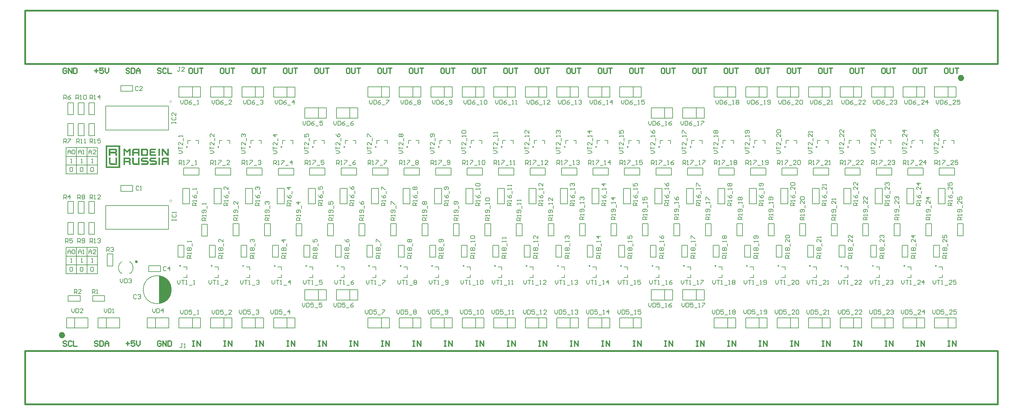
<source format=gto>
G04*
G04 #@! TF.GenerationSoftware,Altium Limited,Altium Designer,19.1.5 (86)*
G04*
G04 Layer_Color=65535*
%FSLAX44Y44*%
%MOMM*%
G71*
G01*
G75*
%ADD10C,0.2000*%
%ADD11C,1.0000*%
%ADD12C,0.6000*%
%ADD13C,0.1000*%
%ADD14C,0.2500*%
%ADD15C,0.5000*%
%ADD16C,0.1500*%
%ADD17C,0.3200*%
G36*
X492500Y435000D02*
Y515000D01*
X500500Y513000D01*
X508000Y509500D01*
X513750Y505000D01*
X518750Y500000D01*
X523250Y492750D01*
X526000Y486000D01*
X527500Y478250D01*
X527250Y470750D01*
X526000Y463750D01*
X523000Y456500D01*
X519500Y451000D01*
X514500Y445500D01*
X508750Y441250D01*
X499750Y437000D01*
X492500Y435000D01*
D02*
G37*
G36*
X411605Y857220D02*
X407093D01*
Y864501D01*
Y865584D01*
Y866607D01*
Y867449D01*
Y868231D01*
Y868833D01*
Y869314D01*
Y869555D01*
Y869675D01*
Y870397D01*
Y870939D01*
Y871300D01*
Y871601D01*
X407032Y871721D01*
Y871781D01*
Y871842D01*
X406972Y871781D01*
X406912Y871721D01*
X406611Y871420D01*
X406310Y871120D01*
X406250Y871059D01*
X406190Y870999D01*
X405528Y870397D01*
X404866Y869735D01*
X404565Y869495D01*
X404324Y869254D01*
X404204Y869134D01*
X404144Y869074D01*
X403302Y868291D01*
X402640Y867690D01*
X402399Y867449D01*
X402219Y867268D01*
X402098Y867208D01*
X402038Y867148D01*
X401737Y866907D01*
X401557Y866727D01*
X401256Y866486D01*
X401135Y866366D01*
X401075Y866426D01*
X401015Y866486D01*
X400714Y866787D01*
X400353Y867028D01*
X400293Y867088D01*
X400233Y867148D01*
X399571Y867810D01*
X398909Y868412D01*
X398608Y868652D01*
X398367Y868893D01*
X398247Y869013D01*
X398187Y869074D01*
X395238Y871842D01*
X395178Y864501D01*
Y857220D01*
X390665D01*
Y867750D01*
Y878340D01*
X392109Y878280D01*
X392711Y878220D01*
X393132D01*
X393373Y878160D01*
X393734D01*
X393975Y878100D01*
X394095Y878039D01*
X394155D01*
X394757Y877799D01*
X395238Y877498D01*
X395600Y877257D01*
X395660Y877197D01*
X395720Y877137D01*
X396081Y876836D01*
X396622Y876355D01*
X397224Y875813D01*
X397886Y875211D01*
X398488Y874610D01*
X398969Y874188D01*
X399330Y873827D01*
X399390Y873767D01*
X399450Y873707D01*
X399872Y873225D01*
X400233Y872865D01*
X400474Y872624D01*
X400594Y872564D01*
X400895Y872323D01*
X401075Y872203D01*
X401135Y872142D01*
X401195Y872203D01*
X401316Y872263D01*
X401557Y872503D01*
X401857Y872744D01*
X401918Y872865D01*
X401978D01*
X402579Y873466D01*
X403181Y874008D01*
X403482Y874248D01*
X403663Y874429D01*
X403783Y874549D01*
X403843Y874610D01*
X404565Y875331D01*
X405167Y875873D01*
X405408Y876114D01*
X405588Y876294D01*
X405709Y876355D01*
X405769Y876415D01*
X406069Y876715D01*
X406370Y876956D01*
X406731Y877257D01*
X406912Y877377D01*
X406972Y877438D01*
X407453Y877738D01*
X407875Y877919D01*
X408115Y878039D01*
X408236D01*
X408838Y878160D01*
X409439Y878220D01*
X409740Y878280D01*
X410161D01*
X411605Y878340D01*
Y857220D01*
D02*
G37*
G36*
X501383Y878280D02*
X501864D01*
X502285Y878220D01*
X502646D01*
X502947Y878160D01*
X503128D01*
X503308Y878100D01*
X503429D01*
X503910Y877979D01*
X504392Y877799D01*
X504692Y877678D01*
X504753Y877618D01*
X504813D01*
X505114Y877377D01*
X505475Y877137D01*
X506076Y876535D01*
X506377Y876234D01*
X506618Y876054D01*
X506738Y875873D01*
X506799Y875813D01*
X507039Y875512D01*
X507340Y875211D01*
X508062Y874369D01*
X508844Y873406D01*
X509687Y872383D01*
X510409Y871480D01*
X510770Y871059D01*
X511011Y870698D01*
X511251Y870397D01*
X511432Y870157D01*
X511552Y870036D01*
X511612Y869976D01*
X512274Y869134D01*
X512876Y868412D01*
X513417Y867750D01*
X513899Y867148D01*
X514260Y866727D01*
X514501Y866366D01*
X514681Y866125D01*
X514741Y866065D01*
X515162Y865523D01*
X515523Y865102D01*
X515764Y864862D01*
X515945Y864621D01*
X516065Y864501D01*
X516125Y864440D01*
Y864501D01*
X516185Y864681D01*
Y864922D01*
Y865223D01*
Y865523D01*
Y865824D01*
Y866005D01*
Y866065D01*
Y866787D01*
Y867629D01*
Y868472D01*
Y869314D01*
Y870097D01*
Y870758D01*
Y870939D01*
Y871120D01*
Y871240D01*
Y871300D01*
Y878280D01*
X520698D01*
Y857220D01*
X519013D01*
X518412Y857280D01*
X517870D01*
X517329Y857400D01*
X516907Y857460D01*
X516667Y857581D01*
X516546D01*
X516065Y857761D01*
X515644Y858002D01*
X515343Y858182D01*
X515283Y858242D01*
X515223D01*
X514741Y858604D01*
X514320Y858965D01*
X514079Y859205D01*
X513959Y859326D01*
X513839Y859506D01*
X513598Y859807D01*
X513297Y860108D01*
X512996Y860469D01*
X512695Y860830D01*
X512455Y861131D01*
X512274Y861372D01*
X512214Y861432D01*
X511071Y862816D01*
X510529Y863538D01*
X510048Y864139D01*
X509566Y864681D01*
X509205Y865162D01*
X508965Y865403D01*
X508904Y865523D01*
X508243Y866366D01*
X507641Y867088D01*
X507099Y867750D01*
X506618Y868352D01*
X506257Y868773D01*
X505956Y869134D01*
X505775Y869374D01*
X505715Y869435D01*
X505294Y869976D01*
X504933Y870397D01*
X504692Y870698D01*
X504512Y870939D01*
X504452Y871059D01*
X504392Y871120D01*
X504331D01*
Y871059D01*
Y870819D01*
Y870518D01*
Y870157D01*
X504271Y869796D01*
Y869495D01*
Y869254D01*
Y869194D01*
Y868412D01*
Y867569D01*
Y866727D01*
Y865945D01*
Y865283D01*
Y864681D01*
Y864320D01*
Y864260D01*
Y864200D01*
Y857220D01*
X499758D01*
Y867750D01*
Y878340D01*
X501383Y878280D01*
D02*
G37*
G36*
X495426Y857220D02*
X490732D01*
Y867750D01*
Y878280D01*
X495426D01*
Y857220D01*
D02*
G37*
G36*
X483512Y873887D02*
X477314Y873827D01*
X472921D01*
X472440Y873767D01*
X471357D01*
X470996Y873707D01*
X470815Y873647D01*
X470755D01*
X470514Y873466D01*
X470454Y873406D01*
X470394D01*
X470274Y873346D01*
X470214Y873286D01*
X470093Y873045D01*
X469973Y872804D01*
X469913Y872564D01*
X469852Y872443D01*
X469792Y871962D01*
X469732Y871541D01*
Y871180D01*
Y871120D01*
Y871059D01*
Y870097D01*
X481225D01*
Y865704D01*
X469732D01*
Y864380D01*
X469792Y863839D01*
Y863417D01*
Y863237D01*
Y863177D01*
X469913Y862816D01*
X470033Y862695D01*
Y862635D01*
X470153Y862455D01*
X470274Y862334D01*
X470334Y862214D01*
X470574Y862033D01*
X470635Y861973D01*
X470695Y861913D01*
X471176Y861732D01*
X484234Y861672D01*
Y857220D01*
X477374Y857280D01*
X471116D01*
X470755Y857340D01*
X470454D01*
X470153Y857400D01*
X469973D01*
X469852Y857460D01*
X469732D01*
X468950Y857641D01*
X468288Y857881D01*
X467746Y858182D01*
X467265Y858423D01*
X466904Y858664D01*
X466663Y858844D01*
X466543Y858965D01*
X466483Y859025D01*
X466122Y859506D01*
X465821Y860048D01*
X465460Y861191D01*
X465340Y861672D01*
X465219Y862154D01*
X465159Y862394D01*
Y862515D01*
Y862635D01*
X465099Y862876D01*
Y863538D01*
X465039Y863839D01*
Y864079D01*
Y864260D01*
Y864320D01*
Y865523D01*
Y866125D01*
Y866667D01*
Y867148D01*
Y867509D01*
Y867750D01*
Y867810D01*
Y869074D01*
Y870097D01*
Y870879D01*
X465099Y871541D01*
Y872022D01*
Y872323D01*
Y872503D01*
Y872564D01*
X465219Y873406D01*
X465340Y874068D01*
X465400Y874309D01*
X465460Y874489D01*
X465520Y874610D01*
Y874670D01*
X465701Y875211D01*
X465941Y875693D01*
X466242Y876114D01*
X466483Y876475D01*
X466724Y876715D01*
X466964Y876896D01*
X467085Y877016D01*
X467145Y877077D01*
X467686Y877377D01*
X468228Y877618D01*
X469371Y877979D01*
X469852Y878100D01*
X470274Y878160D01*
X470514Y878220D01*
X472921D01*
X474486Y878280D01*
X483512D01*
Y873887D01*
D02*
G37*
G36*
X452222Y878220D02*
X455712D01*
X456675Y878100D01*
X457517Y877919D01*
X458239Y877678D01*
X458841Y877438D01*
X459262Y877197D01*
X459563Y876956D01*
X459743Y876836D01*
X459804Y876776D01*
X460225Y876294D01*
X460586Y875693D01*
X460827Y875091D01*
X461067Y874429D01*
X461188Y873887D01*
X461308Y873406D01*
X461368Y873105D01*
Y873045D01*
Y872985D01*
Y872804D01*
Y872564D01*
Y872203D01*
X461428Y871842D01*
Y870999D01*
Y870097D01*
Y869194D01*
Y868472D01*
Y868171D01*
Y867930D01*
Y867810D01*
Y867750D01*
Y866968D01*
Y866245D01*
Y865644D01*
Y865042D01*
Y864561D01*
Y864139D01*
Y863778D01*
Y863477D01*
X461368Y863056D01*
Y862756D01*
Y862635D01*
Y862575D01*
X461248Y861793D01*
X461067Y861131D01*
X460827Y860529D01*
X460646Y860108D01*
X460405Y859687D01*
X460285Y859446D01*
X460165Y859266D01*
X460104Y859205D01*
X459743Y858784D01*
X459322Y858483D01*
X458420Y857942D01*
X457999Y857821D01*
X457698Y857701D01*
X457457Y857581D01*
X457397D01*
X456976Y857521D01*
X456554Y857460D01*
X455652Y857340D01*
X455230D01*
X454930Y857280D01*
X453847D01*
X452824Y857220D01*
X441030D01*
Y867750D01*
Y878280D01*
X451620D01*
X452222Y878220D01*
D02*
G37*
G36*
X436758Y857220D02*
X432004D01*
Y864260D01*
X420511D01*
Y857220D01*
X415817D01*
Y864681D01*
Y865945D01*
Y867028D01*
Y868051D01*
Y868833D01*
Y869495D01*
Y869976D01*
Y870277D01*
Y870397D01*
Y871180D01*
X415878Y871721D01*
Y872203D01*
Y872503D01*
Y872744D01*
Y872925D01*
Y872985D01*
X416058Y873887D01*
X416239Y874670D01*
X416479Y875331D01*
X416780Y875873D01*
X417021Y876234D01*
X417262Y876535D01*
X417382Y876715D01*
X417442Y876776D01*
X417984Y877197D01*
X418585Y877498D01*
X419247Y877738D01*
X419909Y877979D01*
X420511Y878100D01*
X420992Y878160D01*
X421293Y878220D01*
X424061D01*
X425927Y878280D01*
X436758D01*
Y857220D01*
D02*
G37*
G36*
Y831586D02*
X423459D01*
X422858Y831646D01*
X421534D01*
X420691Y831767D01*
X419909Y831947D01*
X419247Y832128D01*
X418706Y832368D01*
X418285Y832549D01*
X417984Y832669D01*
X417803Y832790D01*
X417743Y832850D01*
X417322Y833271D01*
X416961Y833752D01*
X416660Y834234D01*
X416419Y834715D01*
X416239Y835136D01*
X416118Y835497D01*
X416058Y835798D01*
Y835858D01*
X415998Y836400D01*
X415938Y837002D01*
X415878Y837242D01*
Y837483D01*
Y837603D01*
Y837663D01*
Y837964D01*
Y838325D01*
Y838747D01*
Y839288D01*
Y840431D01*
Y841635D01*
X415817Y842778D01*
Y843260D01*
Y843741D01*
Y844102D01*
Y844403D01*
Y844583D01*
Y844643D01*
Y852646D01*
X420511D01*
Y845245D01*
Y844102D01*
Y843139D01*
X420571Y842237D01*
Y841454D01*
Y840792D01*
Y840191D01*
Y839709D01*
Y839288D01*
X420631Y838927D01*
Y838626D01*
Y838446D01*
Y838265D01*
Y838085D01*
Y838025D01*
X420752Y837423D01*
X420932Y836941D01*
X421173Y836701D01*
X421233Y836580D01*
X421594Y836340D01*
X422015Y836219D01*
X422256Y836099D01*
X422798D01*
X423399Y836039D01*
X427130D01*
X432004Y835979D01*
Y852646D01*
X436758D01*
Y831586D01*
D02*
G37*
G36*
X520698D02*
X516005D01*
Y838626D01*
X504452D01*
Y831586D01*
X499758D01*
Y838747D01*
Y839890D01*
Y840973D01*
Y841936D01*
Y842718D01*
Y843320D01*
Y843801D01*
Y844102D01*
Y844222D01*
Y845005D01*
X499818Y845606D01*
Y846028D01*
Y846388D01*
Y846629D01*
Y846750D01*
Y846870D01*
X499999Y847893D01*
X500240Y848735D01*
X500480Y849457D01*
X500781Y850059D01*
X501022Y850480D01*
X501263Y850781D01*
X501383Y850962D01*
X501443Y851022D01*
X501985Y851443D01*
X502586Y851804D01*
X503248Y852045D01*
X503910Y852225D01*
X504512Y852406D01*
X505053Y852466D01*
X505354Y852526D01*
X505715D01*
X506076Y852586D01*
X511011D01*
X511853Y852646D01*
X520698D01*
Y831586D01*
D02*
G37*
G36*
X495426D02*
X490732D01*
Y842116D01*
Y852646D01*
X495426D01*
Y831586D01*
D02*
G37*
G36*
X484294Y848194D02*
X471056Y848133D01*
X470635Y847953D01*
X470394Y847833D01*
X470334Y847773D01*
X470274Y847712D01*
X470093Y847592D01*
X470033Y847532D01*
X469852Y847111D01*
X469732Y846750D01*
X469672Y846449D01*
Y846388D01*
Y846328D01*
X469732Y845907D01*
X469852Y845606D01*
X469913Y845366D01*
X469973Y845305D01*
X470153Y845125D01*
X470274Y845065D01*
Y845005D01*
X470514Y844824D01*
X470635Y844764D01*
X471056Y844523D01*
X476291Y844463D01*
X480022D01*
X480443Y844403D01*
X481466D01*
X481887Y844343D01*
X482188Y844283D01*
X482248D01*
X482910Y844042D01*
X483451Y843801D01*
X483933Y843560D01*
X484354Y843320D01*
X484715Y843079D01*
X484956Y842898D01*
X485076Y842778D01*
X485136Y842718D01*
X485497Y842297D01*
X485858Y841876D01*
X486280Y841033D01*
X486460Y840612D01*
X486581Y840371D01*
X486641Y840131D01*
Y840070D01*
X486701Y839830D01*
X486761Y839529D01*
X486821Y838807D01*
Y838506D01*
Y838265D01*
Y838085D01*
Y838025D01*
Y837543D01*
Y837122D01*
X486761Y836761D01*
Y836520D01*
X486701Y836280D01*
Y836159D01*
X486641Y836099D01*
Y836039D01*
X486280Y835076D01*
X486099Y834655D01*
X485858Y834294D01*
X485678Y834053D01*
X485497Y833812D01*
X485437Y833692D01*
X485377Y833632D01*
X484715Y832970D01*
X483993Y832549D01*
X483692Y832368D01*
X483512Y832248D01*
X483331Y832128D01*
X483271D01*
X482489Y831887D01*
X481767Y831767D01*
X481526D01*
X481285Y831706D01*
X480503D01*
X480082Y831646D01*
X477193D01*
X476050Y831586D01*
X466603D01*
Y835979D01*
X473583Y836039D01*
X479600D01*
X480022Y836099D01*
X480563D01*
X480684Y836159D01*
X480864D01*
X481105Y836280D01*
X481285Y836460D01*
X481466Y836580D01*
X481526Y836641D01*
X481767Y836941D01*
X481947Y837182D01*
X482067Y837363D01*
Y837423D01*
X482128Y837964D01*
X482067Y838446D01*
X482007Y838747D01*
X481947Y838867D01*
X481707Y839348D01*
X481406Y839649D01*
X481165Y839770D01*
X481105Y839830D01*
X481045D01*
X480924Y839890D01*
X480744D01*
X480383Y839950D01*
X479480D01*
X478818Y840010D01*
X477314D01*
X476592Y840070D01*
X472320D01*
X471718Y840131D01*
X470815D01*
X470274Y840191D01*
X469792Y840251D01*
X469552Y840311D01*
X469431D01*
X468829Y840492D01*
X468348Y840732D01*
X467867Y840973D01*
X467446Y841214D01*
X467145Y841394D01*
X466904Y841575D01*
X466784Y841695D01*
X466724Y841755D01*
X466001Y842658D01*
X465520Y843500D01*
X465400Y843861D01*
X465279Y844162D01*
X465159Y844343D01*
Y844403D01*
X465099Y844643D01*
X465039Y844944D01*
X464978Y845606D01*
Y845907D01*
Y846088D01*
Y846268D01*
Y846328D01*
Y846810D01*
X465039Y847231D01*
Y847532D01*
X465099Y847833D01*
Y848013D01*
X465159Y848133D01*
Y848254D01*
X465400Y848916D01*
X465701Y849518D01*
X466001Y849999D01*
X466302Y850420D01*
X466603Y850781D01*
X466784Y851022D01*
X466964Y851142D01*
X467024Y851202D01*
X467566Y851563D01*
X468107Y851864D01*
X468649Y852105D01*
X469191Y852285D01*
X469672Y852406D01*
X470033Y852466D01*
X470334Y852526D01*
X470574D01*
X470875Y852586D01*
X475208D01*
X475990Y852646D01*
X484294D01*
Y848194D01*
D02*
G37*
G36*
X460947D02*
X448551D01*
X448190Y848133D01*
X447288D01*
X446927Y848073D01*
X446626D01*
X446144Y847953D01*
X445844Y847833D01*
X445783Y847773D01*
X445603Y847592D01*
X445422Y847411D01*
X445362Y847231D01*
X445302Y847171D01*
X445182Y846870D01*
X445121Y846629D01*
Y846449D01*
Y846388D01*
X445182Y845847D01*
X445302Y845486D01*
X445422Y845245D01*
X445483Y845185D01*
X445783Y844944D01*
X446144Y844704D01*
X446385Y844643D01*
X446506Y844583D01*
X446626D01*
X446866Y844523D01*
X454509D01*
X454930Y844463D01*
X457096D01*
X457276Y844403D01*
X457457D01*
X457938Y844343D01*
X458359Y844222D01*
X458721Y844102D01*
X458781Y844042D01*
X458841D01*
X459382Y843861D01*
X459804Y843681D01*
X460104Y843560D01*
X460165Y843500D01*
X460766Y843019D01*
X461248Y842598D01*
X461549Y842237D01*
X461669Y842116D01*
Y842056D01*
X462090Y841394D01*
X462391Y840732D01*
X462511Y840492D01*
X462572Y840251D01*
X462632Y840131D01*
Y840070D01*
X462752Y839469D01*
X462812Y838807D01*
Y838506D01*
Y838265D01*
Y838085D01*
Y838025D01*
Y837122D01*
X462752Y836821D01*
Y836520D01*
X462692Y836280D01*
Y836099D01*
X462632Y836039D01*
Y835979D01*
X462391Y835317D01*
X462150Y834715D01*
X461850Y834174D01*
X461549Y833752D01*
X461248Y833391D01*
X461007Y833151D01*
X460827Y833030D01*
X460766Y832970D01*
X460225Y832609D01*
X459623Y832308D01*
X459021Y832128D01*
X458480Y831947D01*
X457999Y831827D01*
X457577Y831706D01*
X457337Y831646D01*
X455772D01*
X455351Y831586D01*
X441571D01*
Y836039D01*
X454147D01*
X454569Y836099D01*
X455832D01*
X456554Y836219D01*
X457036Y836340D01*
X457337Y836460D01*
X457457Y836520D01*
X457698Y836761D01*
X457818Y837002D01*
X458059Y837483D01*
Y837724D01*
X458119Y837904D01*
Y838025D01*
Y838085D01*
X457999Y838747D01*
X457818Y839228D01*
X457637Y839529D01*
X457517Y839589D01*
X457096Y839770D01*
X456735Y839890D01*
X456374Y839950D01*
X455832D01*
X455531Y840010D01*
X453425D01*
X452583Y840070D01*
X446927D01*
X446626Y840131D01*
X445543D01*
X444821Y840311D01*
X444159Y840552D01*
X443918Y840672D01*
X443677Y840732D01*
X443557Y840853D01*
X443497D01*
X442955Y841153D01*
X442414Y841575D01*
X442053Y841936D01*
X441692Y842297D01*
X441451Y842658D01*
X441210Y842959D01*
X441150Y843139D01*
X441090Y843199D01*
X440849Y843801D01*
X440669Y844463D01*
X440548Y845065D01*
X440488Y845606D01*
X440428Y846148D01*
Y846509D01*
Y846750D01*
Y846870D01*
X440488Y847411D01*
X440548Y847833D01*
X440609Y848133D01*
Y848254D01*
X440729Y848735D01*
X440910Y849096D01*
X441090Y849397D01*
X441150Y849518D01*
X441692Y850360D01*
X442293Y851022D01*
X442534Y851263D01*
X442775Y851443D01*
X442895Y851503D01*
X442955Y851563D01*
X443918Y852045D01*
X444881Y852346D01*
X445242Y852406D01*
X445543Y852466D01*
X445783Y852526D01*
X446024D01*
X446325Y852586D01*
X451018D01*
X451861Y852646D01*
X460947D01*
Y848194D01*
D02*
G37*
G36*
X403723Y852586D02*
X405528D01*
X405829Y852526D01*
X406370D01*
X407393Y852346D01*
X407875Y852225D01*
X408236Y852105D01*
X408597Y851985D01*
X408838Y851924D01*
X408958Y851804D01*
X409018D01*
X409740Y851383D01*
X410221Y850901D01*
X410583Y850540D01*
X410703Y850420D01*
Y850360D01*
X411184Y849638D01*
X411485Y848976D01*
X411545Y848675D01*
X411605Y848434D01*
X411666Y848314D01*
Y848254D01*
X411726Y847712D01*
X411786Y847111D01*
Y846870D01*
Y846629D01*
Y846509D01*
Y846449D01*
Y845667D01*
X411726Y845065D01*
X411666Y844704D01*
Y844643D01*
Y844583D01*
X411425Y843801D01*
X411184Y843199D01*
X411004Y842959D01*
X410943Y842778D01*
X410823Y842658D01*
Y842598D01*
X410342Y841996D01*
X409860Y841635D01*
X409499Y841394D01*
X409439Y841334D01*
X409379D01*
X409138Y841214D01*
X409078Y841153D01*
X408958Y841093D01*
Y841033D01*
X409018D01*
X409078Y840973D01*
X409259Y840913D01*
X409379Y840853D01*
X409860Y840612D01*
X410282Y840311D01*
X410522Y840070D01*
X410643Y840010D01*
Y839950D01*
X411004Y839469D01*
X411244Y838987D01*
X411365Y838626D01*
X411425Y838566D01*
Y838506D01*
X411485Y838205D01*
X411545Y837844D01*
Y837543D01*
Y837483D01*
Y837423D01*
Y837122D01*
X411605Y836761D01*
Y835858D01*
Y835437D01*
Y835076D01*
Y834835D01*
Y834775D01*
X411666Y831586D01*
X406972D01*
X406912Y834294D01*
Y834835D01*
Y835317D01*
Y835738D01*
Y836039D01*
X406852Y836280D01*
Y836460D01*
Y836580D01*
X406792Y837002D01*
Y837302D01*
X406731Y837423D01*
Y837483D01*
X406551Y837904D01*
X406370Y838205D01*
X406190Y838386D01*
X406130Y838446D01*
X405829Y838626D01*
X405468Y838747D01*
X405167Y838867D01*
X404866D01*
X404686Y838927D01*
X402880D01*
X402339Y838987D01*
X395359D01*
Y831586D01*
X390665D01*
Y842116D01*
Y852646D01*
X403061D01*
X403723Y852586D01*
D02*
G37*
G36*
X381519Y822500D02*
X340000D01*
Y854933D01*
Y887426D01*
X381519D01*
Y822500D01*
D02*
G37*
%LPC*%
G36*
X445723Y873887D02*
Y861672D01*
X451620D01*
X452162Y861732D01*
X454027D01*
X454448Y861793D01*
X454869D01*
X455351Y861913D01*
X455772Y862033D01*
X456013Y862214D01*
X456133Y862274D01*
X456374Y862695D01*
X456554Y863056D01*
X456614Y863357D01*
Y863477D01*
Y863658D01*
Y863899D01*
X456675Y864440D01*
Y865162D01*
Y865884D01*
Y866607D01*
Y867208D01*
Y867449D01*
Y867569D01*
Y867690D01*
Y867750D01*
Y868773D01*
Y869555D01*
Y870217D01*
Y870698D01*
Y871059D01*
Y871240D01*
Y871360D01*
Y871420D01*
Y871902D01*
X456614Y872203D01*
X456554Y872383D01*
Y872443D01*
X456434Y872744D01*
X456254Y872985D01*
X456133Y873105D01*
X456073Y873165D01*
X455832Y873406D01*
X455652Y873526D01*
X455471Y873647D01*
X455411D01*
X455110Y873707D01*
X454749Y873767D01*
X453907D01*
X453305Y873827D01*
X450357D01*
X445723Y873887D01*
D02*
G37*
G36*
X432004Y873827D02*
X425024D01*
X424603Y873767D01*
X422316D01*
X422015Y873707D01*
X421775Y873587D01*
X421594Y873526D01*
X421534Y873466D01*
X421293Y873346D01*
X421053Y873225D01*
X420992Y873165D01*
X420932Y873105D01*
X420812Y872804D01*
X420691Y872503D01*
X420631Y872323D01*
Y872263D01*
Y872082D01*
X420571Y871781D01*
Y871180D01*
X420511Y870939D01*
Y870698D01*
Y870518D01*
Y870458D01*
Y868713D01*
X432004D01*
Y871300D01*
Y873827D01*
D02*
G37*
G36*
X516005Y848194D02*
X509085D01*
X508724Y848133D01*
X506799D01*
X506618Y848073D01*
X506498D01*
X506137Y848013D01*
X505836Y847893D01*
X505595Y847833D01*
X505535Y847773D01*
X505294Y847652D01*
X505053Y847472D01*
X504993Y847351D01*
X504933Y847291D01*
X504753Y846990D01*
X504632Y846689D01*
X504572Y846509D01*
Y846388D01*
Y846148D01*
X504512Y845907D01*
Y845366D01*
Y845065D01*
Y844824D01*
Y844704D01*
Y844643D01*
Y843019D01*
X516005D01*
Y845606D01*
Y848194D01*
D02*
G37*
G36*
X395359D02*
Y843380D01*
X404686D01*
X404926Y843440D01*
X405347Y843500D01*
X405528Y843560D01*
X405588D01*
X405889Y843681D01*
X406190Y843861D01*
X406370Y843982D01*
X406431Y844042D01*
X406671Y844343D01*
X406852Y844583D01*
X406972Y844764D01*
Y844824D01*
X407032Y845125D01*
X407093Y845486D01*
Y845727D01*
Y845787D01*
Y846208D01*
X407032Y846509D01*
X406972Y846750D01*
Y846810D01*
X406852Y847050D01*
X406671Y847231D01*
X406491Y847411D01*
X406431Y847472D01*
X406190Y847712D01*
X405949Y847893D01*
X405769Y848013D01*
X405588D01*
X405408Y848073D01*
X403964D01*
X403362Y848133D01*
X400413D01*
X395359Y848194D01*
D02*
G37*
G36*
X360760Y882913D02*
X350651D01*
X349929Y882853D01*
X344934D01*
X344693Y882793D01*
X344513D01*
Y882673D01*
Y882432D01*
Y882071D01*
Y881710D01*
Y881289D01*
Y880928D01*
Y880687D01*
Y880567D01*
Y879664D01*
Y878701D01*
Y877678D01*
Y876715D01*
X344453Y875873D01*
Y875151D01*
Y874910D01*
Y874730D01*
Y874610D01*
Y874549D01*
Y873105D01*
Y871541D01*
Y870097D01*
Y868652D01*
Y868051D01*
Y867449D01*
Y866968D01*
Y866486D01*
Y866125D01*
Y865884D01*
Y865704D01*
Y865644D01*
Y863718D01*
Y861853D01*
Y859987D01*
Y858363D01*
Y857641D01*
Y856979D01*
Y856377D01*
Y855836D01*
Y855414D01*
Y855114D01*
Y854933D01*
Y854873D01*
X344513Y827013D01*
X376946D01*
Y854933D01*
Y882853D01*
X360760Y882913D01*
D02*
G37*
%LPD*%
G36*
X362565Y878220D02*
X367439D01*
X367740Y878160D01*
X367980D01*
X368161Y878100D01*
X368281D01*
X368401Y878039D01*
X369003Y877859D01*
X369485Y877618D01*
X369966Y877377D01*
X370327Y877137D01*
X370628Y876956D01*
X370868Y876776D01*
X370989Y876655D01*
X371049Y876595D01*
X371711Y875813D01*
X372132Y875031D01*
X372313Y874670D01*
X372433Y874369D01*
X372493Y874188D01*
Y874128D01*
X372553Y873827D01*
X372614Y873526D01*
X372674Y872804D01*
Y872503D01*
Y872263D01*
Y872082D01*
Y872022D01*
Y871541D01*
Y871180D01*
X372614Y870819D01*
Y870578D01*
X372553Y870337D01*
Y870217D01*
X372493Y870097D01*
X372253Y869374D01*
X371952Y868773D01*
X371771Y868532D01*
X371711Y868352D01*
X371591Y868291D01*
Y868231D01*
X371169Y867690D01*
X370748Y867329D01*
X370447Y867088D01*
X370387Y867028D01*
X370327D01*
X370026Y866847D01*
X369966Y866787D01*
X369906D01*
X369785Y866727D01*
X369846D01*
X369906Y866667D01*
X370146Y866607D01*
X370207Y866546D01*
X370267D01*
X370568Y866366D01*
X370868Y866125D01*
X371109Y865945D01*
X371169Y865884D01*
X371470Y865584D01*
X371711Y865283D01*
X371831Y865102D01*
X371892Y865042D01*
X372132Y864561D01*
X372253Y864079D01*
X372313Y863718D01*
Y863658D01*
Y863598D01*
Y863237D01*
X372373Y862816D01*
Y862274D01*
Y861732D01*
Y861191D01*
Y860770D01*
Y860469D01*
Y860349D01*
Y857220D01*
X367679D01*
Y860108D01*
Y860770D01*
Y861311D01*
Y861793D01*
Y862094D01*
X367619Y862334D01*
Y862455D01*
Y862575D01*
Y862936D01*
X367559Y863177D01*
X367499Y863297D01*
Y863357D01*
X367318Y863658D01*
X367138Y863899D01*
X367018Y864019D01*
X366957Y864079D01*
X366717Y864260D01*
X366476Y864380D01*
X366356Y864501D01*
X364129D01*
X363407Y864561D01*
X361782D01*
X361060Y864621D01*
X353779D01*
Y857220D01*
X348966D01*
Y867750D01*
Y878280D01*
X361722D01*
X362565Y878220D01*
D02*
G37*
G36*
X372373Y831586D02*
X357510D01*
X356908Y831646D01*
X355585D01*
X354682Y831767D01*
X353960Y831947D01*
X353238Y832128D01*
X352696Y832368D01*
X352275Y832549D01*
X351914Y832669D01*
X351734Y832790D01*
X351674Y832850D01*
X351192Y833271D01*
X350771Y833692D01*
X350410Y834174D01*
X350109Y834595D01*
X349868Y835016D01*
X349748Y835317D01*
X349688Y835557D01*
X349628Y835618D01*
X349387Y836520D01*
X349206Y837302D01*
X349146Y837603D01*
X349086Y837844D01*
Y838025D01*
Y838085D01*
Y838386D01*
Y838807D01*
Y839228D01*
X349026Y839770D01*
Y840973D01*
Y842237D01*
Y843440D01*
Y843922D01*
Y844403D01*
Y844824D01*
Y845125D01*
Y845305D01*
Y845366D01*
X348966Y852646D01*
X353779D01*
Y845546D01*
Y844463D01*
Y843440D01*
X353840Y842598D01*
Y841815D01*
Y841153D01*
Y840552D01*
Y840070D01*
Y839649D01*
X353900Y839348D01*
Y839047D01*
Y838686D01*
Y838506D01*
Y838446D01*
X354080Y837844D01*
X354321Y837363D01*
X354562Y837002D01*
X354682Y836941D01*
Y836881D01*
X355224Y836460D01*
X355705Y836219D01*
X356066Y836159D01*
X356126Y836099D01*
X357029D01*
X357450Y836039D01*
X361963D01*
X367679Y835979D01*
Y852646D01*
X372373D01*
Y831586D01*
D02*
G37*
%LPC*%
G36*
X353779Y873887D02*
Y869074D01*
X366235Y869134D01*
X366777Y869314D01*
X367078Y869555D01*
X367258Y869735D01*
X367379Y869856D01*
X367439Y869916D01*
X367619Y870157D01*
X367800Y870458D01*
X367860Y870698D01*
X367920Y870819D01*
X367980Y871180D01*
Y871240D01*
Y871300D01*
Y871480D01*
Y871721D01*
X367920Y871902D01*
Y871962D01*
X367860Y872383D01*
X367740Y872684D01*
X367619Y872865D01*
X367559Y872925D01*
X367318Y873165D01*
X367078Y873346D01*
X366837Y873466D01*
X366777Y873526D01*
X366235Y873827D01*
X353779Y873887D01*
D02*
G37*
%LPD*%
D10*
X527500Y475000D02*
G03*
X527500Y475000I-40000J0D01*
G01*
X412349Y522651D02*
G03*
X408000Y555686I-14849J14849D01*
G01*
X386746D02*
G03*
X382397Y522651I10500J-18187D01*
G01*
X2503860Y629399D02*
X2520360D01*
X2503860Y663399D02*
X2520360D01*
X2503860Y629399D02*
Y663399D01*
X2520360Y629399D02*
Y663399D01*
X2297638Y365500D02*
Y394500D01*
X2259138Y365500D02*
Y394500D01*
X2320638D01*
Y365500D02*
Y394500D01*
X2259138Y365500D02*
X2320638D01*
X2054245Y629399D02*
X2070745D01*
X2054245Y663399D02*
X2070745D01*
X2054245Y629399D02*
Y663399D01*
X2070745Y629399D02*
Y663399D01*
X1964180Y629399D02*
X1980680D01*
X1964180Y663399D02*
X1980680D01*
X1964180Y629399D02*
Y663399D01*
X1980680Y629399D02*
Y663399D01*
X1784216Y629399D02*
X1800716D01*
X1784216Y663399D02*
X1800716D01*
X1784216Y629399D02*
Y663399D01*
X1800716Y629399D02*
Y663399D01*
X1694445Y629399D02*
X1710945D01*
X1694445Y663399D02*
X1710945D01*
X1694445Y629399D02*
Y663399D01*
X1710945Y629399D02*
Y663399D01*
X1604869Y629399D02*
X1621369D01*
X1604869Y663399D02*
X1621369D01*
X1604869Y629399D02*
Y663399D01*
X1621369Y629399D02*
Y663399D01*
X1513914Y629399D02*
X1530414D01*
X1513914Y663399D02*
X1530414D01*
X1513914Y629399D02*
Y663399D01*
X1530414Y629399D02*
Y663399D01*
X1424181Y629399D02*
X1440681D01*
X1424181Y663399D02*
X1440681D01*
X1424181Y629399D02*
Y663399D01*
X1440681Y629399D02*
Y663399D01*
X1064258Y629399D02*
X1080758D01*
X1064258Y663399D02*
X1080758D01*
X1064258Y629399D02*
Y663399D01*
X1080758Y629399D02*
Y663399D01*
X1154314Y629399D02*
X1170815D01*
X1154314Y663399D02*
X1170815D01*
X1154314Y629399D02*
Y663399D01*
X1170815Y629399D02*
Y663399D01*
X974295Y629399D02*
X990795D01*
X974295Y663399D02*
X990795D01*
X974295Y629399D02*
Y663399D01*
X990795Y629399D02*
Y663399D01*
X1333790Y629399D02*
X1350290D01*
X1333790Y663399D02*
X1350290D01*
X1333790Y629399D02*
Y663399D01*
X1350290Y629399D02*
Y663399D01*
X1244407Y629399D02*
X1260907D01*
X1244407Y663399D02*
X1260907D01*
X1244407Y629399D02*
Y663399D01*
X1260907Y629399D02*
Y663399D01*
X884505Y629399D02*
X901005D01*
X884505Y663399D02*
X901005D01*
X884505Y629399D02*
Y663399D01*
X901005Y629399D02*
Y663399D01*
X2207897Y365803D02*
Y394803D01*
X2169397Y365803D02*
Y394803D01*
X2230897D01*
Y365803D02*
Y394803D01*
X2169397Y365803D02*
X2230897D01*
X1874250Y629399D02*
X1890750D01*
X1874250Y663399D02*
X1890750D01*
X1874250Y629399D02*
Y663399D01*
X1890750Y629399D02*
Y663399D01*
X2774797Y629399D02*
X2791297D01*
X2774797Y663399D02*
X2791297D01*
X2774797Y629399D02*
Y663399D01*
X2791297Y629399D02*
Y663399D01*
X2684497Y629399D02*
X2700997D01*
X2684497Y663399D02*
X2700997D01*
X2684497Y629399D02*
Y663399D01*
X2700997Y629399D02*
Y663399D01*
X2594016Y629399D02*
X2610515D01*
X2594016Y663399D02*
X2610515D01*
X2594016Y629399D02*
Y663399D01*
X2610515Y629399D02*
Y663399D01*
X2414616Y629399D02*
X2431116D01*
X2414616Y663399D02*
X2431116D01*
X2414616Y629399D02*
Y663399D01*
X2431116Y629399D02*
Y663399D01*
X2324039Y629399D02*
X2340539D01*
X2324039Y663399D02*
X2340539D01*
X2324039Y629399D02*
Y663399D01*
X2340539Y629399D02*
Y663399D01*
X2234438Y629399D02*
X2250938D01*
X2234438Y663399D02*
X2250938D01*
X2234438Y629399D02*
Y663399D01*
X2250938Y629399D02*
Y663399D01*
X2144250Y629399D02*
X2160750D01*
X2144250Y663399D02*
X2160750D01*
X2144250Y629399D02*
Y663399D01*
X2160750Y629399D02*
Y663399D01*
X794250Y629399D02*
X810750D01*
X794250Y663399D02*
X810750D01*
X794250Y629399D02*
Y663399D01*
X810750Y629399D02*
Y663399D01*
X704250Y629399D02*
X720750D01*
X704250Y663399D02*
X720750D01*
X704250Y629399D02*
Y663399D01*
X720750Y629399D02*
Y663399D01*
X614250Y628000D02*
X630750D01*
X614250Y662000D02*
X630750D01*
X614250Y628000D02*
Y662000D01*
X630750Y628000D02*
Y662000D01*
X560000Y720500D02*
Y764500D01*
X580000Y720500D02*
Y764500D01*
X560000Y720500D02*
X580000D01*
X560000Y764500D02*
X580000D01*
X482000Y365500D02*
Y394500D01*
X520500Y365500D02*
Y394500D01*
X459000Y365500D02*
X520500D01*
X459000D02*
Y394500D01*
X520500D01*
X251000Y365500D02*
Y394500D01*
X289500Y365500D02*
Y394500D01*
X228000Y365500D02*
X289500D01*
X228000D02*
Y394500D01*
X289500D01*
X341500Y365500D02*
Y394500D01*
X380000Y365500D02*
Y394500D01*
X318500Y365500D02*
X380000D01*
X318500D02*
Y394500D01*
X380000D01*
X948000Y965500D02*
Y994500D01*
X909500Y965500D02*
Y994500D01*
X971000D01*
Y965500D02*
Y994500D01*
X909500Y965500D02*
X971000D01*
X1038000D02*
Y994500D01*
X999500Y965500D02*
Y994500D01*
X1061000D01*
Y965500D02*
Y994500D01*
X999500Y965500D02*
X1061000D01*
X519370Y647470D02*
Y715470D01*
X340370Y647470D02*
X519370D01*
X340370D02*
Y715470D01*
X519370D01*
X2757000Y902000D02*
X2765000D01*
Y892000D02*
Y902000D01*
X2735000D02*
X2743000D01*
X2735000Y892000D02*
Y902000D01*
X2732000Y510000D02*
Y518000D01*
X2722000Y510000D02*
X2732000D01*
Y532000D02*
Y540000D01*
X2722000D02*
X2732000D01*
X2709500Y1025500D02*
X2771000D01*
Y1054500D01*
X2709500D02*
X2771000D01*
X2709500Y1025500D02*
Y1054500D01*
X2748000Y1025500D02*
Y1054500D01*
X2709500Y365500D02*
X2771000D01*
Y394500D01*
X2709500D02*
X2771000D01*
X2709500Y365500D02*
Y394500D01*
X2748000Y365500D02*
Y394500D01*
X2706750Y568000D02*
Y602000D01*
X2723250Y568000D02*
Y602000D01*
X2706750Y568000D02*
X2723250D01*
X2706750Y602000D02*
X2723250D01*
X2767000Y802500D02*
Y822500D01*
X2723000Y802500D02*
Y822500D01*
Y802500D02*
X2767000D01*
X2723000Y822500D02*
X2767000D01*
X2720000Y764500D02*
X2740000D01*
X2720000Y720500D02*
X2740000D01*
Y764500D01*
X2720000Y720500D02*
Y764500D01*
X291750Y693000D02*
Y727000D01*
X308250Y693000D02*
Y727000D01*
X291750Y693000D02*
X308250D01*
X291750Y727000D02*
X308250D01*
X291750Y633000D02*
Y667000D01*
X308250Y633000D02*
Y667000D01*
X291750Y633000D02*
X308250D01*
X291750Y667000D02*
X308250D01*
X231750Y633000D02*
Y667000D01*
X248250Y633000D02*
Y667000D01*
X231750Y633000D02*
X248250D01*
X231750Y667000D02*
X248250D01*
X261750Y633000D02*
Y667000D01*
X278250Y633000D02*
Y667000D01*
X261750Y633000D02*
X278250D01*
X261750Y667000D02*
X278250D01*
X261750Y693000D02*
Y727000D01*
X278250Y693000D02*
Y727000D01*
X261750Y693000D02*
X278250D01*
X261750Y727000D02*
X278250D01*
X231750Y693000D02*
Y727000D01*
X248250Y693000D02*
Y727000D01*
X231750Y693000D02*
X248250D01*
X231750Y727000D02*
X248250D01*
X231750Y915500D02*
Y949500D01*
X248250Y915500D02*
Y949500D01*
X231750Y915500D02*
X248250D01*
X231750Y949500D02*
X248250D01*
X261750Y915500D02*
Y949500D01*
X278250Y915500D02*
Y949500D01*
X261750Y915500D02*
X278250D01*
X261750Y949500D02*
X278250D01*
X291750Y915500D02*
Y949500D01*
X308250Y915500D02*
Y949500D01*
X291750Y915500D02*
X308250D01*
X291750Y949500D02*
X308250D01*
X291750Y975500D02*
Y1009500D01*
X308250Y975500D02*
Y1009500D01*
X291750Y975500D02*
X308250D01*
X291750Y1009500D02*
X308250D01*
X231750Y975500D02*
Y1009500D01*
X248250Y975500D02*
Y1009500D01*
X231750Y975500D02*
X248250D01*
X231750Y1009500D02*
X248250D01*
X261750Y975500D02*
Y1009500D01*
X278250Y975500D02*
Y1009500D01*
X261750Y975500D02*
X278250D01*
X261750Y1009500D02*
X278250D01*
X383537Y756307D02*
Y772807D01*
X417537Y756307D02*
Y772807D01*
X383537D02*
X417537D01*
X383537Y756307D02*
X417537D01*
X383000Y1041750D02*
Y1058250D01*
X417000Y1041750D02*
Y1058250D01*
X383000D02*
X417000D01*
X383000Y1041750D02*
X417000D01*
X2630000Y764500D02*
X2650000D01*
X2630000Y720500D02*
X2650000D01*
Y764500D01*
X2630000Y720500D02*
Y764500D01*
X2677000Y802500D02*
Y822500D01*
X2633000Y802500D02*
Y822500D01*
Y802500D02*
X2677000D01*
X2633000Y822500D02*
X2677000D01*
X2616750Y568000D02*
Y602000D01*
X2633250Y568000D02*
Y602000D01*
X2616750Y568000D02*
X2633250D01*
X2616750Y602000D02*
X2633250D01*
X2619500Y365500D02*
X2681000D01*
Y394500D01*
X2619500D02*
X2681000D01*
X2619500Y365500D02*
Y394500D01*
X2658000Y365500D02*
Y394500D01*
X2619500Y1025500D02*
X2681000D01*
Y1054500D01*
X2619500D02*
X2681000D01*
X2619500Y1025500D02*
Y1054500D01*
X2658000Y1025500D02*
Y1054500D01*
X2642000Y510000D02*
Y518000D01*
X2632000Y510000D02*
X2642000D01*
Y532000D02*
Y540000D01*
X2632000D02*
X2642000D01*
X2667000Y902000D02*
X2675000D01*
Y892000D02*
Y902000D01*
X2645000D02*
X2653000D01*
X2645000Y892000D02*
Y902000D01*
X2540000Y764500D02*
X2560000D01*
X2540000Y720500D02*
X2560000D01*
Y764500D01*
X2540000Y720500D02*
Y764500D01*
X2587000Y802500D02*
Y822500D01*
X2543000Y802500D02*
Y822500D01*
Y802500D02*
X2587000D01*
X2543000Y822500D02*
X2587000D01*
X2526750Y568000D02*
Y602000D01*
X2543250Y568000D02*
Y602000D01*
X2526750Y568000D02*
X2543250D01*
X2526750Y602000D02*
X2543250D01*
X2529500Y365500D02*
X2591000D01*
Y394500D01*
X2529500D02*
X2591000D01*
X2529500Y365500D02*
Y394500D01*
X2568000Y365500D02*
Y394500D01*
X2529500Y1025500D02*
X2591000D01*
Y1054500D01*
X2529500D02*
X2591000D01*
X2529500Y1025500D02*
Y1054500D01*
X2568000Y1025500D02*
Y1054500D01*
X2552000Y510000D02*
Y518000D01*
X2542000Y510000D02*
X2552000D01*
Y532000D02*
Y540000D01*
X2542000D02*
X2552000D01*
X2577000Y902000D02*
X2585000D01*
Y892000D02*
Y902000D01*
X2555000D02*
X2563000D01*
X2555000Y892000D02*
Y902000D01*
X2450000Y764500D02*
X2470000D01*
X2450000Y720500D02*
X2470000D01*
Y764500D01*
X2450000Y720500D02*
Y764500D01*
X2497000Y802500D02*
Y822500D01*
X2453000Y802500D02*
Y822500D01*
Y802500D02*
X2497000D01*
X2453000Y822500D02*
X2497000D01*
X2436750Y568000D02*
Y602000D01*
X2453250Y568000D02*
Y602000D01*
X2436750Y568000D02*
X2453250D01*
X2436750Y602000D02*
X2453250D01*
X2439500Y365500D02*
X2501000D01*
Y394500D01*
X2439500D02*
X2501000D01*
X2439500Y365500D02*
Y394500D01*
X2478000Y365500D02*
Y394500D01*
X2439500Y1025500D02*
X2501000D01*
Y1054500D01*
X2439500D02*
X2501000D01*
X2439500Y1025500D02*
Y1054500D01*
X2478000Y1025500D02*
Y1054500D01*
X2462000Y510000D02*
Y518000D01*
X2452000Y510000D02*
X2462000D01*
Y532000D02*
Y540000D01*
X2452000D02*
X2462000D01*
X2487000Y902000D02*
X2495000D01*
Y892000D02*
Y902000D01*
X2465000D02*
X2473000D01*
X2465000Y892000D02*
Y902000D01*
X2360000Y764500D02*
X2380000D01*
X2360000Y720500D02*
X2380000D01*
Y764500D01*
X2360000Y720500D02*
Y764500D01*
X2407000Y802500D02*
Y822500D01*
X2363000Y802500D02*
Y822500D01*
Y802500D02*
X2407000D01*
X2363000Y822500D02*
X2407000D01*
X2346750Y568000D02*
Y602000D01*
X2363250Y568000D02*
Y602000D01*
X2346750Y568000D02*
X2363250D01*
X2346750Y602000D02*
X2363250D01*
X2349500Y365500D02*
X2411000D01*
Y394500D01*
X2349500D02*
X2411000D01*
X2349500Y365500D02*
Y394500D01*
X2388000Y365500D02*
Y394500D01*
X2349500Y1025500D02*
X2411000D01*
Y1054500D01*
X2349500D02*
X2411000D01*
X2349500Y1025500D02*
Y1054500D01*
X2388000Y1025500D02*
Y1054500D01*
X2372000Y510000D02*
Y518000D01*
X2362000Y510000D02*
X2372000D01*
Y532000D02*
Y540000D01*
X2362000D02*
X2372000D01*
X2397000Y902000D02*
X2405000D01*
Y892000D02*
Y902000D01*
X2375000D02*
X2383000D01*
X2375000Y892000D02*
Y902000D01*
X2270000Y764500D02*
X2290000D01*
X2270000Y720500D02*
X2290000D01*
Y764500D01*
X2270000Y720500D02*
Y764500D01*
X2317000Y802500D02*
Y822500D01*
X2273000Y802500D02*
Y822500D01*
Y802500D02*
X2317000D01*
X2273000Y822500D02*
X2317000D01*
X2256750Y568000D02*
Y602000D01*
X2273250Y568000D02*
Y602000D01*
X2256750Y568000D02*
X2273250D01*
X2256750Y602000D02*
X2273250D01*
X2259500Y1025500D02*
X2321000D01*
Y1054500D01*
X2259500D02*
X2321000D01*
X2259500Y1025500D02*
Y1054500D01*
X2298000Y1025500D02*
Y1054500D01*
X2282000Y510000D02*
Y518000D01*
X2272000Y510000D02*
X2282000D01*
Y532000D02*
Y540000D01*
X2272000D02*
X2282000D01*
X2307000Y902000D02*
X2315000D01*
Y892000D02*
Y902000D01*
X2285000D02*
X2293000D01*
X2285000Y892000D02*
Y902000D01*
X2180000Y764500D02*
X2200000D01*
X2180000Y720500D02*
X2200000D01*
Y764500D01*
X2180000Y720500D02*
Y764500D01*
X2227000Y802500D02*
Y822500D01*
X2183000Y802500D02*
Y822500D01*
Y802500D02*
X2227000D01*
X2183000Y822500D02*
X2227000D01*
X2166750Y568000D02*
Y602000D01*
X2183250Y568000D02*
Y602000D01*
X2166750Y568000D02*
X2183250D01*
X2166750Y602000D02*
X2183250D01*
X2169500Y1025500D02*
X2231000D01*
Y1054500D01*
X2169500D02*
X2231000D01*
X2169500Y1025500D02*
Y1054500D01*
X2208000Y1025500D02*
Y1054500D01*
X2192000Y510000D02*
Y518000D01*
X2182000Y510000D02*
X2192000D01*
Y532000D02*
Y540000D01*
X2182000D02*
X2192000D01*
X2217000Y902000D02*
X2225000D01*
Y892000D02*
Y902000D01*
X2195000D02*
X2203000D01*
X2195000Y892000D02*
Y902000D01*
X2090000Y764500D02*
X2110000D01*
X2090000Y720500D02*
X2110000D01*
Y764500D01*
X2090000Y720500D02*
Y764500D01*
X2137000Y802500D02*
Y822500D01*
X2093000Y802500D02*
Y822500D01*
Y802500D02*
X2137000D01*
X2093000Y822500D02*
X2137000D01*
X2076750Y568000D02*
Y602000D01*
X2093250Y568000D02*
Y602000D01*
X2076750Y568000D02*
X2093250D01*
X2076750Y602000D02*
X2093250D01*
X2079500Y365500D02*
X2141000D01*
Y394500D01*
X2079500D02*
X2141000D01*
X2079500Y365500D02*
Y394500D01*
X2118000Y365500D02*
Y394500D01*
X2079500Y1025500D02*
X2141000D01*
Y1054500D01*
X2079500D02*
X2141000D01*
X2079500Y1025500D02*
Y1054500D01*
X2118000Y1025500D02*
Y1054500D01*
X2102000Y510000D02*
Y518000D01*
X2092000Y510000D02*
X2102000D01*
Y532000D02*
Y540000D01*
X2092000D02*
X2102000D01*
X2127000Y902000D02*
X2135000D01*
Y892000D02*
Y902000D01*
X2105000D02*
X2113000D01*
X2105000Y892000D02*
Y902000D01*
X2000206Y764500D02*
X2020206D01*
X2000206Y720500D02*
X2020206D01*
Y764500D01*
X2000206Y720500D02*
Y764500D01*
X2047000Y802500D02*
Y822500D01*
X2003000Y802500D02*
Y822500D01*
Y802500D02*
X2047000D01*
X2003000Y822500D02*
X2047000D01*
X1986750Y568000D02*
Y602000D01*
X2003250Y568000D02*
Y602000D01*
X1986750Y568000D02*
X2003250D01*
X1986750Y602000D02*
X2003250D01*
X1989500Y445500D02*
X2051000D01*
Y474500D01*
X1989500D02*
X2051000D01*
X1989500Y445500D02*
Y474500D01*
X2028000Y445500D02*
Y474500D01*
X1989500Y965500D02*
X2051000D01*
Y994500D01*
X1989500D02*
X2051000D01*
X1989500Y965500D02*
Y994500D01*
X2028000Y965500D02*
Y994500D01*
X2012000Y510000D02*
Y518000D01*
X2002000Y510000D02*
X2012000D01*
Y532000D02*
Y540000D01*
X2002000D02*
X2012000D01*
X2037000Y902000D02*
X2045000D01*
Y892000D02*
Y902000D01*
X2015000D02*
X2023000D01*
X2015000Y892000D02*
Y902000D01*
X1910206Y764500D02*
X1930206D01*
X1910206Y720500D02*
X1930206D01*
Y764500D01*
X1910206Y720500D02*
Y764500D01*
X1957000Y802500D02*
Y822500D01*
X1913000Y802500D02*
Y822500D01*
Y802500D02*
X1957000D01*
X1913000Y822500D02*
X1957000D01*
X1896750Y568000D02*
Y602000D01*
X1913250Y568000D02*
Y602000D01*
X1896750Y568000D02*
X1913250D01*
X1896750Y602000D02*
X1913250D01*
X1899500Y445500D02*
X1961000D01*
Y474500D01*
X1899500D02*
X1961000D01*
X1899500Y445500D02*
Y474500D01*
X1938000Y445500D02*
Y474500D01*
X1899500Y965500D02*
X1961000D01*
Y994500D01*
X1899500D02*
X1961000D01*
X1899500Y965500D02*
Y994500D01*
X1938000Y965500D02*
Y994500D01*
X1922000Y510000D02*
Y518000D01*
X1912000Y510000D02*
X1922000D01*
Y532000D02*
Y540000D01*
X1912000D02*
X1922000D01*
X1947000Y902000D02*
X1955000D01*
Y892000D02*
Y902000D01*
X1925000D02*
X1933000D01*
X1925000Y892000D02*
Y902000D01*
X1820000Y764500D02*
X1840000D01*
X1820000Y720500D02*
X1840000D01*
Y764500D01*
X1820000Y720500D02*
Y764500D01*
X1867000Y802500D02*
Y822500D01*
X1823000Y802500D02*
Y822500D01*
Y802500D02*
X1867000D01*
X1823000Y822500D02*
X1867000D01*
X1806750Y568000D02*
Y602000D01*
X1823250Y568000D02*
Y602000D01*
X1806750Y568000D02*
X1823250D01*
X1806750Y602000D02*
X1823250D01*
X1809500Y365500D02*
X1871000D01*
Y394500D01*
X1809500D02*
X1871000D01*
X1809500Y365500D02*
Y394500D01*
X1848000Y365500D02*
Y394500D01*
X1809500Y1025500D02*
X1871000D01*
Y1054500D01*
X1809500D02*
X1871000D01*
X1809500Y1025500D02*
Y1054500D01*
X1848000Y1025500D02*
Y1054500D01*
X1832000Y510000D02*
Y518000D01*
X1822000Y510000D02*
X1832000D01*
Y532000D02*
Y540000D01*
X1822000D02*
X1832000D01*
X1857000Y902000D02*
X1865000D01*
Y892000D02*
Y902000D01*
X1835000D02*
X1843000D01*
X1835000Y892000D02*
Y902000D01*
X1730000Y764500D02*
X1750000D01*
X1730000Y720500D02*
X1750000D01*
Y764500D01*
X1730000Y720500D02*
Y764500D01*
X1777000Y802500D02*
Y822500D01*
X1733000Y802500D02*
Y822500D01*
Y802500D02*
X1777000D01*
X1733000Y822500D02*
X1777000D01*
X1716750Y568000D02*
Y602000D01*
X1733250Y568000D02*
Y602000D01*
X1716750Y568000D02*
X1733250D01*
X1716750Y602000D02*
X1733250D01*
X1719500Y365500D02*
X1781000D01*
Y394500D01*
X1719500D02*
X1781000D01*
X1719500Y365500D02*
Y394500D01*
X1758000Y365500D02*
Y394500D01*
X1719500Y1025500D02*
X1781000D01*
Y1054500D01*
X1719500D02*
X1781000D01*
X1719500Y1025500D02*
Y1054500D01*
X1758000Y1025500D02*
Y1054500D01*
X1742000Y510000D02*
Y518000D01*
X1732000Y510000D02*
X1742000D01*
Y532000D02*
Y540000D01*
X1732000D02*
X1742000D01*
X1767000Y902000D02*
X1775000D01*
Y892000D02*
Y902000D01*
X1745000D02*
X1753000D01*
X1745000Y892000D02*
Y902000D01*
X1640000Y764500D02*
X1660000D01*
X1640000Y720500D02*
X1660000D01*
Y764500D01*
X1640000Y720500D02*
Y764500D01*
X1687000Y802500D02*
Y822500D01*
X1643000Y802500D02*
Y822500D01*
Y802500D02*
X1687000D01*
X1643000Y822500D02*
X1687000D01*
X1626750Y568000D02*
Y602000D01*
X1643250Y568000D02*
Y602000D01*
X1626750Y568000D02*
X1643250D01*
X1626750Y602000D02*
X1643250D01*
X1629500Y365500D02*
X1691000D01*
Y394500D01*
X1629500D02*
X1691000D01*
X1629500Y365500D02*
Y394500D01*
X1668000Y365500D02*
Y394500D01*
X1629500Y1025500D02*
X1691000D01*
Y1054500D01*
X1629500D02*
X1691000D01*
X1629500Y1025500D02*
Y1054500D01*
X1668000Y1025500D02*
Y1054500D01*
X1652000Y510000D02*
Y518000D01*
X1642000Y510000D02*
X1652000D01*
Y532000D02*
Y540000D01*
X1642000D02*
X1652000D01*
X1677000Y902000D02*
X1685000D01*
Y892000D02*
Y902000D01*
X1655000D02*
X1663000D01*
X1655000Y892000D02*
Y902000D01*
X1550000Y764500D02*
X1570000D01*
X1550000Y720500D02*
X1570000D01*
Y764500D01*
X1550000Y720500D02*
Y764500D01*
X1597000Y802500D02*
Y822500D01*
X1553000Y802500D02*
Y822500D01*
Y802500D02*
X1597000D01*
X1553000Y822500D02*
X1597000D01*
X1536750Y568000D02*
Y602000D01*
X1553250Y568000D02*
Y602000D01*
X1536750Y568000D02*
X1553250D01*
X1536750Y602000D02*
X1553250D01*
X1539500Y365500D02*
X1601000D01*
Y394500D01*
X1539500D02*
X1601000D01*
X1539500Y365500D02*
Y394500D01*
X1578000Y365500D02*
Y394500D01*
X1539500Y1025500D02*
X1601000D01*
Y1054500D01*
X1539500D02*
X1601000D01*
X1539500Y1025500D02*
Y1054500D01*
X1578000Y1025500D02*
Y1054500D01*
X1562000Y510000D02*
Y518000D01*
X1552000Y510000D02*
X1562000D01*
Y532000D02*
Y540000D01*
X1552000D02*
X1562000D01*
X1587000Y902000D02*
X1595000D01*
Y892000D02*
Y902000D01*
X1565000D02*
X1573000D01*
X1565000Y892000D02*
Y902000D01*
X1460000Y764500D02*
X1480000D01*
X1460000Y720500D02*
X1480000D01*
Y764500D01*
X1460000Y720500D02*
Y764500D01*
X1507000Y802500D02*
Y822500D01*
X1463000Y802500D02*
Y822500D01*
Y802500D02*
X1507000D01*
X1463000Y822500D02*
X1507000D01*
X1446750Y568000D02*
Y602000D01*
X1463250Y568000D02*
Y602000D01*
X1446750Y568000D02*
X1463250D01*
X1446750Y602000D02*
X1463250D01*
X1449500Y365500D02*
X1511000D01*
Y394500D01*
X1449500D02*
X1511000D01*
X1449500Y365500D02*
Y394500D01*
X1488000Y365500D02*
Y394500D01*
X1449500Y1025500D02*
X1511000D01*
Y1054500D01*
X1449500D02*
X1511000D01*
X1449500Y1025500D02*
Y1054500D01*
X1488000Y1025500D02*
Y1054500D01*
X1472000Y510000D02*
Y518000D01*
X1462000Y510000D02*
X1472000D01*
Y532000D02*
Y540000D01*
X1462000D02*
X1472000D01*
X1497000Y902000D02*
X1505000D01*
Y892000D02*
Y902000D01*
X1475000D02*
X1483000D01*
X1475000Y892000D02*
Y902000D01*
X1370000Y764500D02*
X1390000D01*
X1370000Y720500D02*
X1390000D01*
Y764500D01*
X1370000Y720500D02*
Y764500D01*
X1417000Y802500D02*
Y822500D01*
X1373000Y802500D02*
Y822500D01*
Y802500D02*
X1417000D01*
X1373000Y822500D02*
X1417000D01*
X1356750Y568000D02*
Y602000D01*
X1373250Y568000D02*
Y602000D01*
X1356750Y568000D02*
X1373250D01*
X1356750Y602000D02*
X1373250D01*
X1359500Y365500D02*
X1421000D01*
Y394500D01*
X1359500D02*
X1421000D01*
X1359500Y365500D02*
Y394500D01*
X1398000Y365500D02*
Y394500D01*
X1359500Y1025500D02*
X1421000D01*
Y1054500D01*
X1359500D02*
X1421000D01*
X1359500Y1025500D02*
Y1054500D01*
X1398000Y1025500D02*
Y1054500D01*
X1382000Y510000D02*
Y518000D01*
X1372000Y510000D02*
X1382000D01*
Y532000D02*
Y540000D01*
X1372000D02*
X1382000D01*
X1407000Y902000D02*
X1415000D01*
Y892000D02*
Y902000D01*
X1385000D02*
X1393000D01*
X1385000Y892000D02*
Y902000D01*
X1280000Y764500D02*
X1300000D01*
X1280000Y720500D02*
X1300000D01*
Y764500D01*
X1280000Y720500D02*
Y764500D01*
X1327000Y802500D02*
Y822500D01*
X1283000Y802500D02*
Y822500D01*
Y802500D02*
X1327000D01*
X1283000Y822500D02*
X1327000D01*
X1266750Y568000D02*
Y602000D01*
X1283250Y568000D02*
Y602000D01*
X1266750Y568000D02*
X1283250D01*
X1266750Y602000D02*
X1283250D01*
X1269500Y365500D02*
X1331000D01*
Y394500D01*
X1269500D02*
X1331000D01*
X1269500Y365500D02*
Y394500D01*
X1308000Y365500D02*
Y394500D01*
X1269500Y1025500D02*
X1331000D01*
Y1054500D01*
X1269500D02*
X1331000D01*
X1269500Y1025500D02*
Y1054500D01*
X1308000Y1025500D02*
Y1054500D01*
X1292000Y510000D02*
Y518000D01*
X1282000Y510000D02*
X1292000D01*
Y532000D02*
Y540000D01*
X1282000D02*
X1292000D01*
X1317000Y902000D02*
X1325000D01*
Y892000D02*
Y902000D01*
X1295000D02*
X1303000D01*
X1295000Y892000D02*
Y902000D01*
X1190000Y764500D02*
X1210000D01*
X1190000Y720500D02*
X1210000D01*
Y764500D01*
X1190000Y720500D02*
Y764500D01*
X1237000Y802500D02*
Y822500D01*
X1193000Y802500D02*
Y822500D01*
Y802500D02*
X1237000D01*
X1193000Y822500D02*
X1237000D01*
X1176750Y568000D02*
Y602000D01*
X1193250Y568000D02*
Y602000D01*
X1176750Y568000D02*
X1193250D01*
X1176750Y602000D02*
X1193250D01*
X1179500Y365500D02*
X1241000D01*
Y394500D01*
X1179500D02*
X1241000D01*
X1179500Y365500D02*
Y394500D01*
X1218000Y365500D02*
Y394500D01*
X1179500Y1025500D02*
X1241000D01*
Y1054500D01*
X1179500D02*
X1241000D01*
X1179500Y1025500D02*
Y1054500D01*
X1218000Y1025500D02*
Y1054500D01*
X1202000Y510000D02*
Y518000D01*
X1192000Y510000D02*
X1202000D01*
Y532000D02*
Y540000D01*
X1192000D02*
X1202000D01*
X1227000Y902000D02*
X1235000D01*
Y892000D02*
Y902000D01*
X1205000D02*
X1213000D01*
X1205000Y892000D02*
Y902000D01*
X1100000Y764500D02*
X1120000D01*
X1100000Y720500D02*
X1120000D01*
Y764500D01*
X1100000Y720500D02*
Y764500D01*
X1147000Y802500D02*
Y822500D01*
X1103000Y802500D02*
Y822500D01*
Y802500D02*
X1147000D01*
X1103000Y822500D02*
X1147000D01*
X1086750Y568000D02*
Y602000D01*
X1103250Y568000D02*
Y602000D01*
X1086750Y568000D02*
X1103250D01*
X1086750Y602000D02*
X1103250D01*
X1089500Y365500D02*
X1151000D01*
Y394500D01*
X1089500D02*
X1151000D01*
X1089500Y365500D02*
Y394500D01*
X1128000Y365500D02*
Y394500D01*
X1089500Y1025500D02*
X1151000D01*
Y1054500D01*
X1089500D02*
X1151000D01*
X1089500Y1025500D02*
Y1054500D01*
X1128000Y1025500D02*
Y1054500D01*
X1112000Y510000D02*
Y518000D01*
X1102000Y510000D02*
X1112000D01*
Y532000D02*
Y540000D01*
X1102000D02*
X1112000D01*
X1137000Y902000D02*
X1145000D01*
Y892000D02*
Y902000D01*
X1115000D02*
X1123000D01*
X1115000Y892000D02*
Y902000D01*
X1009951Y764500D02*
X1029951D01*
X1009951Y720500D02*
X1029951D01*
Y764500D01*
X1009951Y720500D02*
Y764500D01*
X1057000Y802500D02*
Y822500D01*
X1013000Y802500D02*
Y822500D01*
Y802500D02*
X1057000D01*
X1013000Y822500D02*
X1057000D01*
X996750Y568000D02*
Y602000D01*
X1013250Y568000D02*
Y602000D01*
X996750Y568000D02*
X1013250D01*
X996750Y602000D02*
X1013250D01*
X999500Y445500D02*
X1061000D01*
Y474500D01*
X999500D02*
X1061000D01*
X999500Y445500D02*
Y474500D01*
X1038000Y445500D02*
Y474500D01*
X1022000Y510000D02*
Y518000D01*
X1012000Y510000D02*
X1022000D01*
Y532000D02*
Y540000D01*
X1012000D02*
X1022000D01*
X1047000Y902000D02*
X1055000D01*
Y892000D02*
Y902000D01*
X1025000D02*
X1033000D01*
X1025000Y892000D02*
Y902000D01*
X819850Y1025250D02*
X881350D01*
Y1054250D01*
X819850D02*
X881350D01*
X819850Y1025250D02*
Y1054250D01*
X858350Y1025250D02*
Y1054250D01*
X729500Y1025500D02*
X791000D01*
Y1054500D01*
X729500D02*
X791000D01*
X729500Y1025500D02*
Y1054500D01*
X768000Y1025500D02*
Y1054500D01*
X639500Y1025500D02*
X701000D01*
Y1054500D01*
X639500D02*
X701000D01*
X639500Y1025500D02*
Y1054500D01*
X678000Y1025500D02*
Y1054500D01*
X549500Y1025500D02*
X611000D01*
Y1054500D01*
X549500D02*
X611000D01*
X549500Y1025500D02*
Y1054500D01*
X588000Y1025500D02*
Y1054500D01*
X919340Y764500D02*
X939340D01*
X919340Y720500D02*
X939340D01*
Y764500D01*
X919340Y720500D02*
Y764500D01*
X967000Y802500D02*
Y822500D01*
X923000Y802500D02*
Y822500D01*
Y802500D02*
X967000D01*
X923000Y822500D02*
X967000D01*
X906750Y568000D02*
Y602000D01*
X923250Y568000D02*
Y602000D01*
X906750Y568000D02*
X923250D01*
X906750Y602000D02*
X923250D01*
X909500Y445500D02*
X971000D01*
Y474500D01*
X909500D02*
X971000D01*
X909500Y445500D02*
Y474500D01*
X948000Y445500D02*
Y474500D01*
X932000Y510000D02*
Y518000D01*
X922000Y510000D02*
X932000D01*
Y532000D02*
Y540000D01*
X922000D02*
X932000D01*
X957000Y902000D02*
X965000D01*
Y892000D02*
Y902000D01*
X935000D02*
X943000D01*
X935000Y892000D02*
Y902000D01*
X830350Y764250D02*
X850350D01*
X830350Y720250D02*
X850350D01*
Y764250D01*
X830350Y720250D02*
Y764250D01*
X877350Y802250D02*
Y822250D01*
X833350Y802250D02*
Y822250D01*
Y802250D02*
X877350D01*
X833350Y822250D02*
X877350D01*
X817100Y567750D02*
Y601750D01*
X833600Y567750D02*
Y601750D01*
X817100Y567750D02*
X833600D01*
X817100Y601750D02*
X833600D01*
X819850Y365250D02*
X881350D01*
Y394250D01*
X819850D02*
X881350D01*
X819850Y365250D02*
Y394250D01*
X858350Y365250D02*
Y394250D01*
X842350Y509750D02*
Y517750D01*
X832350Y509750D02*
X842350D01*
Y531750D02*
Y539750D01*
X832350D02*
X842350D01*
X867350Y901750D02*
X875350D01*
Y891750D02*
Y901750D01*
X845350D02*
X853350D01*
X845350Y891750D02*
Y901750D01*
X740000Y764500D02*
X760000D01*
X740000Y720500D02*
X760000D01*
Y764500D01*
X740000Y720500D02*
Y764500D01*
X787000Y802500D02*
Y822500D01*
X743000Y802500D02*
Y822500D01*
Y802500D02*
X787000D01*
X743000Y822500D02*
X787000D01*
X726750Y568000D02*
Y602000D01*
X743250Y568000D02*
Y602000D01*
X726750Y568000D02*
X743250D01*
X726750Y602000D02*
X743250D01*
X729500Y365500D02*
X791000D01*
Y394500D01*
X729500D02*
X791000D01*
X729500Y365500D02*
Y394500D01*
X768000Y365500D02*
Y394500D01*
X752000Y510000D02*
Y518000D01*
X742000Y510000D02*
X752000D01*
Y532000D02*
Y540000D01*
X742000D02*
X752000D01*
X777000Y902000D02*
X785000D01*
Y892000D02*
Y902000D01*
X755000D02*
X763000D01*
X755000Y892000D02*
Y902000D01*
X650000Y764500D02*
X670000D01*
X650000Y720500D02*
X670000D01*
Y764500D01*
X650000Y720500D02*
Y764500D01*
X697000Y802500D02*
Y822500D01*
X653000Y802500D02*
Y822500D01*
Y802500D02*
X697000D01*
X653000Y822500D02*
X697000D01*
X636750Y568000D02*
Y602000D01*
X653250Y568000D02*
Y602000D01*
X636750Y568000D02*
X653250D01*
X636750Y602000D02*
X653250D01*
X639500Y365500D02*
X701000D01*
Y394500D01*
X639500D02*
X701000D01*
X639500Y365500D02*
Y394500D01*
X678000Y365500D02*
Y394500D01*
X662000Y510000D02*
Y518000D01*
X652000Y510000D02*
X662000D01*
Y532000D02*
Y540000D01*
X652000D02*
X662000D01*
X687000Y902000D02*
X695000D01*
Y892000D02*
Y902000D01*
X665000D02*
X673000D01*
X665000Y892000D02*
Y902000D01*
X597000D02*
X605000D01*
Y892000D02*
Y902000D01*
X575000D02*
X583000D01*
X575000Y892000D02*
Y902000D01*
X572000Y510000D02*
Y518000D01*
X562000Y510000D02*
X572000D01*
Y532000D02*
Y540000D01*
X562000D02*
X572000D01*
X549500Y365500D02*
X611000D01*
Y394500D01*
X549500D02*
X611000D01*
X549500Y365500D02*
Y394500D01*
X588000Y365500D02*
Y394500D01*
X546750Y568000D02*
Y602000D01*
X563250Y568000D02*
Y602000D01*
X546750Y568000D02*
X563250D01*
X546750Y602000D02*
X563250D01*
X607000Y802500D02*
Y822500D01*
X563000Y802500D02*
Y822500D01*
Y802500D02*
X607000D01*
X563000Y822500D02*
X607000D01*
X407651Y522651D02*
X412349D01*
X382397D02*
X387095D01*
X344250Y543000D02*
Y577000D01*
X360750Y543000D02*
Y577000D01*
X344250Y543000D02*
X360750D01*
X344250Y577000D02*
X360750D01*
X519370Y931592D02*
Y999592D01*
X340370Y931592D02*
X519370D01*
X340370D02*
Y999592D01*
X519370D01*
X233000Y458250D02*
X267000D01*
X233000Y441750D02*
X267000D01*
X233000D02*
Y458250D01*
X267000Y441750D02*
Y458250D01*
X303000Y441750D02*
X337000D01*
X303000Y458250D02*
X337000D01*
Y441750D02*
Y458250D01*
X303000Y441750D02*
Y458250D01*
X497000Y526750D02*
Y543250D01*
X463000Y526750D02*
Y543250D01*
Y526750D02*
X497000D01*
X463000Y543250D02*
X497000D01*
X297272Y537469D02*
X299272Y539468D01*
X303270D01*
X305270Y537469D01*
Y529472D01*
X303270Y527472D01*
X299272D01*
X297272Y529472D01*
Y537469D01*
X267272D02*
X269272Y539468D01*
X273270D01*
X275270Y537469D01*
Y529472D01*
X273270Y527472D01*
X269272D01*
X267272Y529472D01*
Y537469D01*
X237272D02*
X239272Y539468D01*
X243270D01*
X245270Y537469D01*
Y529472D01*
X243270Y527472D01*
X239272D01*
X237272Y529472D01*
Y537469D01*
X239800Y552536D02*
X243798D01*
X241799D01*
Y564532D01*
X239800Y562532D01*
X269800Y552536D02*
X273798D01*
X271799D01*
Y564532D01*
X269800Y562532D01*
X299800Y552536D02*
X303798D01*
X301799D01*
Y564532D01*
X299800Y562532D01*
X291821Y577566D02*
Y585564D01*
X295820Y589562D01*
X299819Y585564D01*
Y577566D01*
Y583564D01*
X291821D01*
X311815Y577566D02*
X303818D01*
X311815Y585564D01*
Y587563D01*
X309816Y589562D01*
X305817D01*
X303818Y587563D01*
X231821Y577566D02*
Y585564D01*
X235820Y589562D01*
X239819Y585564D01*
Y577566D01*
Y583564D01*
X231821D01*
X243818Y587563D02*
X245817Y589562D01*
X249816D01*
X251815Y587563D01*
Y579566D01*
X249816Y577566D01*
X245817D01*
X243818Y579566D01*
Y587563D01*
X262500Y577500D02*
Y585497D01*
X266499Y589496D01*
X270497Y585497D01*
Y577500D01*
Y583498D01*
X262500D01*
X274496Y577500D02*
X278495D01*
X276495D01*
Y589496D01*
X274496Y587497D01*
X2787498Y674511D02*
X2775502D01*
Y680509D01*
X2777502Y682508D01*
X2781500D01*
X2783500Y680509D01*
Y674511D01*
Y678509D02*
X2787498Y682508D01*
Y686507D02*
Y690506D01*
Y688506D01*
X2775502D01*
X2777502Y686507D01*
X2785499Y696504D02*
X2787498Y698503D01*
Y702502D01*
X2785499Y704501D01*
X2777502D01*
X2775502Y702502D01*
Y698503D01*
X2777502Y696504D01*
X2779501D01*
X2781500Y698503D01*
Y704501D01*
X2789498Y708500D02*
Y716497D01*
X2787498Y728493D02*
Y720496D01*
X2779501Y728493D01*
X2777502D01*
X2775502Y726494D01*
Y722495D01*
X2777502Y720496D01*
X2775502Y740489D02*
Y732492D01*
X2781500D01*
X2779501Y736491D01*
Y738490D01*
X2781500Y740489D01*
X2785499D01*
X2787498Y738490D01*
Y734491D01*
X2785499Y732492D01*
X2697498Y674511D02*
X2685502D01*
Y680509D01*
X2687502Y682508D01*
X2691500D01*
X2693500Y680509D01*
Y674511D01*
Y678509D02*
X2697498Y682508D01*
Y686507D02*
Y690506D01*
Y688506D01*
X2685502D01*
X2687502Y686507D01*
X2695499Y696504D02*
X2697498Y698503D01*
Y702502D01*
X2695499Y704501D01*
X2687502D01*
X2685502Y702502D01*
Y698503D01*
X2687502Y696504D01*
X2689501D01*
X2691500Y698503D01*
Y704501D01*
X2699498Y708500D02*
Y716497D01*
X2697498Y728493D02*
Y720496D01*
X2689501Y728493D01*
X2687502D01*
X2685502Y726494D01*
Y722495D01*
X2687502Y720496D01*
X2697498Y738490D02*
X2685502D01*
X2691500Y732492D01*
Y740489D01*
X2607498Y674511D02*
X2595502D01*
Y680509D01*
X2597502Y682508D01*
X2601500D01*
X2603500Y680509D01*
Y674511D01*
Y678509D02*
X2607498Y682508D01*
Y686507D02*
Y690506D01*
Y688506D01*
X2595502D01*
X2597502Y686507D01*
X2605499Y696504D02*
X2607498Y698503D01*
Y702502D01*
X2605499Y704501D01*
X2597502D01*
X2595502Y702502D01*
Y698503D01*
X2597502Y696504D01*
X2599501D01*
X2601500Y698503D01*
Y704501D01*
X2609498Y708500D02*
Y716497D01*
X2607498Y728493D02*
Y720496D01*
X2599501Y728493D01*
X2597502D01*
X2595502Y726494D01*
Y722495D01*
X2597502Y720496D01*
Y732492D02*
X2595502Y734491D01*
Y738490D01*
X2597502Y740489D01*
X2599501D01*
X2601500Y738490D01*
Y736491D01*
Y738490D01*
X2603500Y740489D01*
X2605499D01*
X2607498Y738490D01*
Y734491D01*
X2605499Y732492D01*
X2517498Y674511D02*
X2505502D01*
Y680509D01*
X2507502Y682508D01*
X2511500D01*
X2513500Y680509D01*
Y674511D01*
Y678509D02*
X2517498Y682508D01*
Y686507D02*
Y690506D01*
Y688506D01*
X2505502D01*
X2507502Y686507D01*
X2515499Y696504D02*
X2517498Y698503D01*
Y702502D01*
X2515499Y704501D01*
X2507502D01*
X2505502Y702502D01*
Y698503D01*
X2507502Y696504D01*
X2509501D01*
X2511500Y698503D01*
Y704501D01*
X2519498Y708500D02*
Y716497D01*
X2517498Y728493D02*
Y720496D01*
X2509501Y728493D01*
X2507502D01*
X2505502Y726494D01*
Y722495D01*
X2507502Y720496D01*
X2517498Y740489D02*
Y732492D01*
X2509501Y740489D01*
X2507502D01*
X2505502Y738490D01*
Y734491D01*
X2507502Y732492D01*
X2427498Y674010D02*
X2415502D01*
Y680008D01*
X2417502Y682008D01*
X2421500D01*
X2423500Y680008D01*
Y674010D01*
Y678009D02*
X2427498Y682008D01*
Y686006D02*
Y690005D01*
Y688006D01*
X2415502D01*
X2417502Y686006D01*
X2425499Y696003D02*
X2427498Y698002D01*
Y702001D01*
X2425499Y704000D01*
X2417502D01*
X2415502Y702001D01*
Y698002D01*
X2417502Y696003D01*
X2419501D01*
X2421500Y698002D01*
Y704000D01*
X2429498Y707999D02*
Y715996D01*
X2427498Y727993D02*
Y719995D01*
X2419501Y727993D01*
X2417502D01*
X2415502Y725993D01*
Y721994D01*
X2417502Y719995D01*
X2427498Y731991D02*
Y735990D01*
Y733991D01*
X2415502D01*
X2417502Y731991D01*
X2337498Y674511D02*
X2325502D01*
Y680509D01*
X2327502Y682508D01*
X2331500D01*
X2333500Y680509D01*
Y674511D01*
Y678509D02*
X2337498Y682508D01*
Y686507D02*
Y690506D01*
Y688506D01*
X2325502D01*
X2327502Y686507D01*
X2335499Y696504D02*
X2337498Y698503D01*
Y702502D01*
X2335499Y704501D01*
X2327502D01*
X2325502Y702502D01*
Y698503D01*
X2327502Y696504D01*
X2329501D01*
X2331500Y698503D01*
Y704501D01*
X2339498Y708500D02*
Y716497D01*
X2337498Y728493D02*
Y720496D01*
X2329501Y728493D01*
X2327502D01*
X2325502Y726494D01*
Y722495D01*
X2327502Y720496D01*
Y732492D02*
X2325502Y734491D01*
Y738490D01*
X2327502Y740489D01*
X2335499D01*
X2337498Y738490D01*
Y734491D01*
X2335499Y732492D01*
X2327502D01*
X2247498Y675510D02*
X2235502D01*
Y681508D01*
X2237502Y683508D01*
X2241500D01*
X2243500Y681508D01*
Y675510D01*
Y679509D02*
X2247498Y683508D01*
Y687506D02*
Y691505D01*
Y689506D01*
X2235502D01*
X2237502Y687506D01*
X2245499Y697503D02*
X2247498Y699503D01*
Y703501D01*
X2245499Y705501D01*
X2237502D01*
X2235502Y703501D01*
Y699503D01*
X2237502Y697503D01*
X2239501D01*
X2241500Y699503D01*
Y705501D01*
X2249498Y709499D02*
Y717497D01*
X2247498Y721496D02*
Y725494D01*
Y723495D01*
X2235502D01*
X2237502Y721496D01*
X2245499Y731492D02*
X2247498Y733492D01*
Y737490D01*
X2245499Y739490D01*
X2237502D01*
X2235502Y737490D01*
Y733492D01*
X2237502Y731492D01*
X2239501D01*
X2241500Y733492D01*
Y739490D01*
X2159998Y675510D02*
X2148002D01*
Y681508D01*
X2150002Y683508D01*
X2154000D01*
X2156000Y681508D01*
Y675510D01*
Y679509D02*
X2159998Y683508D01*
Y687506D02*
Y691505D01*
Y689506D01*
X2148002D01*
X2150002Y687506D01*
X2157999Y697503D02*
X2159998Y699503D01*
Y703501D01*
X2157999Y705501D01*
X2150002D01*
X2148002Y703501D01*
Y699503D01*
X2150002Y697503D01*
X2152001D01*
X2154000Y699503D01*
Y705501D01*
X2161998Y709499D02*
Y717497D01*
X2159998Y721496D02*
Y725494D01*
Y723495D01*
X2148002D01*
X2150002Y721496D01*
Y731492D02*
X2148002Y733492D01*
Y737490D01*
X2150002Y739490D01*
X2152001D01*
X2154000Y737490D01*
X2156000Y739490D01*
X2157999D01*
X2159998Y737490D01*
Y733492D01*
X2157999Y731492D01*
X2156000D01*
X2154000Y733492D01*
X2152001Y731492D01*
X2150002D01*
X2154000Y733492D02*
Y737490D01*
X2067498Y675510D02*
X2055502D01*
Y681508D01*
X2057502Y683508D01*
X2061500D01*
X2063500Y681508D01*
Y675510D01*
Y679509D02*
X2067498Y683508D01*
Y687506D02*
Y691505D01*
Y689506D01*
X2055502D01*
X2057502Y687506D01*
X2065499Y697503D02*
X2067498Y699503D01*
Y703501D01*
X2065499Y705501D01*
X2057502D01*
X2055502Y703501D01*
Y699503D01*
X2057502Y697503D01*
X2059501D01*
X2061500Y699503D01*
Y705501D01*
X2069498Y709499D02*
Y717497D01*
X2067498Y721496D02*
Y725494D01*
Y723495D01*
X2055502D01*
X2057502Y721496D01*
X2055502Y731492D02*
Y739490D01*
X2057502D01*
X2065499Y731492D01*
X2067498D01*
X1977498Y675510D02*
X1965502D01*
Y681508D01*
X1967502Y683508D01*
X1971500D01*
X1973500Y681508D01*
Y675510D01*
Y679509D02*
X1977498Y683508D01*
Y687506D02*
Y691505D01*
Y689506D01*
X1965502D01*
X1967502Y687506D01*
X1975499Y697503D02*
X1977498Y699503D01*
Y703501D01*
X1975499Y705501D01*
X1967502D01*
X1965502Y703501D01*
Y699503D01*
X1967502Y697503D01*
X1969501D01*
X1971500Y699503D01*
Y705501D01*
X1979498Y709499D02*
Y717497D01*
X1977498Y721496D02*
Y725494D01*
Y723495D01*
X1965502D01*
X1967502Y721496D01*
X1965502Y739490D02*
X1967502Y735491D01*
X1971500Y731492D01*
X1975499D01*
X1977498Y733492D01*
Y737490D01*
X1975499Y739490D01*
X1973500D01*
X1971500Y737490D01*
Y731492D01*
X1887498Y675510D02*
X1875502D01*
Y681508D01*
X1877502Y683508D01*
X1881500D01*
X1883500Y681508D01*
Y675510D01*
Y679509D02*
X1887498Y683508D01*
Y687506D02*
Y691505D01*
Y689506D01*
X1875502D01*
X1877502Y687506D01*
X1885499Y697503D02*
X1887498Y699503D01*
Y703501D01*
X1885499Y705501D01*
X1877502D01*
X1875502Y703501D01*
Y699503D01*
X1877502Y697503D01*
X1879501D01*
X1881500Y699503D01*
Y705501D01*
X1889498Y709499D02*
Y717497D01*
X1887498Y721496D02*
Y725494D01*
Y723495D01*
X1875502D01*
X1877502Y721496D01*
X1875502Y739490D02*
Y731492D01*
X1881500D01*
X1879501Y735491D01*
Y737490D01*
X1881500Y739490D01*
X1885499D01*
X1887498Y737490D01*
Y733492D01*
X1885499Y731492D01*
X1797498Y675510D02*
X1785502D01*
Y681508D01*
X1787502Y683508D01*
X1791500D01*
X1793500Y681508D01*
Y675510D01*
Y679509D02*
X1797498Y683508D01*
Y687506D02*
Y691505D01*
Y689506D01*
X1785502D01*
X1787502Y687506D01*
X1795499Y697503D02*
X1797498Y699503D01*
Y703501D01*
X1795499Y705501D01*
X1787502D01*
X1785502Y703501D01*
Y699503D01*
X1787502Y697503D01*
X1789501D01*
X1791500Y699503D01*
Y705501D01*
X1799498Y709499D02*
Y717497D01*
X1797498Y721496D02*
Y725494D01*
Y723495D01*
X1785502D01*
X1787502Y721496D01*
X1797498Y737490D02*
X1785502D01*
X1791500Y731492D01*
Y739490D01*
X1707498Y675510D02*
X1695502D01*
Y681508D01*
X1697502Y683508D01*
X1701500D01*
X1703500Y681508D01*
Y675510D01*
Y679509D02*
X1707498Y683508D01*
Y687506D02*
Y691505D01*
Y689506D01*
X1695502D01*
X1697502Y687506D01*
X1705499Y697503D02*
X1707498Y699503D01*
Y703501D01*
X1705499Y705501D01*
X1697502D01*
X1695502Y703501D01*
Y699503D01*
X1697502Y697503D01*
X1699501D01*
X1701500Y699503D01*
Y705501D01*
X1709498Y709499D02*
Y717497D01*
X1707498Y721496D02*
Y725494D01*
Y723495D01*
X1695502D01*
X1697502Y721496D01*
Y731492D02*
X1695502Y733492D01*
Y737490D01*
X1697502Y739490D01*
X1699501D01*
X1701500Y737490D01*
Y735491D01*
Y737490D01*
X1703500Y739490D01*
X1705499D01*
X1707498Y737490D01*
Y733492D01*
X1705499Y731492D01*
X1617498Y673010D02*
X1605502D01*
Y679008D01*
X1607502Y681008D01*
X1611500D01*
X1613500Y679008D01*
Y673010D01*
Y677009D02*
X1617498Y681008D01*
Y685006D02*
Y689005D01*
Y687006D01*
X1605502D01*
X1607502Y685006D01*
X1615499Y695003D02*
X1617498Y697003D01*
Y701001D01*
X1615499Y703001D01*
X1607502D01*
X1605502Y701001D01*
Y697003D01*
X1607502Y695003D01*
X1609501D01*
X1611500Y697003D01*
Y703001D01*
X1619498Y706999D02*
Y714997D01*
X1617498Y718996D02*
Y722994D01*
Y720995D01*
X1605502D01*
X1607502Y718996D01*
X1617498Y736990D02*
Y728992D01*
X1609501Y736990D01*
X1607502D01*
X1605502Y734990D01*
Y730992D01*
X1607502Y728992D01*
X1527498Y672510D02*
X1515502D01*
Y678508D01*
X1517502Y680507D01*
X1521500D01*
X1523500Y678508D01*
Y672510D01*
Y676508D02*
X1527498Y680507D01*
Y684506D02*
Y688504D01*
Y686505D01*
X1515502D01*
X1517502Y684506D01*
X1525499Y694503D02*
X1527498Y696502D01*
Y700501D01*
X1525499Y702500D01*
X1517502D01*
X1515502Y700501D01*
Y696502D01*
X1517502Y694503D01*
X1519501D01*
X1521500Y696502D01*
Y702500D01*
X1529498Y706499D02*
Y714496D01*
X1527498Y718495D02*
Y722494D01*
Y720494D01*
X1515502D01*
X1517502Y718495D01*
X1527498Y728492D02*
Y732490D01*
Y730491D01*
X1515502D01*
X1517502Y728492D01*
X1437498Y673010D02*
X1425502D01*
Y679008D01*
X1427502Y681008D01*
X1431500D01*
X1433500Y679008D01*
Y673010D01*
Y677009D02*
X1437498Y681008D01*
Y685006D02*
Y689005D01*
Y687006D01*
X1425502D01*
X1427502Y685006D01*
X1435499Y695003D02*
X1437498Y697003D01*
Y701001D01*
X1435499Y703001D01*
X1427502D01*
X1425502Y701001D01*
Y697003D01*
X1427502Y695003D01*
X1429501D01*
X1431500Y697003D01*
Y703001D01*
X1439498Y706999D02*
Y714997D01*
X1437498Y718996D02*
Y722994D01*
Y720995D01*
X1425502D01*
X1427502Y718996D01*
Y728992D02*
X1425502Y730992D01*
Y734990D01*
X1427502Y736990D01*
X1435499D01*
X1437498Y734990D01*
Y730992D01*
X1435499Y728992D01*
X1427502D01*
X1347498Y673009D02*
X1335502D01*
Y679007D01*
X1337502Y681006D01*
X1341500D01*
X1343500Y679007D01*
Y673009D01*
Y677007D02*
X1347498Y681006D01*
Y685005D02*
Y689004D01*
Y687004D01*
X1335502D01*
X1337502Y685005D01*
X1345499Y695002D02*
X1347498Y697001D01*
Y701000D01*
X1345499Y702999D01*
X1337502D01*
X1335502Y701000D01*
Y697001D01*
X1337502Y695002D01*
X1339501D01*
X1341500Y697001D01*
Y702999D01*
X1349498Y706998D02*
Y714995D01*
X1345499Y718994D02*
X1347498Y720993D01*
Y724992D01*
X1345499Y726991D01*
X1337502D01*
X1335502Y724992D01*
Y720993D01*
X1337502Y718994D01*
X1339501D01*
X1341500Y720993D01*
Y726991D01*
X1257498Y673009D02*
X1245502D01*
Y679007D01*
X1247502Y681006D01*
X1251500D01*
X1253500Y679007D01*
Y673009D01*
Y677007D02*
X1257498Y681006D01*
Y685005D02*
Y689004D01*
Y687004D01*
X1245502D01*
X1247502Y685005D01*
X1255499Y695002D02*
X1257498Y697001D01*
Y701000D01*
X1255499Y702999D01*
X1247502D01*
X1245502Y701000D01*
Y697001D01*
X1247502Y695002D01*
X1249501D01*
X1251500Y697001D01*
Y702999D01*
X1259498Y706998D02*
Y714995D01*
X1247502Y718994D02*
X1245502Y720993D01*
Y724992D01*
X1247502Y726991D01*
X1249501D01*
X1251500Y724992D01*
X1253500Y726991D01*
X1255499D01*
X1257498Y724992D01*
Y720993D01*
X1255499Y718994D01*
X1253500D01*
X1251500Y720993D01*
X1249501Y718994D01*
X1247502D01*
X1251500Y720993D02*
Y724992D01*
X1167498Y673009D02*
X1155502D01*
Y679007D01*
X1157502Y681006D01*
X1161500D01*
X1163500Y679007D01*
Y673009D01*
Y677007D02*
X1167498Y681006D01*
Y685005D02*
Y689004D01*
Y687004D01*
X1155502D01*
X1157502Y685005D01*
X1165499Y695002D02*
X1167498Y697001D01*
Y701000D01*
X1165499Y702999D01*
X1157502D01*
X1155502Y701000D01*
Y697001D01*
X1157502Y695002D01*
X1159501D01*
X1161500Y697001D01*
Y702999D01*
X1169498Y706998D02*
Y714995D01*
X1155502Y718994D02*
Y726991D01*
X1157502D01*
X1165499Y718994D01*
X1167498D01*
X1077574Y673009D02*
X1065578D01*
Y679007D01*
X1067577Y681006D01*
X1071576D01*
X1073575Y679007D01*
Y673009D01*
Y677007D02*
X1077574Y681006D01*
Y685005D02*
Y689004D01*
Y687004D01*
X1065578D01*
X1067577Y685005D01*
X1075575Y695002D02*
X1077574Y697001D01*
Y701000D01*
X1075575Y702999D01*
X1067577D01*
X1065578Y701000D01*
Y697001D01*
X1067577Y695002D01*
X1069576D01*
X1071576Y697001D01*
Y702999D01*
X1079573Y706998D02*
Y714995D01*
X1065578Y726991D02*
X1067577Y722992D01*
X1071576Y718994D01*
X1075575D01*
X1077574Y720993D01*
Y724992D01*
X1075575Y726991D01*
X1073575D01*
X1071576Y724992D01*
Y718994D01*
X989998Y673009D02*
X978002D01*
Y679007D01*
X980002Y681006D01*
X984000D01*
X986000Y679007D01*
Y673009D01*
Y677007D02*
X989998Y681006D01*
Y685005D02*
Y689004D01*
Y687004D01*
X978002D01*
X980002Y685005D01*
X987999Y695002D02*
X989998Y697001D01*
Y701000D01*
X987999Y702999D01*
X980002D01*
X978002Y701000D01*
Y697001D01*
X980002Y695002D01*
X982001D01*
X984000Y697001D01*
Y702999D01*
X991998Y706998D02*
Y714995D01*
X978002Y726991D02*
Y718994D01*
X984000D01*
X982001Y722993D01*
Y724992D01*
X984000Y726991D01*
X987999D01*
X989998Y724992D01*
Y720993D01*
X987999Y718994D01*
X897498Y673009D02*
X885502D01*
Y679007D01*
X887502Y681006D01*
X891500D01*
X893500Y679007D01*
Y673009D01*
Y677007D02*
X897498Y681006D01*
Y685005D02*
Y689004D01*
Y687004D01*
X885502D01*
X887502Y685005D01*
X895499Y695002D02*
X897498Y697001D01*
Y701000D01*
X895499Y702999D01*
X887502D01*
X885502Y701000D01*
Y697001D01*
X887502Y695002D01*
X889501D01*
X891500Y697001D01*
Y702999D01*
X899498Y706998D02*
Y714995D01*
X897498Y724992D02*
X885502D01*
X891500Y718994D01*
Y726991D01*
X807498Y673009D02*
X795502D01*
Y679007D01*
X797502Y681006D01*
X801500D01*
X803500Y679007D01*
Y673009D01*
Y677007D02*
X807498Y681006D01*
Y685005D02*
Y689004D01*
Y687004D01*
X795502D01*
X797502Y685005D01*
X805499Y695002D02*
X807498Y697001D01*
Y701000D01*
X805499Y702999D01*
X797502D01*
X795502Y701000D01*
Y697001D01*
X797502Y695002D01*
X799501D01*
X801500Y697001D01*
Y702999D01*
X809498Y706998D02*
Y714995D01*
X797502Y718994D02*
X795502Y720993D01*
Y724992D01*
X797502Y726991D01*
X799501D01*
X801500Y724992D01*
Y722993D01*
Y724992D01*
X803500Y726991D01*
X805499D01*
X807498Y724992D01*
Y720993D01*
X805499Y718994D01*
X717498Y673009D02*
X705502D01*
Y679007D01*
X707502Y681006D01*
X711500D01*
X713500Y679007D01*
Y673009D01*
Y677007D02*
X717498Y681006D01*
Y685005D02*
Y689004D01*
Y687004D01*
X705502D01*
X707502Y685005D01*
X715499Y695002D02*
X717498Y697001D01*
Y701000D01*
X715499Y702999D01*
X707502D01*
X705502Y701000D01*
Y697001D01*
X707502Y695002D01*
X709501D01*
X711500Y697001D01*
Y702999D01*
X719498Y706998D02*
Y714995D01*
X717498Y726991D02*
Y718994D01*
X709501Y726991D01*
X707502D01*
X705502Y724992D01*
Y720993D01*
X707502Y718994D01*
X627498Y672508D02*
X615502D01*
Y678506D01*
X617502Y680506D01*
X621500D01*
X623500Y678506D01*
Y672508D01*
Y676507D02*
X627498Y680506D01*
Y684504D02*
Y688503D01*
Y686504D01*
X615502D01*
X617502Y684504D01*
X625499Y694501D02*
X627498Y696500D01*
Y700499D01*
X625499Y702498D01*
X617502D01*
X615502Y700499D01*
Y696500D01*
X617502Y694501D01*
X619501D01*
X621500Y696500D01*
Y702498D01*
X629498Y706497D02*
Y714494D01*
X627498Y718493D02*
Y722492D01*
Y720493D01*
X615502D01*
X617502Y718493D01*
X2708002Y864008D02*
X2716000D01*
X2719998Y868007D01*
X2716000Y872006D01*
X2708002D01*
Y876004D02*
Y884002D01*
Y880003D01*
X2719998D01*
Y895998D02*
Y888001D01*
X2712001Y895998D01*
X2710002D01*
X2708002Y893999D01*
Y890000D01*
X2710002Y888001D01*
X2721998Y899997D02*
Y907994D01*
X2719998Y919990D02*
Y911993D01*
X2712001Y919990D01*
X2710002D01*
X2708002Y917991D01*
Y913992D01*
X2710002Y911993D01*
X2708002Y931986D02*
Y923989D01*
X2714000D01*
X2712001Y927988D01*
Y929987D01*
X2714000Y931986D01*
X2717999D01*
X2719998Y929987D01*
Y925988D01*
X2717999Y923989D01*
X2618002Y864008D02*
X2626000D01*
X2629998Y868007D01*
X2626000Y872006D01*
X2618002D01*
Y876004D02*
Y884002D01*
Y880003D01*
X2629998D01*
Y895998D02*
Y888001D01*
X2622001Y895998D01*
X2620002D01*
X2618002Y893999D01*
Y890000D01*
X2620002Y888001D01*
X2631998Y899997D02*
Y907994D01*
X2629998Y919990D02*
Y911993D01*
X2622001Y919990D01*
X2620002D01*
X2618002Y917991D01*
Y913992D01*
X2620002Y911993D01*
X2629998Y929987D02*
X2618002D01*
X2624000Y923989D01*
Y931986D01*
X2528002Y864008D02*
X2536000D01*
X2539998Y868007D01*
X2536000Y872006D01*
X2528002D01*
Y876004D02*
Y884002D01*
Y880003D01*
X2539998D01*
Y895998D02*
Y888001D01*
X2532001Y895998D01*
X2530002D01*
X2528002Y893999D01*
Y890000D01*
X2530002Y888001D01*
X2541998Y899997D02*
Y907994D01*
X2539998Y919990D02*
Y911993D01*
X2532001Y919990D01*
X2530002D01*
X2528002Y917991D01*
Y913992D01*
X2530002Y911993D01*
Y923989D02*
X2528002Y925988D01*
Y929987D01*
X2530002Y931986D01*
X2532001D01*
X2534000Y929987D01*
Y927988D01*
Y929987D01*
X2536000Y931986D01*
X2537999D01*
X2539998Y929987D01*
Y925988D01*
X2537999Y923989D01*
X2438002Y864008D02*
X2446000D01*
X2449998Y868007D01*
X2446000Y872006D01*
X2438002D01*
Y876004D02*
Y884002D01*
Y880003D01*
X2449998D01*
Y895998D02*
Y888001D01*
X2442001Y895998D01*
X2440002D01*
X2438002Y893999D01*
Y890000D01*
X2440002Y888001D01*
X2451998Y899997D02*
Y907994D01*
X2449998Y919990D02*
Y911993D01*
X2442001Y919990D01*
X2440002D01*
X2438002Y917991D01*
Y913992D01*
X2440002Y911993D01*
X2449998Y931986D02*
Y923989D01*
X2442001Y931986D01*
X2440002D01*
X2438002Y929987D01*
Y925988D01*
X2440002Y923989D01*
X2348002Y864008D02*
X2356000D01*
X2359998Y868007D01*
X2356000Y872006D01*
X2348002D01*
Y876004D02*
Y884002D01*
Y880003D01*
X2359998D01*
Y895998D02*
Y888001D01*
X2352001Y895998D01*
X2350002D01*
X2348002Y893999D01*
Y890000D01*
X2350002Y888001D01*
X2361998Y899997D02*
Y907994D01*
X2359998Y919990D02*
Y911993D01*
X2352001Y919990D01*
X2350002D01*
X2348002Y917991D01*
Y913992D01*
X2350002Y911993D01*
X2359998Y923989D02*
Y927988D01*
Y925988D01*
X2348002D01*
X2350002Y923989D01*
X2258002Y864008D02*
X2266000D01*
X2269998Y868007D01*
X2266000Y872006D01*
X2258002D01*
Y876004D02*
Y884002D01*
Y880003D01*
X2269998D01*
Y895998D02*
Y888001D01*
X2262001Y895998D01*
X2260002D01*
X2258002Y893999D01*
Y890000D01*
X2260002Y888001D01*
X2271998Y899997D02*
Y907994D01*
X2269998Y919990D02*
Y911993D01*
X2262001Y919990D01*
X2260002D01*
X2258002Y917991D01*
Y913992D01*
X2260002Y911993D01*
Y923989D02*
X2258002Y925988D01*
Y929987D01*
X2260002Y931986D01*
X2267999D01*
X2269998Y929987D01*
Y925988D01*
X2267999Y923989D01*
X2260002D01*
X2168002Y864008D02*
X2176000D01*
X2179998Y868007D01*
X2176000Y872006D01*
X2168002D01*
Y876004D02*
Y884002D01*
Y880003D01*
X2179998D01*
Y895998D02*
Y888001D01*
X2172001Y895998D01*
X2170002D01*
X2168002Y893999D01*
Y890000D01*
X2170002Y888001D01*
X2181998Y899997D02*
Y907994D01*
X2179998Y911993D02*
Y915992D01*
Y913992D01*
X2168002D01*
X2170002Y911993D01*
X2177999Y921990D02*
X2179998Y923989D01*
Y927988D01*
X2177999Y929987D01*
X2170002D01*
X2168002Y927988D01*
Y923989D01*
X2170002Y921990D01*
X2172001D01*
X2174000Y923989D01*
Y929987D01*
X2078002Y864008D02*
X2086000D01*
X2089998Y868007D01*
X2086000Y872006D01*
X2078002D01*
Y876004D02*
Y884002D01*
Y880003D01*
X2089998D01*
Y895998D02*
Y888001D01*
X2082001Y895998D01*
X2080002D01*
X2078002Y893999D01*
Y890000D01*
X2080002Y888001D01*
X2091998Y899997D02*
Y907994D01*
X2089998Y911993D02*
Y915992D01*
Y913992D01*
X2078002D01*
X2080002Y911993D01*
Y921990D02*
X2078002Y923989D01*
Y927988D01*
X2080002Y929987D01*
X2082001D01*
X2084000Y927988D01*
X2086000Y929987D01*
X2087999D01*
X2089998Y927988D01*
Y923989D01*
X2087999Y921990D01*
X2086000D01*
X2084000Y923989D01*
X2082001Y921990D01*
X2080002D01*
X2084000Y923989D02*
Y927988D01*
X1988002Y864008D02*
X1996000D01*
X1999998Y868007D01*
X1996000Y872006D01*
X1988002D01*
Y876004D02*
Y884002D01*
Y880003D01*
X1999998D01*
Y895998D02*
Y888001D01*
X1992001Y895998D01*
X1990002D01*
X1988002Y893999D01*
Y890000D01*
X1990002Y888001D01*
X2001998Y899997D02*
Y907994D01*
X1999998Y911993D02*
Y915992D01*
Y913992D01*
X1988002D01*
X1990002Y911993D01*
X1988002Y921990D02*
Y929987D01*
X1990002D01*
X1997999Y921990D01*
X1999998D01*
X1898002Y864008D02*
X1906000D01*
X1909998Y868007D01*
X1906000Y872006D01*
X1898002D01*
Y876004D02*
Y884002D01*
Y880003D01*
X1909998D01*
Y895998D02*
Y888001D01*
X1902001Y895998D01*
X1900002D01*
X1898002Y893999D01*
Y890000D01*
X1900002Y888001D01*
X1911998Y899997D02*
Y907994D01*
X1909998Y911993D02*
Y915992D01*
Y913992D01*
X1898002D01*
X1900002Y911993D01*
X1898002Y929987D02*
X1900002Y925988D01*
X1904000Y921990D01*
X1907999D01*
X1909998Y923989D01*
Y927988D01*
X1907999Y929987D01*
X1906000D01*
X1904000Y927988D01*
Y921990D01*
X1808002Y864008D02*
X1816000D01*
X1819998Y868007D01*
X1816000Y872006D01*
X1808002D01*
Y876004D02*
Y884002D01*
Y880003D01*
X1819998D01*
Y895998D02*
Y888001D01*
X1812001Y895998D01*
X1810002D01*
X1808002Y893999D01*
Y890000D01*
X1810002Y888001D01*
X1821998Y899997D02*
Y907994D01*
X1819998Y911993D02*
Y915992D01*
Y913992D01*
X1808002D01*
X1810002Y911993D01*
X1808002Y929987D02*
Y921990D01*
X1814000D01*
X1812001Y925988D01*
Y927988D01*
X1814000Y929987D01*
X1817999D01*
X1819998Y927988D01*
Y923989D01*
X1817999Y921990D01*
X1718002Y864008D02*
X1726000D01*
X1729998Y868007D01*
X1726000Y872006D01*
X1718002D01*
Y876004D02*
Y884002D01*
Y880003D01*
X1729998D01*
Y895998D02*
Y888001D01*
X1722001Y895998D01*
X1720002D01*
X1718002Y893999D01*
Y890000D01*
X1720002Y888001D01*
X1731998Y899997D02*
Y907994D01*
X1729998Y911993D02*
Y915992D01*
Y913992D01*
X1718002D01*
X1720002Y911993D01*
X1729998Y927988D02*
X1718002D01*
X1724000Y921990D01*
Y929987D01*
X1628002Y864008D02*
X1636000D01*
X1639998Y868007D01*
X1636000Y872006D01*
X1628002D01*
Y876004D02*
Y884002D01*
Y880003D01*
X1639998D01*
Y895998D02*
Y888001D01*
X1632001Y895998D01*
X1630002D01*
X1628002Y893999D01*
Y890000D01*
X1630002Y888001D01*
X1641998Y899997D02*
Y907994D01*
X1639998Y911993D02*
Y915992D01*
Y913992D01*
X1628002D01*
X1630002Y911993D01*
Y921990D02*
X1628002Y923989D01*
Y927988D01*
X1630002Y929987D01*
X1632001D01*
X1634000Y927988D01*
Y925988D01*
Y927988D01*
X1636000Y929987D01*
X1637999D01*
X1639998Y927988D01*
Y923989D01*
X1637999Y921990D01*
X1538002Y864008D02*
X1546000D01*
X1549998Y868007D01*
X1546000Y872006D01*
X1538002D01*
Y876004D02*
Y884002D01*
Y880003D01*
X1549998D01*
Y895998D02*
Y888001D01*
X1542001Y895998D01*
X1540002D01*
X1538002Y893999D01*
Y890000D01*
X1540002Y888001D01*
X1551998Y899997D02*
Y907994D01*
X1549998Y911993D02*
Y915992D01*
Y913992D01*
X1538002D01*
X1540002Y911993D01*
X1549998Y929987D02*
Y921990D01*
X1542001Y929987D01*
X1540002D01*
X1538002Y927988D01*
Y923989D01*
X1540002Y921990D01*
X1448002Y864008D02*
X1456000D01*
X1459998Y868007D01*
X1456000Y872006D01*
X1448002D01*
Y876004D02*
Y884002D01*
Y880003D01*
X1459998D01*
Y895998D02*
Y888001D01*
X1452001Y895998D01*
X1450002D01*
X1448002Y893999D01*
Y890000D01*
X1450002Y888001D01*
X1461998Y899997D02*
Y907994D01*
X1459998Y911993D02*
Y915992D01*
Y913992D01*
X1448002D01*
X1450002Y911993D01*
X1459998Y921990D02*
Y925988D01*
Y923989D01*
X1448002D01*
X1450002Y921990D01*
X1358002Y864008D02*
X1366000D01*
X1369998Y868007D01*
X1366000Y872006D01*
X1358002D01*
Y876004D02*
Y884002D01*
Y880003D01*
X1369998D01*
Y895998D02*
Y888001D01*
X1362001Y895998D01*
X1360002D01*
X1358002Y893999D01*
Y890000D01*
X1360002Y888001D01*
X1371998Y899997D02*
Y907994D01*
X1369998Y911993D02*
Y915992D01*
Y913992D01*
X1358002D01*
X1360002Y911993D01*
Y921990D02*
X1358002Y923989D01*
Y927988D01*
X1360002Y929987D01*
X1367999D01*
X1369998Y927988D01*
Y923989D01*
X1367999Y921990D01*
X1360002D01*
X1268002Y864008D02*
X1276000D01*
X1279998Y868007D01*
X1276000Y872006D01*
X1268002D01*
Y876004D02*
Y884002D01*
Y880003D01*
X1279998D01*
Y895998D02*
Y888001D01*
X1272001Y895998D01*
X1270002D01*
X1268002Y893999D01*
Y890000D01*
X1270002Y888001D01*
X1281998Y899997D02*
Y907994D01*
X1277999Y911993D02*
X1279998Y913992D01*
Y917991D01*
X1277999Y919990D01*
X1270002D01*
X1268002Y917991D01*
Y913992D01*
X1270002Y911993D01*
X1272001D01*
X1274000Y913992D01*
Y919990D01*
X1178002Y864008D02*
X1186000D01*
X1189998Y868007D01*
X1186000Y872006D01*
X1178002D01*
Y876004D02*
Y884002D01*
Y880003D01*
X1189998D01*
Y895998D02*
Y888001D01*
X1182001Y895998D01*
X1180002D01*
X1178002Y893999D01*
Y890000D01*
X1180002Y888001D01*
X1191998Y899997D02*
Y907994D01*
X1180002Y911993D02*
X1178002Y913992D01*
Y917991D01*
X1180002Y919990D01*
X1182001D01*
X1184000Y917991D01*
X1186000Y919990D01*
X1187999D01*
X1189998Y917991D01*
Y913992D01*
X1187999Y911993D01*
X1186000D01*
X1184000Y913992D01*
X1182001Y911993D01*
X1180002D01*
X1184000Y913992D02*
Y917991D01*
X1088002Y864008D02*
X1096000D01*
X1099998Y868007D01*
X1096000Y872006D01*
X1088002D01*
Y876004D02*
Y884002D01*
Y880003D01*
X1099998D01*
Y895998D02*
Y888001D01*
X1092001Y895998D01*
X1090002D01*
X1088002Y893999D01*
Y890000D01*
X1090002Y888001D01*
X1101998Y899997D02*
Y907994D01*
X1088002Y911993D02*
Y919990D01*
X1090002D01*
X1097999Y911993D01*
X1099998D01*
X998002Y864008D02*
X1006000D01*
X1009998Y868007D01*
X1006000Y872006D01*
X998002D01*
Y876004D02*
Y884002D01*
Y880003D01*
X1009998D01*
Y895998D02*
Y888001D01*
X1002001Y895998D01*
X1000002D01*
X998002Y893999D01*
Y890000D01*
X1000002Y888001D01*
X1011998Y899997D02*
Y907994D01*
X998002Y919990D02*
X1000002Y915992D01*
X1004000Y911993D01*
X1007999D01*
X1009998Y913992D01*
Y917991D01*
X1007999Y919990D01*
X1006000D01*
X1004000Y917991D01*
Y911993D01*
X908002Y864008D02*
X916000D01*
X919998Y868007D01*
X916000Y872006D01*
X908002D01*
Y876004D02*
Y884002D01*
Y880003D01*
X919998D01*
Y895998D02*
Y888001D01*
X912001Y895998D01*
X910002D01*
X908002Y893999D01*
Y890000D01*
X910002Y888001D01*
X921998Y899997D02*
Y907994D01*
X908002Y919990D02*
Y911993D01*
X914000D01*
X912001Y915992D01*
Y917991D01*
X914000Y919990D01*
X917999D01*
X919998Y917991D01*
Y913992D01*
X917999Y911993D01*
X818352Y863758D02*
X826350D01*
X830348Y867757D01*
X826350Y871756D01*
X818352D01*
Y875754D02*
Y883752D01*
Y879753D01*
X830348D01*
Y895748D02*
Y887751D01*
X822351Y895748D01*
X820352D01*
X818352Y893749D01*
Y889750D01*
X820352Y887751D01*
X832348Y899747D02*
Y907744D01*
X830348Y917741D02*
X818352D01*
X824350Y911743D01*
Y919740D01*
X728002Y864008D02*
X736000D01*
X739998Y868007D01*
X736000Y872006D01*
X728002D01*
Y876004D02*
Y884002D01*
Y880003D01*
X739998D01*
Y895998D02*
Y888001D01*
X732001Y895998D01*
X730002D01*
X728002Y893999D01*
Y890000D01*
X730002Y888001D01*
X741998Y899997D02*
Y907994D01*
X730002Y911993D02*
X728002Y913992D01*
Y917991D01*
X730002Y919990D01*
X732001D01*
X734000Y917991D01*
Y915992D01*
Y917991D01*
X736000Y919990D01*
X737999D01*
X739998Y917991D01*
Y913992D01*
X737999Y911993D01*
X638002Y864008D02*
X646000D01*
X649998Y868007D01*
X646000Y872006D01*
X638002D01*
Y876004D02*
Y884002D01*
Y880003D01*
X649998D01*
Y895998D02*
Y888001D01*
X642001Y895998D01*
X640002D01*
X638002Y893999D01*
Y890000D01*
X640002Y888001D01*
X651998Y899997D02*
Y907994D01*
X649998Y919990D02*
Y911993D01*
X642001Y919990D01*
X640002D01*
X638002Y917991D01*
Y913992D01*
X640002Y911993D01*
X548002Y864008D02*
X556000D01*
X559998Y868007D01*
X556000Y872006D01*
X548002D01*
Y876004D02*
Y884002D01*
Y880003D01*
X559998D01*
Y895998D02*
Y888001D01*
X552001Y895998D01*
X550002D01*
X548002Y893999D01*
Y890000D01*
X550002Y888001D01*
X561998Y899997D02*
Y907994D01*
X559998Y911993D02*
Y915992D01*
Y913992D01*
X548002D01*
X550002Y911993D01*
X2705008Y501998D02*
Y494000D01*
X2709007Y490002D01*
X2713005Y494000D01*
Y501998D01*
X2717004D02*
X2725002D01*
X2721003D01*
Y490002D01*
X2729000D02*
X2732999D01*
X2731000D01*
Y501998D01*
X2729000Y499998D01*
X2738997Y488002D02*
X2746995D01*
X2758990Y490002D02*
X2750993D01*
X2758990Y497999D01*
Y499998D01*
X2756991Y501998D01*
X2752993D01*
X2750993Y499998D01*
X2770987Y501998D02*
X2762989D01*
Y496000D01*
X2766988Y497999D01*
X2768987D01*
X2770987Y496000D01*
Y492001D01*
X2768987Y490002D01*
X2764989D01*
X2762989Y492001D01*
X2615008Y501998D02*
Y494000D01*
X2619007Y490002D01*
X2623005Y494000D01*
Y501998D01*
X2627004D02*
X2635002D01*
X2631003D01*
Y490002D01*
X2639000D02*
X2642999D01*
X2641000D01*
Y501998D01*
X2639000Y499998D01*
X2648997Y488002D02*
X2656995D01*
X2668990Y490002D02*
X2660993D01*
X2668990Y497999D01*
Y499998D01*
X2666991Y501998D01*
X2662993D01*
X2660993Y499998D01*
X2678987Y490002D02*
Y501998D01*
X2672989Y496000D01*
X2680987D01*
X2525008Y501998D02*
Y494000D01*
X2529007Y490002D01*
X2533006Y494000D01*
Y501998D01*
X2537004D02*
X2545002D01*
X2541003D01*
Y490002D01*
X2549000D02*
X2552999D01*
X2551000D01*
Y501998D01*
X2549000Y499998D01*
X2558997Y488002D02*
X2566995D01*
X2578991Y490002D02*
X2570993D01*
X2578991Y497999D01*
Y499998D01*
X2576991Y501998D01*
X2572993D01*
X2570993Y499998D01*
X2582989D02*
X2584989Y501998D01*
X2588987D01*
X2590987Y499998D01*
Y497999D01*
X2588987Y496000D01*
X2586988D01*
X2588987D01*
X2590987Y494000D01*
Y492001D01*
X2588987Y490002D01*
X2584989D01*
X2582989Y492001D01*
X2435008Y501998D02*
Y494000D01*
X2439007Y490002D01*
X2443006Y494000D01*
Y501998D01*
X2447004D02*
X2455002D01*
X2451003D01*
Y490002D01*
X2459000D02*
X2462999D01*
X2461000D01*
Y501998D01*
X2459000Y499998D01*
X2468997Y488002D02*
X2476994D01*
X2488991Y490002D02*
X2480993D01*
X2488991Y497999D01*
Y499998D01*
X2486991Y501998D01*
X2482993D01*
X2480993Y499998D01*
X2500987Y490002D02*
X2492989D01*
X2500987Y497999D01*
Y499998D01*
X2498987Y501998D01*
X2494989D01*
X2492989Y499998D01*
X2345008Y501998D02*
Y494000D01*
X2349007Y490002D01*
X2353006Y494000D01*
Y501998D01*
X2357004D02*
X2365002D01*
X2361003D01*
Y490002D01*
X2369000D02*
X2372999D01*
X2371000D01*
Y501998D01*
X2369000Y499998D01*
X2378997Y488002D02*
X2386994D01*
X2398991Y490002D02*
X2390993D01*
X2398991Y497999D01*
Y499998D01*
X2396991Y501998D01*
X2392993D01*
X2390993Y499998D01*
X2402989Y490002D02*
X2406988D01*
X2404989D01*
Y501998D01*
X2402989Y499998D01*
X2255008Y501998D02*
Y494000D01*
X2259007Y490002D01*
X2263006Y494000D01*
Y501998D01*
X2267004D02*
X2275002D01*
X2271003D01*
Y490002D01*
X2279000D02*
X2282999D01*
X2281000D01*
Y501998D01*
X2279000Y499998D01*
X2288997Y488002D02*
X2296994D01*
X2308991Y490002D02*
X2300993D01*
X2308991Y497999D01*
Y499998D01*
X2306991Y501998D01*
X2302993D01*
X2300993Y499998D01*
X2312989D02*
X2314989Y501998D01*
X2318987D01*
X2320987Y499998D01*
Y492001D01*
X2318987Y490002D01*
X2314989D01*
X2312989Y492001D01*
Y499998D01*
X2165008Y501998D02*
Y494000D01*
X2169007Y490002D01*
X2173006Y494000D01*
Y501998D01*
X2177004D02*
X2185002D01*
X2181003D01*
Y490002D01*
X2189000D02*
X2192999D01*
X2191000D01*
Y501998D01*
X2189000Y499998D01*
X2198997Y488002D02*
X2206994D01*
X2210993Y490002D02*
X2214992D01*
X2212993D01*
Y501998D01*
X2210993Y499998D01*
X2220990Y492001D02*
X2222989Y490002D01*
X2226988D01*
X2228987Y492001D01*
Y499998D01*
X2226988Y501998D01*
X2222989D01*
X2220990Y499998D01*
Y497999D01*
X2222989Y496000D01*
X2228987D01*
X2075008Y501998D02*
Y494000D01*
X2079007Y490002D01*
X2083006Y494000D01*
Y501998D01*
X2087004D02*
X2095002D01*
X2091003D01*
Y490002D01*
X2099000D02*
X2102999D01*
X2101000D01*
Y501998D01*
X2099000Y499998D01*
X2108997Y488002D02*
X2116994D01*
X2120993Y490002D02*
X2124992D01*
X2122993D01*
Y501998D01*
X2120993Y499998D01*
X2130990D02*
X2132989Y501998D01*
X2136988D01*
X2138987Y499998D01*
Y497999D01*
X2136988Y496000D01*
X2138987Y494000D01*
Y492001D01*
X2136988Y490002D01*
X2132989D01*
X2130990Y492001D01*
Y494000D01*
X2132989Y496000D01*
X2130990Y497999D01*
Y499998D01*
X2132989Y496000D02*
X2136988D01*
X1985008Y501998D02*
Y494000D01*
X1989007Y490002D01*
X1993006Y494000D01*
Y501998D01*
X1997004D02*
X2005002D01*
X2001003D01*
Y490002D01*
X2009000D02*
X2012999D01*
X2011000D01*
Y501998D01*
X2009000Y499998D01*
X2018997Y488002D02*
X2026994D01*
X2030993Y490002D02*
X2034992D01*
X2032993D01*
Y501998D01*
X2030993Y499998D01*
X2040990Y501998D02*
X2048987D01*
Y499998D01*
X2040990Y492001D01*
Y490002D01*
X1895008Y501998D02*
Y494000D01*
X1899007Y490002D01*
X1903006Y494000D01*
Y501998D01*
X1907004D02*
X1915002D01*
X1911003D01*
Y490002D01*
X1919000D02*
X1922999D01*
X1921000D01*
Y501998D01*
X1919000Y499998D01*
X1928997Y488002D02*
X1936994D01*
X1940993Y490002D02*
X1944992D01*
X1942993D01*
Y501998D01*
X1940993Y499998D01*
X1958987Y501998D02*
X1954989Y499998D01*
X1950990Y496000D01*
Y492001D01*
X1952989Y490002D01*
X1956988D01*
X1958987Y492001D01*
Y494000D01*
X1956988Y496000D01*
X1950990D01*
X1805008Y501998D02*
Y494000D01*
X1809007Y490002D01*
X1813006Y494000D01*
Y501998D01*
X1817004D02*
X1825002D01*
X1821003D01*
Y490002D01*
X1829000D02*
X1832999D01*
X1831000D01*
Y501998D01*
X1829000Y499998D01*
X1838997Y488002D02*
X1846994D01*
X1850993Y490002D02*
X1854992D01*
X1852993D01*
Y501998D01*
X1850993Y499998D01*
X1868987Y501998D02*
X1860990D01*
Y496000D01*
X1864989Y497999D01*
X1866988D01*
X1868987Y496000D01*
Y492001D01*
X1866988Y490002D01*
X1862989D01*
X1860990Y492001D01*
X1715008Y501998D02*
Y494000D01*
X1719007Y490002D01*
X1723006Y494000D01*
Y501998D01*
X1727004D02*
X1735002D01*
X1731003D01*
Y490002D01*
X1739000D02*
X1742999D01*
X1741000D01*
Y501998D01*
X1739000Y499998D01*
X1748997Y488002D02*
X1756994D01*
X1760993Y490002D02*
X1764992D01*
X1762993D01*
Y501998D01*
X1760993Y499998D01*
X1776988Y490002D02*
Y501998D01*
X1770990Y496000D01*
X1778987D01*
X1625008Y501998D02*
Y494000D01*
X1629007Y490002D01*
X1633006Y494000D01*
Y501998D01*
X1637004D02*
X1645002D01*
X1641003D01*
Y490002D01*
X1649000D02*
X1652999D01*
X1651000D01*
Y501998D01*
X1649000Y499998D01*
X1658997Y488002D02*
X1666994D01*
X1670993Y490002D02*
X1674992D01*
X1672993D01*
Y501998D01*
X1670993Y499998D01*
X1680990D02*
X1682989Y501998D01*
X1686988D01*
X1688987Y499998D01*
Y497999D01*
X1686988Y496000D01*
X1684989D01*
X1686988D01*
X1688987Y494000D01*
Y492001D01*
X1686988Y490002D01*
X1682989D01*
X1680990Y492001D01*
X1535008Y501998D02*
Y494000D01*
X1539007Y490002D01*
X1543006Y494000D01*
Y501998D01*
X1547004D02*
X1555002D01*
X1551003D01*
Y490002D01*
X1559000D02*
X1562999D01*
X1561000D01*
Y501998D01*
X1559000Y499998D01*
X1568997Y488002D02*
X1576994D01*
X1580993Y490002D02*
X1584992D01*
X1582993D01*
Y501998D01*
X1580993Y499998D01*
X1598987Y490002D02*
X1590990D01*
X1598987Y497999D01*
Y499998D01*
X1596988Y501998D01*
X1592989D01*
X1590990Y499998D01*
X1445008Y501998D02*
Y494000D01*
X1449007Y490002D01*
X1453006Y494000D01*
Y501998D01*
X1457004D02*
X1465002D01*
X1461003D01*
Y490002D01*
X1469000D02*
X1472999D01*
X1471000D01*
Y501998D01*
X1469000Y499998D01*
X1478997Y488002D02*
X1486994D01*
X1490993Y490002D02*
X1494992D01*
X1492993D01*
Y501998D01*
X1490993Y499998D01*
X1500990Y490002D02*
X1504989D01*
X1502989D01*
Y501998D01*
X1500990Y499998D01*
X1355008Y501998D02*
Y494000D01*
X1359007Y490002D01*
X1363006Y494000D01*
Y501998D01*
X1367004D02*
X1375002D01*
X1371003D01*
Y490002D01*
X1379000D02*
X1382999D01*
X1381000D01*
Y501998D01*
X1379000Y499998D01*
X1388997Y488002D02*
X1396994D01*
X1400993Y490002D02*
X1404992D01*
X1402993D01*
Y501998D01*
X1400993Y499998D01*
X1410990D02*
X1412989Y501998D01*
X1416988D01*
X1418987Y499998D01*
Y492001D01*
X1416988Y490002D01*
X1412989D01*
X1410990Y492001D01*
Y499998D01*
X1265008Y501998D02*
Y494000D01*
X1269007Y490002D01*
X1273006Y494000D01*
Y501998D01*
X1277004D02*
X1285002D01*
X1281003D01*
Y490002D01*
X1289000D02*
X1292999D01*
X1291000D01*
Y501998D01*
X1289000Y499998D01*
X1298997Y488002D02*
X1306994D01*
X1310993Y492001D02*
X1312993Y490002D01*
X1316991D01*
X1318991Y492001D01*
Y499998D01*
X1316991Y501998D01*
X1312993D01*
X1310993Y499998D01*
Y497999D01*
X1312993Y496000D01*
X1318991D01*
X1175008Y501998D02*
Y494000D01*
X1179007Y490002D01*
X1183006Y494000D01*
Y501998D01*
X1187004D02*
X1195002D01*
X1191003D01*
Y490002D01*
X1199000D02*
X1202999D01*
X1201000D01*
Y501998D01*
X1199000Y499998D01*
X1208997Y488002D02*
X1216994D01*
X1220993Y499998D02*
X1222993Y501998D01*
X1226991D01*
X1228991Y499998D01*
Y497999D01*
X1226991Y496000D01*
X1228991Y494000D01*
Y492001D01*
X1226991Y490002D01*
X1222993D01*
X1220993Y492001D01*
Y494000D01*
X1222993Y496000D01*
X1220993Y497999D01*
Y499998D01*
X1222993Y496000D02*
X1226991D01*
X1085008Y501998D02*
Y494000D01*
X1089007Y490002D01*
X1093006Y494000D01*
Y501998D01*
X1097004D02*
X1105002D01*
X1101003D01*
Y490002D01*
X1109000D02*
X1112999D01*
X1111000D01*
Y501998D01*
X1109000Y499998D01*
X1118997Y488002D02*
X1126994D01*
X1130993Y501998D02*
X1138991D01*
Y499998D01*
X1130993Y492001D01*
Y490002D01*
X995008Y501998D02*
Y494000D01*
X999007Y490002D01*
X1003006Y494000D01*
Y501998D01*
X1007004D02*
X1015002D01*
X1011003D01*
Y490002D01*
X1019000D02*
X1022999D01*
X1021000D01*
Y501998D01*
X1019000Y499998D01*
X1028997Y488002D02*
X1036994D01*
X1048991Y501998D02*
X1044992Y499998D01*
X1040993Y496000D01*
Y492001D01*
X1042993Y490002D01*
X1046991D01*
X1048991Y492001D01*
Y494000D01*
X1046991Y496000D01*
X1040993D01*
X905008Y501998D02*
Y494000D01*
X909007Y490002D01*
X913006Y494000D01*
Y501998D01*
X917004D02*
X925002D01*
X921003D01*
Y490002D01*
X929000D02*
X932999D01*
X931000D01*
Y501998D01*
X929000Y499998D01*
X938997Y488002D02*
X946994D01*
X958991Y501998D02*
X950993D01*
Y496000D01*
X954992Y497999D01*
X956991D01*
X958991Y496000D01*
Y492001D01*
X956991Y490002D01*
X952993D01*
X950993Y492001D01*
X815358Y501748D02*
Y493750D01*
X819357Y489752D01*
X823355Y493750D01*
Y501748D01*
X827354D02*
X835352D01*
X831353D01*
Y489752D01*
X839350D02*
X843349D01*
X841350D01*
Y501748D01*
X839350Y499748D01*
X849347Y487752D02*
X857345D01*
X867341Y489752D02*
Y501748D01*
X861343Y495750D01*
X869341D01*
X725008Y501998D02*
Y494000D01*
X729007Y490002D01*
X733006Y494000D01*
Y501998D01*
X737004D02*
X745002D01*
X741003D01*
Y490002D01*
X749000D02*
X752999D01*
X751000D01*
Y501998D01*
X749000Y499998D01*
X758997Y488002D02*
X766994D01*
X770993Y499998D02*
X772993Y501998D01*
X776991D01*
X778991Y499998D01*
Y497999D01*
X776991Y496000D01*
X774992D01*
X776991D01*
X778991Y494000D01*
Y492001D01*
X776991Y490002D01*
X772993D01*
X770993Y492001D01*
X635008Y501998D02*
Y494000D01*
X639007Y490002D01*
X643006Y494000D01*
Y501998D01*
X647004D02*
X655002D01*
X651003D01*
Y490002D01*
X659000D02*
X662999D01*
X661000D01*
Y501998D01*
X659000Y499998D01*
X668997Y488002D02*
X676994D01*
X688991Y490002D02*
X680993D01*
X688991Y497999D01*
Y499998D01*
X686991Y501998D01*
X682993D01*
X680993Y499998D01*
X545008Y501998D02*
Y494000D01*
X549007Y490002D01*
X553005Y494000D01*
Y501998D01*
X557004D02*
X565002D01*
X561003D01*
Y490002D01*
X569000D02*
X572999D01*
X571000D01*
Y501998D01*
X569000Y499998D01*
X578997Y488002D02*
X586995D01*
X590993Y490002D02*
X594992D01*
X592993D01*
Y501998D01*
X590993Y499998D01*
X2714008Y1016998D02*
Y1009000D01*
X2718007Y1005002D01*
X2722006Y1009000D01*
Y1016998D01*
X2726005D02*
Y1005002D01*
X2732003D01*
X2734002Y1007001D01*
Y1014998D01*
X2732003Y1016998D01*
X2726005D01*
X2745998D02*
X2742000Y1014998D01*
X2738001Y1011000D01*
Y1007001D01*
X2740000Y1005002D01*
X2743999D01*
X2745998Y1007001D01*
Y1009000D01*
X2743999Y1011000D01*
X2738001D01*
X2749997Y1003002D02*
X2757994D01*
X2769990Y1005002D02*
X2761993D01*
X2769990Y1012999D01*
Y1014998D01*
X2767991Y1016998D01*
X2763992D01*
X2761993Y1014998D01*
X2781986Y1016998D02*
X2773989D01*
Y1011000D01*
X2777988Y1012999D01*
X2779987D01*
X2781986Y1011000D01*
Y1007001D01*
X2779987Y1005002D01*
X2775988D01*
X2773989Y1007001D01*
X2624008Y1016998D02*
Y1009000D01*
X2628007Y1005002D01*
X2632006Y1009000D01*
Y1016998D01*
X2636005D02*
Y1005002D01*
X2642003D01*
X2644002Y1007001D01*
Y1014998D01*
X2642003Y1016998D01*
X2636005D01*
X2655998D02*
X2652000Y1014998D01*
X2648001Y1011000D01*
Y1007001D01*
X2650000Y1005002D01*
X2653999D01*
X2655998Y1007001D01*
Y1009000D01*
X2653999Y1011000D01*
X2648001D01*
X2659997Y1003002D02*
X2667994D01*
X2679990Y1005002D02*
X2671993D01*
X2679990Y1012999D01*
Y1014998D01*
X2677991Y1016998D01*
X2673992D01*
X2671993Y1014998D01*
X2689987Y1005002D02*
Y1016998D01*
X2683989Y1011000D01*
X2691986D01*
X2534008Y1016998D02*
Y1009000D01*
X2538007Y1005002D01*
X2542006Y1009000D01*
Y1016998D01*
X2546005D02*
Y1005002D01*
X2552003D01*
X2554002Y1007001D01*
Y1014998D01*
X2552003Y1016998D01*
X2546005D01*
X2565998D02*
X2562000Y1014998D01*
X2558001Y1011000D01*
Y1007001D01*
X2560000Y1005002D01*
X2563999D01*
X2565998Y1007001D01*
Y1009000D01*
X2563999Y1011000D01*
X2558001D01*
X2569997Y1003002D02*
X2577994D01*
X2589990Y1005002D02*
X2581993D01*
X2589990Y1012999D01*
Y1014998D01*
X2587991Y1016998D01*
X2583992D01*
X2581993Y1014998D01*
X2593989D02*
X2595988Y1016998D01*
X2599987D01*
X2601986Y1014998D01*
Y1012999D01*
X2599987Y1011000D01*
X2597988D01*
X2599987D01*
X2601986Y1009000D01*
Y1007001D01*
X2599987Y1005002D01*
X2595988D01*
X2593989Y1007001D01*
X2444008Y1016998D02*
Y1009000D01*
X2448007Y1005002D01*
X2452006Y1009000D01*
Y1016998D01*
X2456005D02*
Y1005002D01*
X2462003D01*
X2464002Y1007001D01*
Y1014998D01*
X2462003Y1016998D01*
X2456005D01*
X2475998D02*
X2471999Y1014998D01*
X2468001Y1011000D01*
Y1007001D01*
X2470000Y1005002D01*
X2473999D01*
X2475998Y1007001D01*
Y1009000D01*
X2473999Y1011000D01*
X2468001D01*
X2479997Y1003002D02*
X2487994D01*
X2499990Y1005002D02*
X2491993D01*
X2499990Y1012999D01*
Y1014998D01*
X2497991Y1016998D01*
X2493992D01*
X2491993Y1014998D01*
X2511986Y1005002D02*
X2503989D01*
X2511986Y1012999D01*
Y1014998D01*
X2509987Y1016998D01*
X2505988D01*
X2503989Y1014998D01*
X2354008Y1016998D02*
Y1009000D01*
X2358007Y1005002D01*
X2362006Y1009000D01*
Y1016998D01*
X2366005D02*
Y1005002D01*
X2372003D01*
X2374002Y1007001D01*
Y1014998D01*
X2372003Y1016998D01*
X2366005D01*
X2385998D02*
X2381999Y1014998D01*
X2378001Y1011000D01*
Y1007001D01*
X2380000Y1005002D01*
X2383999D01*
X2385998Y1007001D01*
Y1009000D01*
X2383999Y1011000D01*
X2378001D01*
X2389997Y1003002D02*
X2397994D01*
X2409990Y1005002D02*
X2401993D01*
X2409990Y1012999D01*
Y1014998D01*
X2407991Y1016998D01*
X2403992D01*
X2401993Y1014998D01*
X2413989Y1005002D02*
X2417988D01*
X2415988D01*
Y1016998D01*
X2413989Y1014998D01*
X2264008Y1016998D02*
Y1009000D01*
X2268007Y1005002D01*
X2272006Y1009000D01*
Y1016998D01*
X2276005D02*
Y1005002D01*
X2282003D01*
X2284002Y1007001D01*
Y1014998D01*
X2282003Y1016998D01*
X2276005D01*
X2295998D02*
X2291999Y1014998D01*
X2288001Y1011000D01*
Y1007001D01*
X2290000Y1005002D01*
X2293999D01*
X2295998Y1007001D01*
Y1009000D01*
X2293999Y1011000D01*
X2288001D01*
X2299997Y1003002D02*
X2307994D01*
X2319990Y1005002D02*
X2311993D01*
X2319990Y1012999D01*
Y1014998D01*
X2317991Y1016998D01*
X2313992D01*
X2311993Y1014998D01*
X2323989D02*
X2325988Y1016998D01*
X2329987D01*
X2331986Y1014998D01*
Y1007001D01*
X2329987Y1005002D01*
X2325988D01*
X2323989Y1007001D01*
Y1014998D01*
X2174008Y1016998D02*
Y1009000D01*
X2178007Y1005002D01*
X2182006Y1009000D01*
Y1016998D01*
X2186004D02*
Y1005002D01*
X2192003D01*
X2194002Y1007001D01*
Y1014998D01*
X2192003Y1016998D01*
X2186004D01*
X2205998D02*
X2201999Y1014998D01*
X2198001Y1011000D01*
Y1007001D01*
X2200000Y1005002D01*
X2203999D01*
X2205998Y1007001D01*
Y1009000D01*
X2203999Y1011000D01*
X2198001D01*
X2209997Y1003002D02*
X2217994D01*
X2221993Y1005002D02*
X2225992D01*
X2223992D01*
Y1016998D01*
X2221993Y1014998D01*
X2231990Y1007001D02*
X2233989Y1005002D01*
X2237988D01*
X2239987Y1007001D01*
Y1014998D01*
X2237988Y1016998D01*
X2233989D01*
X2231990Y1014998D01*
Y1012999D01*
X2233989Y1011000D01*
X2239987D01*
X2084008Y1016998D02*
Y1009000D01*
X2088007Y1005002D01*
X2092006Y1009000D01*
Y1016998D01*
X2096004D02*
Y1005002D01*
X2102003D01*
X2104002Y1007001D01*
Y1014998D01*
X2102003Y1016998D01*
X2096004D01*
X2115998D02*
X2111999Y1014998D01*
X2108001Y1011000D01*
Y1007001D01*
X2110000Y1005002D01*
X2113999D01*
X2115998Y1007001D01*
Y1009000D01*
X2113999Y1011000D01*
X2108001D01*
X2119997Y1003002D02*
X2127994D01*
X2131993Y1005002D02*
X2135992D01*
X2133992D01*
Y1016998D01*
X2131993Y1014998D01*
X2141990D02*
X2143989Y1016998D01*
X2147988D01*
X2149987Y1014998D01*
Y1012999D01*
X2147988Y1011000D01*
X2149987Y1009000D01*
Y1007001D01*
X2147988Y1005002D01*
X2143989D01*
X2141990Y1007001D01*
Y1009000D01*
X2143989Y1011000D01*
X2141990Y1012999D01*
Y1014998D01*
X2143989Y1011000D02*
X2147988D01*
X1984008Y956998D02*
Y949000D01*
X1988007Y945002D01*
X1992006Y949000D01*
Y956998D01*
X1996004D02*
Y945002D01*
X2002003D01*
X2004002Y947001D01*
Y954998D01*
X2002003Y956998D01*
X1996004D01*
X2015998D02*
X2011999Y954998D01*
X2008001Y951000D01*
Y947001D01*
X2010000Y945002D01*
X2013999D01*
X2015998Y947001D01*
Y949000D01*
X2013999Y951000D01*
X2008001D01*
X2019997Y943002D02*
X2027994D01*
X2031993Y945002D02*
X2035992D01*
X2033992D01*
Y956998D01*
X2031993Y954998D01*
X2041990Y956998D02*
X2049987D01*
Y954998D01*
X2041990Y947001D01*
Y945002D01*
X1892009Y956998D02*
Y949000D01*
X1896008Y945002D01*
X1900007Y949000D01*
Y956998D01*
X1904005D02*
Y945002D01*
X1910003D01*
X1912003Y947001D01*
Y954998D01*
X1910003Y956998D01*
X1904005D01*
X1923999D02*
X1920000Y954998D01*
X1916001Y951000D01*
Y947001D01*
X1918001Y945002D01*
X1921999D01*
X1923999Y947001D01*
Y949000D01*
X1921999Y951000D01*
X1916001D01*
X1927997Y943002D02*
X1935995D01*
X1939993Y945002D02*
X1943992D01*
X1941993D01*
Y956998D01*
X1939993Y954998D01*
X1957988Y956998D02*
X1953989Y954998D01*
X1949990Y951000D01*
Y947001D01*
X1951990Y945002D01*
X1955988D01*
X1957988Y947001D01*
Y949000D01*
X1955988Y951000D01*
X1949990D01*
X1814008Y1016998D02*
Y1009000D01*
X1818007Y1005002D01*
X1822006Y1009000D01*
Y1016998D01*
X1826005D02*
Y1005002D01*
X1832003D01*
X1834002Y1007001D01*
Y1014998D01*
X1832003Y1016998D01*
X1826005D01*
X1845998D02*
X1841999Y1014998D01*
X1838001Y1011000D01*
Y1007001D01*
X1840000Y1005002D01*
X1843999D01*
X1845998Y1007001D01*
Y1009000D01*
X1843999Y1011000D01*
X1838001D01*
X1849997Y1003002D02*
X1857994D01*
X1861993Y1005002D02*
X1865992D01*
X1863992D01*
Y1016998D01*
X1861993Y1014998D01*
X1879987Y1016998D02*
X1871990D01*
Y1011000D01*
X1875988Y1012999D01*
X1877988D01*
X1879987Y1011000D01*
Y1007001D01*
X1877988Y1005002D01*
X1873989D01*
X1871990Y1007001D01*
X1724008Y1016998D02*
Y1009000D01*
X1728007Y1005002D01*
X1732006Y1009000D01*
Y1016998D01*
X1736005D02*
Y1005002D01*
X1742003D01*
X1744002Y1007001D01*
Y1014998D01*
X1742003Y1016998D01*
X1736005D01*
X1755998D02*
X1751999Y1014998D01*
X1748001Y1011000D01*
Y1007001D01*
X1750000Y1005002D01*
X1753999D01*
X1755998Y1007001D01*
Y1009000D01*
X1753999Y1011000D01*
X1748001D01*
X1759997Y1003002D02*
X1767994D01*
X1771993Y1005002D02*
X1775992D01*
X1773992D01*
Y1016998D01*
X1771993Y1014998D01*
X1787988Y1005002D02*
Y1016998D01*
X1781990Y1011000D01*
X1789987D01*
X1634008Y1016998D02*
Y1009000D01*
X1638007Y1005002D01*
X1642006Y1009000D01*
Y1016998D01*
X1646005D02*
Y1005002D01*
X1652003D01*
X1654002Y1007001D01*
Y1014998D01*
X1652003Y1016998D01*
X1646005D01*
X1665998D02*
X1661999Y1014998D01*
X1658001Y1011000D01*
Y1007001D01*
X1660000Y1005002D01*
X1663999D01*
X1665998Y1007001D01*
Y1009000D01*
X1663999Y1011000D01*
X1658001D01*
X1669997Y1003002D02*
X1677994D01*
X1681993Y1005002D02*
X1685992D01*
X1683992D01*
Y1016998D01*
X1681993Y1014998D01*
X1691990D02*
X1693989Y1016998D01*
X1697988D01*
X1699987Y1014998D01*
Y1012999D01*
X1697988Y1011000D01*
X1695988D01*
X1697988D01*
X1699987Y1009000D01*
Y1007001D01*
X1697988Y1005002D01*
X1693989D01*
X1691990Y1007001D01*
X1544008Y1016998D02*
Y1009000D01*
X1548007Y1005002D01*
X1552006Y1009000D01*
Y1016998D01*
X1556005D02*
Y1005002D01*
X1562003D01*
X1564002Y1007001D01*
Y1014998D01*
X1562003Y1016998D01*
X1556005D01*
X1575998D02*
X1571999Y1014998D01*
X1568001Y1011000D01*
Y1007001D01*
X1570000Y1005002D01*
X1573999D01*
X1575998Y1007001D01*
Y1009000D01*
X1573999Y1011000D01*
X1568001D01*
X1579997Y1003002D02*
X1587994D01*
X1591993Y1005002D02*
X1595992D01*
X1593992D01*
Y1016998D01*
X1591993Y1014998D01*
X1609987Y1005002D02*
X1601990D01*
X1609987Y1012999D01*
Y1014998D01*
X1607988Y1016998D01*
X1603989D01*
X1601990Y1014998D01*
X1454008Y1016998D02*
Y1009000D01*
X1458007Y1005002D01*
X1462006Y1009000D01*
Y1016998D01*
X1466005D02*
Y1005002D01*
X1472003D01*
X1474002Y1007001D01*
Y1014998D01*
X1472003Y1016998D01*
X1466005D01*
X1485998D02*
X1481999Y1014998D01*
X1478001Y1011000D01*
Y1007001D01*
X1480000Y1005002D01*
X1483999D01*
X1485998Y1007001D01*
Y1009000D01*
X1483999Y1011000D01*
X1478001D01*
X1489997Y1003002D02*
X1497994D01*
X1501993Y1005002D02*
X1505992D01*
X1503992D01*
Y1016998D01*
X1501993Y1014998D01*
X1511990Y1005002D02*
X1515988D01*
X1513989D01*
Y1016998D01*
X1511990Y1014998D01*
X1364008Y1016998D02*
Y1009000D01*
X1368007Y1005002D01*
X1372006Y1009000D01*
Y1016998D01*
X1376005D02*
Y1005002D01*
X1382003D01*
X1384002Y1007001D01*
Y1014998D01*
X1382003Y1016998D01*
X1376005D01*
X1395998D02*
X1391999Y1014998D01*
X1388001Y1011000D01*
Y1007001D01*
X1390000Y1005002D01*
X1393999D01*
X1395998Y1007001D01*
Y1009000D01*
X1393999Y1011000D01*
X1388001D01*
X1399997Y1003002D02*
X1407994D01*
X1411993Y1005002D02*
X1415992D01*
X1413992D01*
Y1016998D01*
X1411993Y1014998D01*
X1421990D02*
X1423989Y1016998D01*
X1427988D01*
X1429987Y1014998D01*
Y1007001D01*
X1427988Y1005002D01*
X1423989D01*
X1421990Y1007001D01*
Y1014998D01*
X1274008Y1016998D02*
Y1009000D01*
X1278007Y1005002D01*
X1282006Y1009000D01*
Y1016998D01*
X1286005D02*
Y1005002D01*
X1292003D01*
X1294002Y1007001D01*
Y1014998D01*
X1292003Y1016998D01*
X1286005D01*
X1305998D02*
X1301999Y1014998D01*
X1298001Y1011000D01*
Y1007001D01*
X1300000Y1005002D01*
X1303999D01*
X1305998Y1007001D01*
Y1009000D01*
X1303999Y1011000D01*
X1298001D01*
X1309997Y1003002D02*
X1317994D01*
X1321993Y1007001D02*
X1323992Y1005002D01*
X1327991D01*
X1329990Y1007001D01*
Y1014998D01*
X1327991Y1016998D01*
X1323992D01*
X1321993Y1014998D01*
Y1012999D01*
X1323992Y1011000D01*
X1329990D01*
X1184008Y1016998D02*
Y1009000D01*
X1188007Y1005002D01*
X1192006Y1009000D01*
Y1016998D01*
X1196005D02*
Y1005002D01*
X1202003D01*
X1204002Y1007001D01*
Y1014998D01*
X1202003Y1016998D01*
X1196005D01*
X1215998D02*
X1211999Y1014998D01*
X1208001Y1011000D01*
Y1007001D01*
X1210000Y1005002D01*
X1213999D01*
X1215998Y1007001D01*
Y1009000D01*
X1213999Y1011000D01*
X1208001D01*
X1219997Y1003002D02*
X1227994D01*
X1231993Y1014998D02*
X1233992Y1016998D01*
X1237991D01*
X1239990Y1014998D01*
Y1012999D01*
X1237991Y1011000D01*
X1239990Y1009000D01*
Y1007001D01*
X1237991Y1005002D01*
X1233992D01*
X1231993Y1007001D01*
Y1009000D01*
X1233992Y1011000D01*
X1231993Y1012999D01*
Y1014998D01*
X1233992Y1011000D02*
X1237991D01*
X1094008Y1016998D02*
Y1009000D01*
X1098007Y1005002D01*
X1102006Y1009000D01*
Y1016998D01*
X1106004D02*
Y1005002D01*
X1112003D01*
X1114002Y1007001D01*
Y1014998D01*
X1112003Y1016998D01*
X1106004D01*
X1125998D02*
X1121999Y1014998D01*
X1118001Y1011000D01*
Y1007001D01*
X1120000Y1005002D01*
X1123999D01*
X1125998Y1007001D01*
Y1009000D01*
X1123999Y1011000D01*
X1118001D01*
X1129997Y1003002D02*
X1137994D01*
X1141993Y1016998D02*
X1149990D01*
Y1014998D01*
X1141993Y1007001D01*
Y1005002D01*
X992009Y956998D02*
Y949000D01*
X996008Y945002D01*
X1000006Y949000D01*
Y956998D01*
X1004005D02*
Y945002D01*
X1010003D01*
X1012003Y947001D01*
Y954998D01*
X1010003Y956998D01*
X1004005D01*
X1023999D02*
X1020000Y954998D01*
X1016001Y951000D01*
Y947001D01*
X1018001Y945002D01*
X1021999D01*
X1023999Y947001D01*
Y949000D01*
X1021999Y951000D01*
X1016001D01*
X1027997Y943002D02*
X1035995D01*
X1047991Y956998D02*
X1043992Y954998D01*
X1039994Y951000D01*
Y947001D01*
X1041993Y945002D01*
X1045992D01*
X1047991Y947001D01*
Y949000D01*
X1045992Y951000D01*
X1039994D01*
X904008Y956998D02*
Y949000D01*
X908007Y945002D01*
X912006Y949000D01*
Y956998D01*
X916004D02*
Y945002D01*
X922003D01*
X924002Y947001D01*
Y954998D01*
X922003Y956998D01*
X916004D01*
X935998D02*
X931999Y954998D01*
X928001Y951000D01*
Y947001D01*
X930000Y945002D01*
X933999D01*
X935998Y947001D01*
Y949000D01*
X933999Y951000D01*
X928001D01*
X939997Y943002D02*
X947994D01*
X959990Y956998D02*
X951993D01*
Y951000D01*
X955992Y952999D01*
X957991D01*
X959990Y951000D01*
Y947001D01*
X957991Y945002D01*
X953992D01*
X951993Y947001D01*
X824358Y1016748D02*
Y1008750D01*
X828357Y1004752D01*
X832356Y1008750D01*
Y1016748D01*
X836355D02*
Y1004752D01*
X842353D01*
X844352Y1006751D01*
Y1014748D01*
X842353Y1016748D01*
X836355D01*
X856348D02*
X852349Y1014748D01*
X848351Y1010750D01*
Y1006751D01*
X850350Y1004752D01*
X854349D01*
X856348Y1006751D01*
Y1008750D01*
X854349Y1010750D01*
X848351D01*
X860347Y1002752D02*
X868344D01*
X878341Y1004752D02*
Y1016748D01*
X872343Y1010750D01*
X880340D01*
X734008Y1016998D02*
Y1009000D01*
X738007Y1005002D01*
X742006Y1009000D01*
Y1016998D01*
X746005D02*
Y1005002D01*
X752003D01*
X754002Y1007001D01*
Y1014998D01*
X752003Y1016998D01*
X746005D01*
X765998D02*
X761999Y1014998D01*
X758001Y1011000D01*
Y1007001D01*
X760000Y1005002D01*
X763999D01*
X765998Y1007001D01*
Y1009000D01*
X763999Y1011000D01*
X758001D01*
X769997Y1003002D02*
X777994D01*
X781993Y1014998D02*
X783992Y1016998D01*
X787991D01*
X789990Y1014998D01*
Y1012999D01*
X787991Y1011000D01*
X785992D01*
X787991D01*
X789990Y1009000D01*
Y1007001D01*
X787991Y1005002D01*
X783992D01*
X781993Y1007001D01*
X644008Y1016998D02*
Y1009000D01*
X648007Y1005002D01*
X652006Y1009000D01*
Y1016998D01*
X656005D02*
Y1005002D01*
X662003D01*
X664002Y1007001D01*
Y1014998D01*
X662003Y1016998D01*
X656005D01*
X675998D02*
X671999Y1014998D01*
X668001Y1011000D01*
Y1007001D01*
X670000Y1005002D01*
X673999D01*
X675998Y1007001D01*
Y1009000D01*
X673999Y1011000D01*
X668001D01*
X679997Y1003002D02*
X687994D01*
X699990Y1005002D02*
X691993D01*
X699990Y1012999D01*
Y1014998D01*
X697991Y1016998D01*
X693992D01*
X691993Y1014998D01*
X554008Y1016998D02*
Y1009000D01*
X558007Y1005002D01*
X562006Y1009000D01*
Y1016998D01*
X566005D02*
Y1005002D01*
X572003D01*
X574002Y1007001D01*
Y1014998D01*
X572003Y1016998D01*
X566005D01*
X585998D02*
X581999Y1014998D01*
X578001Y1011000D01*
Y1007001D01*
X580000Y1005002D01*
X583999D01*
X585998Y1007001D01*
Y1009000D01*
X583999Y1011000D01*
X578001D01*
X589997Y1003002D02*
X597994D01*
X601993Y1005002D02*
X605992D01*
X603992D01*
Y1016998D01*
X601993Y1014998D01*
X2704008Y416998D02*
Y409000D01*
X2708007Y405002D01*
X2712006Y409000D01*
Y416998D01*
X2716005D02*
Y405002D01*
X2722003D01*
X2724002Y407001D01*
Y414998D01*
X2722003Y416998D01*
X2716005D01*
X2735998D02*
X2728001D01*
Y411000D01*
X2732000Y412999D01*
X2733999D01*
X2735998Y411000D01*
Y407001D01*
X2733999Y405002D01*
X2730000D01*
X2728001Y407001D01*
X2739997Y403002D02*
X2747994D01*
X2759990Y405002D02*
X2751993D01*
X2759990Y412999D01*
Y414998D01*
X2757991Y416998D01*
X2753992D01*
X2751993Y414998D01*
X2771986Y416998D02*
X2763989D01*
Y411000D01*
X2767988Y412999D01*
X2769987D01*
X2771986Y411000D01*
Y407001D01*
X2769987Y405002D01*
X2765988D01*
X2763989Y407001D01*
X2614008Y416998D02*
Y409000D01*
X2618007Y405002D01*
X2622006Y409000D01*
Y416998D01*
X2626005D02*
Y405002D01*
X2632003D01*
X2634002Y407001D01*
Y414998D01*
X2632003Y416998D01*
X2626005D01*
X2645998D02*
X2638001D01*
Y411000D01*
X2642000Y412999D01*
X2643999D01*
X2645998Y411000D01*
Y407001D01*
X2643999Y405002D01*
X2640000D01*
X2638001Y407001D01*
X2649997Y403002D02*
X2657994D01*
X2669990Y405002D02*
X2661993D01*
X2669990Y412999D01*
Y414998D01*
X2667991Y416998D01*
X2663992D01*
X2661993Y414998D01*
X2679987Y405002D02*
Y416998D01*
X2673989Y411000D01*
X2681986D01*
X2524008Y416998D02*
Y409000D01*
X2528007Y405002D01*
X2532006Y409000D01*
Y416998D01*
X2536005D02*
Y405002D01*
X2542003D01*
X2544002Y407001D01*
Y414998D01*
X2542003Y416998D01*
X2536005D01*
X2555998D02*
X2548001D01*
Y411000D01*
X2551999Y412999D01*
X2553999D01*
X2555998Y411000D01*
Y407001D01*
X2553999Y405002D01*
X2550000D01*
X2548001Y407001D01*
X2559997Y403002D02*
X2567994D01*
X2579990Y405002D02*
X2571993D01*
X2579990Y412999D01*
Y414998D01*
X2577991Y416998D01*
X2573992D01*
X2571993Y414998D01*
X2583989D02*
X2585988Y416998D01*
X2589987D01*
X2591986Y414998D01*
Y412999D01*
X2589987Y411000D01*
X2587988D01*
X2589987D01*
X2591986Y409000D01*
Y407001D01*
X2589987Y405002D01*
X2585988D01*
X2583989Y407001D01*
X2434008Y416998D02*
Y409000D01*
X2438007Y405002D01*
X2442006Y409000D01*
Y416998D01*
X2446005D02*
Y405002D01*
X2452003D01*
X2454002Y407001D01*
Y414998D01*
X2452003Y416998D01*
X2446005D01*
X2465998D02*
X2458001D01*
Y411000D01*
X2461999Y412999D01*
X2463999D01*
X2465998Y411000D01*
Y407001D01*
X2463999Y405002D01*
X2460000D01*
X2458001Y407001D01*
X2469997Y403002D02*
X2477994D01*
X2489990Y405002D02*
X2481993D01*
X2489990Y412999D01*
Y414998D01*
X2487991Y416998D01*
X2483992D01*
X2481993Y414998D01*
X2501986Y405002D02*
X2493989D01*
X2501986Y412999D01*
Y414998D01*
X2499987Y416998D01*
X2495988D01*
X2493989Y414998D01*
X2344008Y416998D02*
Y409000D01*
X2348007Y405002D01*
X2352006Y409000D01*
Y416998D01*
X2356005D02*
Y405002D01*
X2362003D01*
X2364002Y407001D01*
Y414998D01*
X2362003Y416998D01*
X2356005D01*
X2375998D02*
X2368001D01*
Y411000D01*
X2371999Y412999D01*
X2373999D01*
X2375998Y411000D01*
Y407001D01*
X2373999Y405002D01*
X2370000D01*
X2368001Y407001D01*
X2379997Y403002D02*
X2387994D01*
X2399990Y405002D02*
X2391993D01*
X2399990Y412999D01*
Y414998D01*
X2397991Y416998D01*
X2393992D01*
X2391993Y414998D01*
X2403989Y405002D02*
X2407988D01*
X2405988D01*
Y416998D01*
X2403989Y414998D01*
X2253646Y416998D02*
Y409000D01*
X2257645Y405002D01*
X2261644Y409000D01*
Y416998D01*
X2265643D02*
Y405002D01*
X2271640D01*
X2273640Y407001D01*
Y414998D01*
X2271640Y416998D01*
X2265643D01*
X2285636D02*
X2277639D01*
Y411000D01*
X2281637Y412999D01*
X2283637D01*
X2285636Y411000D01*
Y407001D01*
X2283637Y405002D01*
X2279638D01*
X2277639Y407001D01*
X2289635Y403002D02*
X2297632D01*
X2309628Y405002D02*
X2301631D01*
X2309628Y412999D01*
Y414998D01*
X2307629Y416998D01*
X2303630D01*
X2301631Y414998D01*
X2313627D02*
X2315626Y416998D01*
X2319625D01*
X2321624Y414998D01*
Y407001D01*
X2319625Y405002D01*
X2315626D01*
X2313627Y407001D01*
Y414998D01*
X2163906Y417301D02*
Y409304D01*
X2167904Y405305D01*
X2171903Y409304D01*
Y417301D01*
X2175902D02*
Y405305D01*
X2181900D01*
X2183899Y407304D01*
Y415302D01*
X2181900Y417301D01*
X2175902D01*
X2195895D02*
X2187898D01*
Y411303D01*
X2191897Y413302D01*
X2193896D01*
X2195895Y411303D01*
Y407304D01*
X2193896Y405305D01*
X2189897D01*
X2187898Y407304D01*
X2199894Y403306D02*
X2207892D01*
X2211890Y405305D02*
X2215889D01*
X2213890D01*
Y417301D01*
X2211890Y415302D01*
X2221887Y407304D02*
X2223886Y405305D01*
X2227885D01*
X2229884Y407304D01*
Y415302D01*
X2227885Y417301D01*
X2223886D01*
X2221887Y415302D01*
Y413302D01*
X2223886Y411303D01*
X2229884D01*
X2074008Y416998D02*
Y409000D01*
X2078007Y405002D01*
X2082006Y409000D01*
Y416998D01*
X2086004D02*
Y405002D01*
X2092003D01*
X2094002Y407001D01*
Y414998D01*
X2092003Y416998D01*
X2086004D01*
X2105998D02*
X2098001D01*
Y411000D01*
X2101999Y412999D01*
X2103999D01*
X2105998Y411000D01*
Y407001D01*
X2103999Y405002D01*
X2100000D01*
X2098001Y407001D01*
X2109997Y403002D02*
X2117994D01*
X2121993Y405002D02*
X2125992D01*
X2123992D01*
Y416998D01*
X2121993Y414998D01*
X2131990D02*
X2133989Y416998D01*
X2137988D01*
X2139987Y414998D01*
Y412999D01*
X2137988Y411000D01*
X2139987Y409000D01*
Y407001D01*
X2137988Y405002D01*
X2133989D01*
X2131990Y407001D01*
Y409000D01*
X2133989Y411000D01*
X2131990Y412999D01*
Y414998D01*
X2133989Y411000D02*
X2137988D01*
X1987011Y436998D02*
Y429000D01*
X1991009Y425002D01*
X1995008Y429000D01*
Y436998D01*
X1999007D02*
Y425002D01*
X2005005D01*
X2007004Y427001D01*
Y434998D01*
X2005005Y436998D01*
X1999007D01*
X2019000D02*
X2011003D01*
Y431000D01*
X2015002Y432999D01*
X2017001D01*
X2019000Y431000D01*
Y427001D01*
X2017001Y425002D01*
X2013002D01*
X2011003Y427001D01*
X2022999Y423002D02*
X2030996D01*
X2034995Y425002D02*
X2038994D01*
X2036994D01*
Y436998D01*
X2034995Y434998D01*
X2044992Y436998D02*
X2052989D01*
Y434998D01*
X2044992Y427001D01*
Y425002D01*
X1892009Y436998D02*
Y429000D01*
X1896008Y425002D01*
X1900007Y429000D01*
Y436998D01*
X1904005D02*
Y425002D01*
X1910003D01*
X1912003Y427001D01*
Y434998D01*
X1910003Y436998D01*
X1904005D01*
X1923999D02*
X1916001D01*
Y431000D01*
X1920000Y432999D01*
X1921999D01*
X1923999Y431000D01*
Y427001D01*
X1921999Y425002D01*
X1918001D01*
X1916001Y427001D01*
X1927997Y423002D02*
X1935995D01*
X1939993Y425002D02*
X1943992D01*
X1941993D01*
Y436998D01*
X1939993Y434998D01*
X1957988Y436998D02*
X1953989Y434998D01*
X1949990Y431000D01*
Y427001D01*
X1951990Y425002D01*
X1955988D01*
X1957988Y427001D01*
Y429000D01*
X1955988Y431000D01*
X1949990D01*
X1804008Y416998D02*
Y409000D01*
X1808007Y405002D01*
X1812006Y409000D01*
Y416998D01*
X1816004D02*
Y405002D01*
X1822003D01*
X1824002Y407001D01*
Y414998D01*
X1822003Y416998D01*
X1816004D01*
X1835998D02*
X1828001D01*
Y411000D01*
X1831999Y412999D01*
X1833999D01*
X1835998Y411000D01*
Y407001D01*
X1833999Y405002D01*
X1830000D01*
X1828001Y407001D01*
X1839997Y403002D02*
X1847994D01*
X1851993Y405002D02*
X1855992D01*
X1853992D01*
Y416998D01*
X1851993Y414998D01*
X1869987Y416998D02*
X1861990D01*
Y411000D01*
X1865988Y412999D01*
X1867988D01*
X1869987Y411000D01*
Y407001D01*
X1867988Y405002D01*
X1863989D01*
X1861990Y407001D01*
X1714008Y416998D02*
Y409000D01*
X1718007Y405002D01*
X1722006Y409000D01*
Y416998D01*
X1726004D02*
Y405002D01*
X1732003D01*
X1734002Y407001D01*
Y414998D01*
X1732003Y416998D01*
X1726004D01*
X1745998D02*
X1738001D01*
Y411000D01*
X1741999Y412999D01*
X1743999D01*
X1745998Y411000D01*
Y407001D01*
X1743999Y405002D01*
X1740000D01*
X1738001Y407001D01*
X1749997Y403002D02*
X1757994D01*
X1761993Y405002D02*
X1765992D01*
X1763992D01*
Y416998D01*
X1761993Y414998D01*
X1777988Y405002D02*
Y416998D01*
X1771990Y411000D01*
X1779987D01*
X1624008Y416998D02*
Y409000D01*
X1628007Y405002D01*
X1632006Y409000D01*
Y416998D01*
X1636005D02*
Y405002D01*
X1642003D01*
X1644002Y407001D01*
Y414998D01*
X1642003Y416998D01*
X1636005D01*
X1655998D02*
X1648001D01*
Y411000D01*
X1651999Y412999D01*
X1653999D01*
X1655998Y411000D01*
Y407001D01*
X1653999Y405002D01*
X1650000D01*
X1648001Y407001D01*
X1659997Y403002D02*
X1667994D01*
X1671993Y405002D02*
X1675992D01*
X1673992D01*
Y416998D01*
X1671993Y414998D01*
X1681990D02*
X1683989Y416998D01*
X1687988D01*
X1689987Y414998D01*
Y412999D01*
X1687988Y411000D01*
X1685988D01*
X1687988D01*
X1689987Y409000D01*
Y407001D01*
X1687988Y405002D01*
X1683989D01*
X1681990Y407001D01*
X1534008Y416998D02*
Y409000D01*
X1538007Y405002D01*
X1542006Y409000D01*
Y416998D01*
X1546005D02*
Y405002D01*
X1552003D01*
X1554002Y407001D01*
Y414998D01*
X1552003Y416998D01*
X1546005D01*
X1565998D02*
X1558001D01*
Y411000D01*
X1561999Y412999D01*
X1563999D01*
X1565998Y411000D01*
Y407001D01*
X1563999Y405002D01*
X1560000D01*
X1558001Y407001D01*
X1569997Y403002D02*
X1577994D01*
X1581993Y405002D02*
X1585992D01*
X1583992D01*
Y416998D01*
X1581993Y414998D01*
X1599987Y405002D02*
X1591990D01*
X1599987Y412999D01*
Y414998D01*
X1597988Y416998D01*
X1593989D01*
X1591990Y414998D01*
X1444008Y416998D02*
Y409000D01*
X1448007Y405002D01*
X1452006Y409000D01*
Y416998D01*
X1456005D02*
Y405002D01*
X1462003D01*
X1464002Y407001D01*
Y414998D01*
X1462003Y416998D01*
X1456005D01*
X1475998D02*
X1468001D01*
Y411000D01*
X1471999Y412999D01*
X1473999D01*
X1475998Y411000D01*
Y407001D01*
X1473999Y405002D01*
X1470000D01*
X1468001Y407001D01*
X1479997Y403002D02*
X1487994D01*
X1491993Y405002D02*
X1495992D01*
X1493992D01*
Y416998D01*
X1491993Y414998D01*
X1501990Y405002D02*
X1505988D01*
X1503989D01*
Y416998D01*
X1501990Y414998D01*
X1354008Y416998D02*
Y409000D01*
X1358007Y405002D01*
X1362006Y409000D01*
Y416998D01*
X1366005D02*
Y405002D01*
X1372003D01*
X1374002Y407001D01*
Y414998D01*
X1372003Y416998D01*
X1366005D01*
X1385998D02*
X1378001D01*
Y411000D01*
X1381999Y412999D01*
X1383999D01*
X1385998Y411000D01*
Y407001D01*
X1383999Y405002D01*
X1380000D01*
X1378001Y407001D01*
X1389997Y403002D02*
X1397994D01*
X1401993Y405002D02*
X1405992D01*
X1403992D01*
Y416998D01*
X1401993Y414998D01*
X1411990D02*
X1413989Y416998D01*
X1417988D01*
X1419987Y414998D01*
Y407001D01*
X1417988Y405002D01*
X1413989D01*
X1411990Y407001D01*
Y414998D01*
X1262009Y416998D02*
Y409000D01*
X1266008Y405002D01*
X1270006Y409000D01*
Y416998D01*
X1274005D02*
Y405002D01*
X1280003D01*
X1282003Y407001D01*
Y414998D01*
X1280003Y416998D01*
X1274005D01*
X1293999D02*
X1286001D01*
Y411000D01*
X1290000Y412999D01*
X1291999D01*
X1293999Y411000D01*
Y407001D01*
X1291999Y405002D01*
X1288001D01*
X1286001Y407001D01*
X1297997Y403002D02*
X1305995D01*
X1309993Y407001D02*
X1311993Y405002D01*
X1315992D01*
X1317991Y407001D01*
Y414998D01*
X1315992Y416998D01*
X1311993D01*
X1309993Y414998D01*
Y412999D01*
X1311993Y411000D01*
X1317991D01*
X1172009Y416998D02*
Y409000D01*
X1176008Y405002D01*
X1180006Y409000D01*
Y416998D01*
X1184005D02*
Y405002D01*
X1190003D01*
X1192003Y407001D01*
Y414998D01*
X1190003Y416998D01*
X1184005D01*
X1203999D02*
X1196001D01*
Y411000D01*
X1200000Y412999D01*
X1201999D01*
X1203999Y411000D01*
Y407001D01*
X1201999Y405002D01*
X1198001D01*
X1196001Y407001D01*
X1207997Y403002D02*
X1215995D01*
X1219994Y414998D02*
X1221993Y416998D01*
X1225992D01*
X1227991Y414998D01*
Y412999D01*
X1225992Y411000D01*
X1227991Y409000D01*
Y407001D01*
X1225992Y405002D01*
X1221993D01*
X1219994Y407001D01*
Y409000D01*
X1221993Y411000D01*
X1219994Y412999D01*
Y414998D01*
X1221993Y411000D02*
X1225992D01*
X1082009Y416998D02*
Y409000D01*
X1086008Y405002D01*
X1090006Y409000D01*
Y416998D01*
X1094005D02*
Y405002D01*
X1100003D01*
X1102003Y407001D01*
Y414998D01*
X1100003Y416998D01*
X1094005D01*
X1113999D02*
X1106001D01*
Y411000D01*
X1110000Y412999D01*
X1111999D01*
X1113999Y411000D01*
Y407001D01*
X1111999Y405002D01*
X1108001D01*
X1106001Y407001D01*
X1117997Y403002D02*
X1125995D01*
X1129994Y416998D02*
X1137991D01*
Y414998D01*
X1129994Y407001D01*
Y405002D01*
X992009Y436998D02*
Y429000D01*
X996008Y425002D01*
X1000006Y429000D01*
Y436998D01*
X1004005D02*
Y425002D01*
X1010003D01*
X1012003Y427001D01*
Y434998D01*
X1010003Y436998D01*
X1004005D01*
X1023999D02*
X1016001D01*
Y431000D01*
X1020000Y432999D01*
X1021999D01*
X1023999Y431000D01*
Y427001D01*
X1021999Y425002D01*
X1018001D01*
X1016001Y427001D01*
X1027997Y423002D02*
X1035995D01*
X1047991Y436998D02*
X1043992Y434998D01*
X1039994Y431000D01*
Y427001D01*
X1041993Y425002D01*
X1045992D01*
X1047991Y427001D01*
Y429000D01*
X1045992Y431000D01*
X1039994D01*
X902009Y436998D02*
Y429000D01*
X906008Y425002D01*
X910006Y429000D01*
Y436998D01*
X914005D02*
Y425002D01*
X920003D01*
X922003Y427001D01*
Y434998D01*
X920003Y436998D01*
X914005D01*
X933999D02*
X926001D01*
Y431000D01*
X930000Y432999D01*
X931999D01*
X933999Y431000D01*
Y427001D01*
X931999Y425002D01*
X928001D01*
X926001Y427001D01*
X937997Y423002D02*
X945995D01*
X957991Y436998D02*
X949994D01*
Y431000D01*
X953992Y432999D01*
X955992D01*
X957991Y431000D01*
Y427001D01*
X955992Y425002D01*
X951993D01*
X949994Y427001D01*
X812009Y416998D02*
Y409000D01*
X816008Y405002D01*
X820006Y409000D01*
Y416998D01*
X824005D02*
Y405002D01*
X830003D01*
X832003Y407001D01*
Y414998D01*
X830003Y416998D01*
X824005D01*
X843999D02*
X836001D01*
Y411000D01*
X840000Y412999D01*
X841999D01*
X843999Y411000D01*
Y407001D01*
X841999Y405002D01*
X838001D01*
X836001Y407001D01*
X847997Y403002D02*
X855995D01*
X865992Y405002D02*
Y416998D01*
X859994Y411000D01*
X867991D01*
X722009Y416998D02*
Y409000D01*
X726008Y405002D01*
X730006Y409000D01*
Y416998D01*
X734005D02*
Y405002D01*
X740003D01*
X742003Y407001D01*
Y414998D01*
X740003Y416998D01*
X734005D01*
X753999D02*
X746001D01*
Y411000D01*
X750000Y412999D01*
X751999D01*
X753999Y411000D01*
Y407001D01*
X751999Y405002D01*
X748001D01*
X746001Y407001D01*
X757997Y403002D02*
X765995D01*
X769994Y414998D02*
X771993Y416998D01*
X775992D01*
X777991Y414998D01*
Y412999D01*
X775992Y411000D01*
X773992D01*
X775992D01*
X777991Y409000D01*
Y407001D01*
X775992Y405002D01*
X771993D01*
X769994Y407001D01*
X643882Y416713D02*
Y408716D01*
X647881Y404717D01*
X651880Y408716D01*
Y416713D01*
X655878D02*
Y404717D01*
X661876D01*
X663876Y406717D01*
Y414714D01*
X661876Y416713D01*
X655878D01*
X675872D02*
X667874D01*
Y410715D01*
X671873Y412715D01*
X673872D01*
X675872Y410715D01*
Y406717D01*
X673872Y404717D01*
X669874D01*
X667874Y406717D01*
X679870Y402718D02*
X687868D01*
X699864Y404717D02*
X691867D01*
X699864Y412715D01*
Y414714D01*
X697865Y416713D01*
X693866D01*
X691867Y414714D01*
X553882Y416713D02*
Y408716D01*
X557881Y404717D01*
X561880Y408716D01*
Y416713D01*
X565878D02*
Y404717D01*
X571876D01*
X573876Y406717D01*
Y414714D01*
X571876Y416713D01*
X565878D01*
X585872D02*
X577874D01*
Y410715D01*
X581873Y412715D01*
X583872D01*
X585872Y410715D01*
Y406717D01*
X583872Y404717D01*
X579874D01*
X577874Y406717D01*
X589870Y402718D02*
X597868D01*
X601866Y404717D02*
X605865D01*
X603866D01*
Y416713D01*
X601866Y414714D01*
X474005Y420998D02*
Y413001D01*
X478004Y409002D01*
X482003Y413001D01*
Y420998D01*
X486001D02*
Y409002D01*
X491999D01*
X493999Y411001D01*
Y418999D01*
X491999Y420998D01*
X486001D01*
X503996Y409002D02*
Y420998D01*
X497997Y415000D01*
X505995D01*
X381564Y506364D02*
Y498367D01*
X385563Y494368D01*
X389562Y498367D01*
Y506364D01*
X393560D02*
Y494368D01*
X399558D01*
X401558Y496367D01*
Y504365D01*
X399558Y506364D01*
X393560D01*
X405556Y504365D02*
X407556Y506364D01*
X411555D01*
X413554Y504365D01*
Y502365D01*
X411555Y500366D01*
X409555D01*
X411555D01*
X413554Y498367D01*
Y496367D01*
X411555Y494368D01*
X407556D01*
X405556Y496367D01*
X243005Y420998D02*
Y413001D01*
X247004Y409002D01*
X251003Y413001D01*
Y420998D01*
X255001D02*
Y409002D01*
X260999D01*
X262999Y411001D01*
Y418999D01*
X260999Y420998D01*
X255001D01*
X274995Y409002D02*
X266997D01*
X274995Y416999D01*
Y418999D01*
X272995Y420998D01*
X268997D01*
X266997Y418999D01*
X335505Y420998D02*
Y413001D01*
X339503Y409002D01*
X343502Y413001D01*
Y420998D01*
X347501D02*
Y409002D01*
X353499D01*
X355498Y411001D01*
Y418999D01*
X353499Y420998D01*
X347501D01*
X359497Y409002D02*
X363495D01*
X361496D01*
Y420998D01*
X359497Y418999D01*
X2744998Y565008D02*
X2733002D01*
Y571006D01*
X2735002Y573005D01*
X2739000D01*
X2741000Y571006D01*
Y565008D01*
Y569007D02*
X2744998Y573005D01*
Y577004D02*
Y581003D01*
Y579004D01*
X2733002D01*
X2735002Y577004D01*
Y587001D02*
X2733002Y589000D01*
Y592999D01*
X2735002Y594998D01*
X2737001D01*
X2739000Y592999D01*
X2741000Y594998D01*
X2742999D01*
X2744998Y592999D01*
Y589000D01*
X2742999Y587001D01*
X2741000D01*
X2739000Y589000D01*
X2737001Y587001D01*
X2735002D01*
X2739000Y589000D02*
Y592999D01*
X2746998Y598997D02*
Y606995D01*
X2744998Y618991D02*
Y610993D01*
X2737001Y618991D01*
X2735002D01*
X2733002Y616991D01*
Y612993D01*
X2735002Y610993D01*
X2733002Y630987D02*
Y622989D01*
X2739000D01*
X2737001Y626988D01*
Y628987D01*
X2739000Y630987D01*
X2742999D01*
X2744998Y628987D01*
Y624989D01*
X2742999Y622989D01*
X2654998Y565008D02*
X2643002D01*
Y571006D01*
X2645002Y573005D01*
X2649000D01*
X2651000Y571006D01*
Y565008D01*
Y569007D02*
X2654998Y573005D01*
Y577004D02*
Y581003D01*
Y579004D01*
X2643002D01*
X2645002Y577004D01*
Y587001D02*
X2643002Y589000D01*
Y592999D01*
X2645002Y594998D01*
X2647001D01*
X2649000Y592999D01*
X2651000Y594998D01*
X2652999D01*
X2654998Y592999D01*
Y589000D01*
X2652999Y587001D01*
X2651000D01*
X2649000Y589000D01*
X2647001Y587001D01*
X2645002D01*
X2649000Y589000D02*
Y592999D01*
X2656998Y598997D02*
Y606995D01*
X2654998Y618991D02*
Y610993D01*
X2647001Y618991D01*
X2645002D01*
X2643002Y616991D01*
Y612993D01*
X2645002Y610993D01*
X2654998Y628987D02*
X2643002D01*
X2649000Y622989D01*
Y630987D01*
X2564998Y565008D02*
X2553002D01*
Y571006D01*
X2555002Y573005D01*
X2559000D01*
X2561000Y571006D01*
Y565008D01*
Y569007D02*
X2564998Y573005D01*
Y577004D02*
Y581003D01*
Y579004D01*
X2553002D01*
X2555002Y577004D01*
Y587001D02*
X2553002Y589000D01*
Y592999D01*
X2555002Y594998D01*
X2557001D01*
X2559000Y592999D01*
X2561000Y594998D01*
X2562999D01*
X2564998Y592999D01*
Y589000D01*
X2562999Y587001D01*
X2561000D01*
X2559000Y589000D01*
X2557001Y587001D01*
X2555002D01*
X2559000Y589000D02*
Y592999D01*
X2566998Y598997D02*
Y606995D01*
X2564998Y618991D02*
Y610993D01*
X2557001Y618991D01*
X2555002D01*
X2553002Y616991D01*
Y612993D01*
X2555002Y610993D01*
Y622989D02*
X2553002Y624989D01*
Y628987D01*
X2555002Y630987D01*
X2557001D01*
X2559000Y628987D01*
Y626988D01*
Y628987D01*
X2561000Y630987D01*
X2562999D01*
X2564998Y628987D01*
Y624989D01*
X2562999Y622989D01*
X2474998Y565008D02*
X2463002D01*
Y571006D01*
X2465002Y573005D01*
X2469000D01*
X2471000Y571006D01*
Y565008D01*
Y569007D02*
X2474998Y573005D01*
Y577004D02*
Y581003D01*
Y579004D01*
X2463002D01*
X2465002Y577004D01*
Y587001D02*
X2463002Y589000D01*
Y592999D01*
X2465002Y594998D01*
X2467001D01*
X2469000Y592999D01*
X2471000Y594998D01*
X2472999D01*
X2474998Y592999D01*
Y589000D01*
X2472999Y587001D01*
X2471000D01*
X2469000Y589000D01*
X2467001Y587001D01*
X2465002D01*
X2469000Y589000D02*
Y592999D01*
X2476998Y598997D02*
Y606995D01*
X2474998Y618991D02*
Y610993D01*
X2467001Y618991D01*
X2465002D01*
X2463002Y616991D01*
Y612993D01*
X2465002Y610993D01*
X2474998Y630987D02*
Y622989D01*
X2467001Y630987D01*
X2465002D01*
X2463002Y628987D01*
Y624989D01*
X2465002Y622989D01*
X2384998Y565008D02*
X2373002D01*
Y571006D01*
X2375002Y573005D01*
X2379000D01*
X2381000Y571006D01*
Y565008D01*
Y569007D02*
X2384998Y573005D01*
Y577004D02*
Y581003D01*
Y579004D01*
X2373002D01*
X2375002Y577004D01*
Y587001D02*
X2373002Y589000D01*
Y592999D01*
X2375002Y594998D01*
X2377001D01*
X2379000Y592999D01*
X2381000Y594998D01*
X2382999D01*
X2384998Y592999D01*
Y589000D01*
X2382999Y587001D01*
X2381000D01*
X2379000Y589000D01*
X2377001Y587001D01*
X2375002D01*
X2379000Y589000D02*
Y592999D01*
X2386998Y598997D02*
Y606995D01*
X2384998Y618991D02*
Y610993D01*
X2377001Y618991D01*
X2375002D01*
X2373002Y616991D01*
Y612993D01*
X2375002Y610993D01*
X2384998Y622989D02*
Y626988D01*
Y624989D01*
X2373002D01*
X2375002Y622989D01*
X2294998Y565008D02*
X2283002D01*
Y571006D01*
X2285002Y573005D01*
X2289000D01*
X2291000Y571006D01*
Y565008D01*
Y569007D02*
X2294998Y573005D01*
Y577004D02*
Y581003D01*
Y579004D01*
X2283002D01*
X2285002Y577004D01*
Y587001D02*
X2283002Y589000D01*
Y592999D01*
X2285002Y594998D01*
X2287001D01*
X2289000Y592999D01*
X2291000Y594998D01*
X2292999D01*
X2294998Y592999D01*
Y589000D01*
X2292999Y587001D01*
X2291000D01*
X2289000Y589000D01*
X2287001Y587001D01*
X2285002D01*
X2289000Y589000D02*
Y592999D01*
X2296998Y598997D02*
Y606995D01*
X2294998Y618991D02*
Y610993D01*
X2287001Y618991D01*
X2285002D01*
X2283002Y616991D01*
Y612993D01*
X2285002Y610993D01*
Y622989D02*
X2283002Y624989D01*
Y628987D01*
X2285002Y630987D01*
X2292999D01*
X2294998Y628987D01*
Y624989D01*
X2292999Y622989D01*
X2285002D01*
X2204998Y565008D02*
X2193002D01*
Y571006D01*
X2195002Y573005D01*
X2199000D01*
X2201000Y571006D01*
Y565008D01*
Y569007D02*
X2204998Y573005D01*
Y577004D02*
Y581003D01*
Y579004D01*
X2193002D01*
X2195002Y577004D01*
Y587001D02*
X2193002Y589000D01*
Y592999D01*
X2195002Y594998D01*
X2197001D01*
X2199000Y592999D01*
X2201000Y594998D01*
X2202999D01*
X2204998Y592999D01*
Y589000D01*
X2202999Y587001D01*
X2201000D01*
X2199000Y589000D01*
X2197001Y587001D01*
X2195002D01*
X2199000Y589000D02*
Y592999D01*
X2206998Y598997D02*
Y606995D01*
X2204998Y610993D02*
Y614992D01*
Y612993D01*
X2193002D01*
X2195002Y610993D01*
X2202999Y620990D02*
X2204998Y622989D01*
Y626988D01*
X2202999Y628987D01*
X2195002D01*
X2193002Y626988D01*
Y622989D01*
X2195002Y620990D01*
X2197001D01*
X2199000Y622989D01*
Y628987D01*
X2114998Y565008D02*
X2103002D01*
Y571006D01*
X2105002Y573005D01*
X2109000D01*
X2111000Y571006D01*
Y565008D01*
Y569007D02*
X2114998Y573005D01*
Y577004D02*
Y581003D01*
Y579004D01*
X2103002D01*
X2105002Y577004D01*
Y587001D02*
X2103002Y589000D01*
Y592999D01*
X2105002Y594998D01*
X2107001D01*
X2109000Y592999D01*
X2111000Y594998D01*
X2112999D01*
X2114998Y592999D01*
Y589000D01*
X2112999Y587001D01*
X2111000D01*
X2109000Y589000D01*
X2107001Y587001D01*
X2105002D01*
X2109000Y589000D02*
Y592999D01*
X2116998Y598997D02*
Y606995D01*
X2114998Y610993D02*
Y614992D01*
Y612993D01*
X2103002D01*
X2105002Y610993D01*
Y620990D02*
X2103002Y622989D01*
Y626988D01*
X2105002Y628987D01*
X2107001D01*
X2109000Y626988D01*
X2111000Y628987D01*
X2112999D01*
X2114998Y626988D01*
Y622989D01*
X2112999Y620990D01*
X2111000D01*
X2109000Y622989D01*
X2107001Y620990D01*
X2105002D01*
X2109000Y622989D02*
Y626988D01*
X2024998Y565008D02*
X2013002D01*
Y571006D01*
X2015002Y573005D01*
X2019000D01*
X2021000Y571006D01*
Y565008D01*
Y569007D02*
X2024998Y573005D01*
Y577004D02*
Y581003D01*
Y579004D01*
X2013002D01*
X2015002Y577004D01*
Y587001D02*
X2013002Y589000D01*
Y592999D01*
X2015002Y594998D01*
X2017001D01*
X2019000Y592999D01*
X2021000Y594998D01*
X2022999D01*
X2024998Y592999D01*
Y589000D01*
X2022999Y587001D01*
X2021000D01*
X2019000Y589000D01*
X2017001Y587001D01*
X2015002D01*
X2019000Y589000D02*
Y592999D01*
X2026998Y598997D02*
Y606995D01*
X2024998Y610993D02*
Y614992D01*
Y612993D01*
X2013002D01*
X2015002Y610993D01*
X2013002Y620990D02*
Y628987D01*
X2015002D01*
X2022999Y620990D01*
X2024998D01*
X1934998Y565008D02*
X1923002D01*
Y571006D01*
X1925002Y573005D01*
X1929000D01*
X1931000Y571006D01*
Y565008D01*
Y569007D02*
X1934998Y573005D01*
Y577004D02*
Y581003D01*
Y579004D01*
X1923002D01*
X1925002Y577004D01*
Y587001D02*
X1923002Y589000D01*
Y592999D01*
X1925002Y594998D01*
X1927001D01*
X1929000Y592999D01*
X1931000Y594998D01*
X1932999D01*
X1934998Y592999D01*
Y589000D01*
X1932999Y587001D01*
X1931000D01*
X1929000Y589000D01*
X1927001Y587001D01*
X1925002D01*
X1929000Y589000D02*
Y592999D01*
X1936998Y598997D02*
Y606995D01*
X1934998Y610993D02*
Y614992D01*
Y612993D01*
X1923002D01*
X1925002Y610993D01*
X1923002Y628987D02*
X1925002Y624989D01*
X1929000Y620990D01*
X1932999D01*
X1934998Y622989D01*
Y626988D01*
X1932999Y628987D01*
X1931000D01*
X1929000Y626988D01*
Y620990D01*
X1844998Y565008D02*
X1833002D01*
Y571006D01*
X1835002Y573005D01*
X1839000D01*
X1841000Y571006D01*
Y565008D01*
Y569007D02*
X1844998Y573005D01*
Y577004D02*
Y581003D01*
Y579004D01*
X1833002D01*
X1835002Y577004D01*
Y587001D02*
X1833002Y589000D01*
Y592999D01*
X1835002Y594998D01*
X1837001D01*
X1839000Y592999D01*
X1841000Y594998D01*
X1842999D01*
X1844998Y592999D01*
Y589000D01*
X1842999Y587001D01*
X1841000D01*
X1839000Y589000D01*
X1837001Y587001D01*
X1835002D01*
X1839000Y589000D02*
Y592999D01*
X1846998Y598997D02*
Y606995D01*
X1844998Y610993D02*
Y614992D01*
Y612993D01*
X1833002D01*
X1835002Y610993D01*
X1833002Y628987D02*
Y620990D01*
X1839000D01*
X1837001Y624989D01*
Y626988D01*
X1839000Y628987D01*
X1842999D01*
X1844998Y626988D01*
Y622989D01*
X1842999Y620990D01*
X1754998Y565008D02*
X1743002D01*
Y571006D01*
X1745002Y573005D01*
X1749000D01*
X1751000Y571006D01*
Y565008D01*
Y569007D02*
X1754998Y573005D01*
Y577004D02*
Y581003D01*
Y579004D01*
X1743002D01*
X1745002Y577004D01*
Y587001D02*
X1743002Y589000D01*
Y592999D01*
X1745002Y594998D01*
X1747001D01*
X1749000Y592999D01*
X1751000Y594998D01*
X1752999D01*
X1754998Y592999D01*
Y589000D01*
X1752999Y587001D01*
X1751000D01*
X1749000Y589000D01*
X1747001Y587001D01*
X1745002D01*
X1749000Y589000D02*
Y592999D01*
X1756998Y598997D02*
Y606995D01*
X1754998Y610993D02*
Y614992D01*
Y612993D01*
X1743002D01*
X1745002Y610993D01*
X1754998Y626988D02*
X1743002D01*
X1749000Y620990D01*
Y628987D01*
X1664998Y565008D02*
X1653002D01*
Y571006D01*
X1655002Y573005D01*
X1659000D01*
X1661000Y571006D01*
Y565008D01*
Y569007D02*
X1664998Y573005D01*
Y577004D02*
Y581003D01*
Y579004D01*
X1653002D01*
X1655002Y577004D01*
Y587001D02*
X1653002Y589000D01*
Y592999D01*
X1655002Y594998D01*
X1657001D01*
X1659000Y592999D01*
X1661000Y594998D01*
X1662999D01*
X1664998Y592999D01*
Y589000D01*
X1662999Y587001D01*
X1661000D01*
X1659000Y589000D01*
X1657001Y587001D01*
X1655002D01*
X1659000Y589000D02*
Y592999D01*
X1666998Y598997D02*
Y606995D01*
X1664998Y610993D02*
Y614992D01*
Y612993D01*
X1653002D01*
X1655002Y610993D01*
Y620990D02*
X1653002Y622989D01*
Y626988D01*
X1655002Y628987D01*
X1657001D01*
X1659000Y626988D01*
Y624989D01*
Y626988D01*
X1661000Y628987D01*
X1662999D01*
X1664998Y626988D01*
Y622989D01*
X1662999Y620990D01*
X1574998Y565008D02*
X1563002D01*
Y571006D01*
X1565002Y573005D01*
X1569000D01*
X1571000Y571006D01*
Y565008D01*
Y569007D02*
X1574998Y573005D01*
Y577004D02*
Y581003D01*
Y579004D01*
X1563002D01*
X1565002Y577004D01*
Y587001D02*
X1563002Y589000D01*
Y592999D01*
X1565002Y594998D01*
X1567001D01*
X1569000Y592999D01*
X1571000Y594998D01*
X1572999D01*
X1574998Y592999D01*
Y589000D01*
X1572999Y587001D01*
X1571000D01*
X1569000Y589000D01*
X1567001Y587001D01*
X1565002D01*
X1569000Y589000D02*
Y592999D01*
X1576998Y598997D02*
Y606995D01*
X1574998Y610993D02*
Y614992D01*
Y612993D01*
X1563002D01*
X1565002Y610993D01*
X1574998Y628987D02*
Y620990D01*
X1567001Y628987D01*
X1565002D01*
X1563002Y626988D01*
Y622989D01*
X1565002Y620990D01*
X1484998Y565008D02*
X1473002D01*
Y571006D01*
X1475002Y573005D01*
X1479000D01*
X1481000Y571006D01*
Y565008D01*
Y569007D02*
X1484998Y573005D01*
Y577004D02*
Y581003D01*
Y579004D01*
X1473002D01*
X1475002Y577004D01*
Y587001D02*
X1473002Y589000D01*
Y592999D01*
X1475002Y594998D01*
X1477001D01*
X1479000Y592999D01*
X1481000Y594998D01*
X1482999D01*
X1484998Y592999D01*
Y589000D01*
X1482999Y587001D01*
X1481000D01*
X1479000Y589000D01*
X1477001Y587001D01*
X1475002D01*
X1479000Y589000D02*
Y592999D01*
X1486998Y598997D02*
Y606995D01*
X1484998Y610993D02*
Y614992D01*
Y612993D01*
X1473002D01*
X1475002Y610993D01*
X1484998Y620990D02*
Y624989D01*
Y622989D01*
X1473002D01*
X1475002Y620990D01*
X1394998Y565008D02*
X1383002D01*
Y571006D01*
X1385002Y573005D01*
X1389000D01*
X1391000Y571006D01*
Y565008D01*
Y569007D02*
X1394998Y573005D01*
Y577004D02*
Y581003D01*
Y579004D01*
X1383002D01*
X1385002Y577004D01*
Y587001D02*
X1383002Y589000D01*
Y592999D01*
X1385002Y594998D01*
X1387001D01*
X1389000Y592999D01*
X1391000Y594998D01*
X1392999D01*
X1394998Y592999D01*
Y589000D01*
X1392999Y587001D01*
X1391000D01*
X1389000Y589000D01*
X1387001Y587001D01*
X1385002D01*
X1389000Y589000D02*
Y592999D01*
X1396998Y598997D02*
Y606995D01*
X1394998Y610993D02*
Y614992D01*
Y612993D01*
X1383002D01*
X1385002Y610993D01*
Y620990D02*
X1383002Y622989D01*
Y626988D01*
X1385002Y628987D01*
X1392999D01*
X1394998Y626988D01*
Y622989D01*
X1392999Y620990D01*
X1385002D01*
X1304998Y565008D02*
X1293002D01*
Y571006D01*
X1295002Y573005D01*
X1299000D01*
X1301000Y571006D01*
Y565008D01*
Y569007D02*
X1304998Y573005D01*
Y577004D02*
Y581003D01*
Y579004D01*
X1293002D01*
X1295002Y577004D01*
Y587001D02*
X1293002Y589000D01*
Y592999D01*
X1295002Y594998D01*
X1297001D01*
X1299000Y592999D01*
X1301000Y594998D01*
X1302999D01*
X1304998Y592999D01*
Y589000D01*
X1302999Y587001D01*
X1301000D01*
X1299000Y589000D01*
X1297001Y587001D01*
X1295002D01*
X1299000Y589000D02*
Y592999D01*
X1306998Y598997D02*
Y606995D01*
X1302999Y610993D02*
X1304998Y612993D01*
Y616991D01*
X1302999Y618991D01*
X1295002D01*
X1293002Y616991D01*
Y612993D01*
X1295002Y610993D01*
X1297001D01*
X1299000Y612993D01*
Y618991D01*
X1214998Y565008D02*
X1203002D01*
Y571006D01*
X1205002Y573005D01*
X1209000D01*
X1211000Y571006D01*
Y565008D01*
Y569007D02*
X1214998Y573005D01*
Y577004D02*
Y581003D01*
Y579004D01*
X1203002D01*
X1205002Y577004D01*
Y587001D02*
X1203002Y589000D01*
Y592999D01*
X1205002Y594998D01*
X1207001D01*
X1209000Y592999D01*
X1211000Y594998D01*
X1212999D01*
X1214998Y592999D01*
Y589000D01*
X1212999Y587001D01*
X1211000D01*
X1209000Y589000D01*
X1207001Y587001D01*
X1205002D01*
X1209000Y589000D02*
Y592999D01*
X1216998Y598997D02*
Y606995D01*
X1205002Y610993D02*
X1203002Y612993D01*
Y616991D01*
X1205002Y618991D01*
X1207001D01*
X1209000Y616991D01*
X1211000Y618991D01*
X1212999D01*
X1214998Y616991D01*
Y612993D01*
X1212999Y610993D01*
X1211000D01*
X1209000Y612993D01*
X1207001Y610993D01*
X1205002D01*
X1209000Y612993D02*
Y616991D01*
X1124998Y565008D02*
X1113002D01*
Y571006D01*
X1115002Y573005D01*
X1119000D01*
X1121000Y571006D01*
Y565008D01*
Y569007D02*
X1124998Y573005D01*
Y577004D02*
Y581003D01*
Y579004D01*
X1113002D01*
X1115002Y577004D01*
Y587001D02*
X1113002Y589000D01*
Y592999D01*
X1115002Y594998D01*
X1117001D01*
X1119000Y592999D01*
X1121000Y594998D01*
X1122999D01*
X1124998Y592999D01*
Y589000D01*
X1122999Y587001D01*
X1121000D01*
X1119000Y589000D01*
X1117001Y587001D01*
X1115002D01*
X1119000Y589000D02*
Y592999D01*
X1126998Y598997D02*
Y606995D01*
X1113002Y610993D02*
Y618991D01*
X1115002D01*
X1122999Y610993D01*
X1124998D01*
X1034998Y565008D02*
X1023002D01*
Y571006D01*
X1025002Y573005D01*
X1029000D01*
X1031000Y571006D01*
Y565008D01*
Y569007D02*
X1034998Y573005D01*
Y577004D02*
Y581003D01*
Y579004D01*
X1023002D01*
X1025002Y577004D01*
Y587001D02*
X1023002Y589000D01*
Y592999D01*
X1025002Y594998D01*
X1027001D01*
X1029000Y592999D01*
X1031000Y594998D01*
X1032999D01*
X1034998Y592999D01*
Y589000D01*
X1032999Y587001D01*
X1031000D01*
X1029000Y589000D01*
X1027001Y587001D01*
X1025002D01*
X1029000Y589000D02*
Y592999D01*
X1036998Y598997D02*
Y606995D01*
X1023002Y618991D02*
X1025002Y614992D01*
X1029000Y610993D01*
X1032999D01*
X1034998Y612993D01*
Y616991D01*
X1032999Y618991D01*
X1031000D01*
X1029000Y616991D01*
Y610993D01*
X944998Y565008D02*
X933002D01*
Y571006D01*
X935002Y573005D01*
X939000D01*
X941000Y571006D01*
Y565008D01*
Y569007D02*
X944998Y573005D01*
Y577004D02*
Y581003D01*
Y579004D01*
X933002D01*
X935002Y577004D01*
Y587001D02*
X933002Y589000D01*
Y592999D01*
X935002Y594998D01*
X937001D01*
X939000Y592999D01*
X941000Y594998D01*
X942999D01*
X944998Y592999D01*
Y589000D01*
X942999Y587001D01*
X941000D01*
X939000Y589000D01*
X937001Y587001D01*
X935002D01*
X939000Y589000D02*
Y592999D01*
X946998Y598997D02*
Y606995D01*
X933002Y618991D02*
Y610993D01*
X939000D01*
X937001Y614992D01*
Y616991D01*
X939000Y618991D01*
X942999D01*
X944998Y616991D01*
Y612993D01*
X942999Y610993D01*
X855348Y564758D02*
X843352D01*
Y570756D01*
X845352Y572756D01*
X849350D01*
X851350Y570756D01*
Y564758D01*
Y568757D02*
X855348Y572756D01*
Y576754D02*
Y580753D01*
Y578754D01*
X843352D01*
X845352Y576754D01*
Y586751D02*
X843352Y588750D01*
Y592749D01*
X845352Y594748D01*
X847351D01*
X849350Y592749D01*
X851350Y594748D01*
X853349D01*
X855348Y592749D01*
Y588750D01*
X853349Y586751D01*
X851350D01*
X849350Y588750D01*
X847351Y586751D01*
X845352D01*
X849350Y588750D02*
Y592749D01*
X857348Y598747D02*
Y606744D01*
X855348Y616741D02*
X843352D01*
X849350Y610743D01*
Y618741D01*
X764998Y565008D02*
X753002D01*
Y571006D01*
X755002Y573005D01*
X759000D01*
X761000Y571006D01*
Y565008D01*
Y569007D02*
X764998Y573005D01*
Y577004D02*
Y581003D01*
Y579003D01*
X753002D01*
X755002Y577004D01*
Y587001D02*
X753002Y589000D01*
Y592999D01*
X755002Y594998D01*
X757001D01*
X759000Y592999D01*
X761000Y594998D01*
X762999D01*
X764998Y592999D01*
Y589000D01*
X762999Y587001D01*
X761000D01*
X759000Y589000D01*
X757001Y587001D01*
X755002D01*
X759000Y589000D02*
Y592999D01*
X766998Y598997D02*
Y606995D01*
X755002Y610993D02*
X753002Y612993D01*
Y616991D01*
X755002Y618991D01*
X757001D01*
X759000Y616991D01*
Y614992D01*
Y616991D01*
X761000Y618991D01*
X762999D01*
X764998Y616991D01*
Y612993D01*
X762999Y610993D01*
X674998Y565008D02*
X663002D01*
Y571006D01*
X665002Y573005D01*
X669000D01*
X671000Y571006D01*
Y565008D01*
Y569007D02*
X674998Y573005D01*
Y577004D02*
Y581003D01*
Y579004D01*
X663002D01*
X665002Y577004D01*
Y587001D02*
X663002Y589000D01*
Y592999D01*
X665002Y594998D01*
X667001D01*
X669000Y592999D01*
X671000Y594998D01*
X672999D01*
X674998Y592999D01*
Y589000D01*
X672999Y587001D01*
X671000D01*
X669000Y589000D01*
X667001Y587001D01*
X665002D01*
X669000Y589000D02*
Y592999D01*
X676998Y598997D02*
Y606995D01*
X674998Y618991D02*
Y610993D01*
X667001Y618991D01*
X665002D01*
X663002Y616991D01*
Y612993D01*
X665002Y610993D01*
X584998Y565008D02*
X573002D01*
Y571006D01*
X575002Y573005D01*
X579000D01*
X581000Y571006D01*
Y565008D01*
Y569007D02*
X584998Y573005D01*
Y577004D02*
Y581003D01*
Y579004D01*
X573002D01*
X575002Y577004D01*
Y587001D02*
X573002Y589000D01*
Y592999D01*
X575002Y594998D01*
X577001D01*
X579000Y592999D01*
X581000Y594998D01*
X582999D01*
X584998Y592999D01*
Y589000D01*
X582999Y587001D01*
X581000D01*
X579000Y589000D01*
X577001Y587001D01*
X575002D01*
X579000Y589000D02*
Y592999D01*
X586998Y598997D02*
Y606995D01*
X584998Y610993D02*
Y614992D01*
Y612993D01*
X573002D01*
X575002Y610993D01*
X2710008Y832502D02*
Y844498D01*
X2716006D01*
X2718005Y842498D01*
Y838500D01*
X2716006Y836500D01*
X2710008D01*
X2714007D02*
X2718005Y832502D01*
X2722004D02*
X2726003D01*
X2724004D01*
Y844498D01*
X2722004Y842498D01*
X2732001Y844498D02*
X2739998D01*
Y842498D01*
X2732001Y834501D01*
Y832502D01*
X2743997Y830502D02*
X2751995D01*
X2763990Y832502D02*
X2755993D01*
X2763990Y840499D01*
Y842498D01*
X2761991Y844498D01*
X2757993D01*
X2755993Y842498D01*
X2775987Y844498D02*
X2767989D01*
Y838500D01*
X2771988Y840499D01*
X2773987D01*
X2775987Y838500D01*
Y834501D01*
X2773987Y832502D01*
X2769989D01*
X2767989Y834501D01*
X2620008Y832502D02*
Y844498D01*
X2626006D01*
X2628005Y842498D01*
Y838500D01*
X2626006Y836500D01*
X2620008D01*
X2624007D02*
X2628005Y832502D01*
X2632004D02*
X2636003D01*
X2634004D01*
Y844498D01*
X2632004Y842498D01*
X2642001Y844498D02*
X2649998D01*
Y842498D01*
X2642001Y834501D01*
Y832502D01*
X2653997Y830502D02*
X2661995D01*
X2673990Y832502D02*
X2665993D01*
X2673990Y840499D01*
Y842498D01*
X2671991Y844498D01*
X2667993D01*
X2665993Y842498D01*
X2683987Y832502D02*
Y844498D01*
X2677989Y838500D01*
X2685987D01*
X2530008Y832502D02*
Y844498D01*
X2536006D01*
X2538006Y842498D01*
Y838500D01*
X2536006Y836500D01*
X2530008D01*
X2534007D02*
X2538006Y832502D01*
X2542004D02*
X2546003D01*
X2544004D01*
Y844498D01*
X2542004Y842498D01*
X2552001Y844498D02*
X2559998D01*
Y842498D01*
X2552001Y834501D01*
Y832502D01*
X2563997Y830502D02*
X2571995D01*
X2583990Y832502D02*
X2575993D01*
X2583990Y840499D01*
Y842498D01*
X2581991Y844498D01*
X2577993D01*
X2575993Y842498D01*
X2587989D02*
X2589989Y844498D01*
X2593987D01*
X2595987Y842498D01*
Y840499D01*
X2593987Y838500D01*
X2591988D01*
X2593987D01*
X2595987Y836500D01*
Y834501D01*
X2593987Y832502D01*
X2589989D01*
X2587989Y834501D01*
X2440008Y832502D02*
Y844498D01*
X2446006D01*
X2448006Y842498D01*
Y838500D01*
X2446006Y836500D01*
X2440008D01*
X2444007D02*
X2448006Y832502D01*
X2452004D02*
X2456003D01*
X2454004D01*
Y844498D01*
X2452004Y842498D01*
X2462001Y844498D02*
X2469998D01*
Y842498D01*
X2462001Y834501D01*
Y832502D01*
X2473997Y830502D02*
X2481994D01*
X2493991Y832502D02*
X2485993D01*
X2493991Y840499D01*
Y842498D01*
X2491991Y844498D01*
X2487993D01*
X2485993Y842498D01*
X2505987Y832502D02*
X2497989D01*
X2505987Y840499D01*
Y842498D01*
X2503987Y844498D01*
X2499989D01*
X2497989Y842498D01*
X2350008Y832502D02*
Y844498D01*
X2356006D01*
X2358006Y842498D01*
Y838500D01*
X2356006Y836500D01*
X2350008D01*
X2354007D02*
X2358006Y832502D01*
X2362004D02*
X2366003D01*
X2364004D01*
Y844498D01*
X2362004Y842498D01*
X2372001Y844498D02*
X2379998D01*
Y842498D01*
X2372001Y834501D01*
Y832502D01*
X2383997Y830502D02*
X2391994D01*
X2403991Y832502D02*
X2395993D01*
X2403991Y840499D01*
Y842498D01*
X2401991Y844498D01*
X2397993D01*
X2395993Y842498D01*
X2407989Y832502D02*
X2411988D01*
X2409989D01*
Y844498D01*
X2407989Y842498D01*
X2260008Y832502D02*
Y844498D01*
X2266006D01*
X2268006Y842498D01*
Y838500D01*
X2266006Y836500D01*
X2260008D01*
X2264007D02*
X2268006Y832502D01*
X2272004D02*
X2276003D01*
X2274004D01*
Y844498D01*
X2272004Y842498D01*
X2282001Y844498D02*
X2289998D01*
Y842498D01*
X2282001Y834501D01*
Y832502D01*
X2293997Y830502D02*
X2301994D01*
X2313991Y832502D02*
X2305993D01*
X2313991Y840499D01*
Y842498D01*
X2311991Y844498D01*
X2307993D01*
X2305993Y842498D01*
X2317989D02*
X2319989Y844498D01*
X2323987D01*
X2325987Y842498D01*
Y834501D01*
X2323987Y832502D01*
X2319989D01*
X2317989Y834501D01*
Y842498D01*
X2170008Y832502D02*
Y844498D01*
X2176006D01*
X2178006Y842498D01*
Y838500D01*
X2176006Y836500D01*
X2170008D01*
X2174007D02*
X2178006Y832502D01*
X2182004D02*
X2186003D01*
X2184004D01*
Y844498D01*
X2182004Y842498D01*
X2192001Y844498D02*
X2199998D01*
Y842498D01*
X2192001Y834501D01*
Y832502D01*
X2203997Y830502D02*
X2211994D01*
X2215993Y832502D02*
X2219992D01*
X2217993D01*
Y844498D01*
X2215993Y842498D01*
X2225990Y834501D02*
X2227989Y832502D01*
X2231988D01*
X2233987Y834501D01*
Y842498D01*
X2231988Y844498D01*
X2227989D01*
X2225990Y842498D01*
Y840499D01*
X2227989Y838500D01*
X2233987D01*
X2080008Y832502D02*
Y844498D01*
X2086006D01*
X2088006Y842498D01*
Y838500D01*
X2086006Y836500D01*
X2080008D01*
X2084007D02*
X2088006Y832502D01*
X2092004D02*
X2096003D01*
X2094004D01*
Y844498D01*
X2092004Y842498D01*
X2102001Y844498D02*
X2109998D01*
Y842498D01*
X2102001Y834501D01*
Y832502D01*
X2113997Y830502D02*
X2121994D01*
X2125993Y832502D02*
X2129992D01*
X2127993D01*
Y844498D01*
X2125993Y842498D01*
X2135990D02*
X2137989Y844498D01*
X2141988D01*
X2143987Y842498D01*
Y840499D01*
X2141988Y838500D01*
X2143987Y836500D01*
Y834501D01*
X2141988Y832502D01*
X2137989D01*
X2135990Y834501D01*
Y836500D01*
X2137989Y838500D01*
X2135990Y840499D01*
Y842498D01*
X2137989Y838500D02*
X2141988D01*
X1990008Y832502D02*
Y844498D01*
X1996006D01*
X1998005Y842498D01*
Y838500D01*
X1996006Y836500D01*
X1990008D01*
X1994007D02*
X1998005Y832502D01*
X2002004D02*
X2006003D01*
X2004003D01*
Y844498D01*
X2002004Y842498D01*
X2012001Y844498D02*
X2019998D01*
Y842498D01*
X2012001Y834501D01*
Y832502D01*
X2023997Y830502D02*
X2031994D01*
X2035993Y832502D02*
X2039992D01*
X2037993D01*
Y844498D01*
X2035993Y842498D01*
X2045990Y844498D02*
X2053987D01*
Y842498D01*
X2045990Y834501D01*
Y832502D01*
X1900008D02*
Y844498D01*
X1906006D01*
X1908005Y842498D01*
Y838500D01*
X1906006Y836500D01*
X1900008D01*
X1904007D02*
X1908005Y832502D01*
X1912004D02*
X1916003D01*
X1914003D01*
Y844498D01*
X1912004Y842498D01*
X1922001Y844498D02*
X1929998D01*
Y842498D01*
X1922001Y834501D01*
Y832502D01*
X1933997Y830502D02*
X1941994D01*
X1945993Y832502D02*
X1949992D01*
X1947993D01*
Y844498D01*
X1945993Y842498D01*
X1963987Y844498D02*
X1959989Y842498D01*
X1955990Y838500D01*
Y834501D01*
X1957989Y832502D01*
X1961988D01*
X1963987Y834501D01*
Y836500D01*
X1961988Y838500D01*
X1955990D01*
X1810008Y832502D02*
Y844498D01*
X1816006D01*
X1818006Y842498D01*
Y838500D01*
X1816006Y836500D01*
X1810008D01*
X1814007D02*
X1818006Y832502D01*
X1822004D02*
X1826003D01*
X1824004D01*
Y844498D01*
X1822004Y842498D01*
X1832001Y844498D02*
X1839998D01*
Y842498D01*
X1832001Y834501D01*
Y832502D01*
X1843997Y830502D02*
X1851994D01*
X1855993Y832502D02*
X1859992D01*
X1857993D01*
Y844498D01*
X1855993Y842498D01*
X1873987Y844498D02*
X1865990D01*
Y838500D01*
X1869989Y840499D01*
X1871988D01*
X1873987Y838500D01*
Y834501D01*
X1871988Y832502D01*
X1867989D01*
X1865990Y834501D01*
X1720008Y832502D02*
Y844498D01*
X1726006D01*
X1728006Y842498D01*
Y838500D01*
X1726006Y836500D01*
X1720008D01*
X1724007D02*
X1728006Y832502D01*
X1732004D02*
X1736003D01*
X1734004D01*
Y844498D01*
X1732004Y842498D01*
X1742001Y844498D02*
X1749998D01*
Y842498D01*
X1742001Y834501D01*
Y832502D01*
X1753997Y830502D02*
X1761994D01*
X1765993Y832502D02*
X1769992D01*
X1767993D01*
Y844498D01*
X1765993Y842498D01*
X1781988Y832502D02*
Y844498D01*
X1775990Y838500D01*
X1783987D01*
X1630008Y832502D02*
Y844498D01*
X1636006D01*
X1638006Y842498D01*
Y838500D01*
X1636006Y836500D01*
X1630008D01*
X1634007D02*
X1638006Y832502D01*
X1642004D02*
X1646003D01*
X1644004D01*
Y844498D01*
X1642004Y842498D01*
X1652001Y844498D02*
X1659998D01*
Y842498D01*
X1652001Y834501D01*
Y832502D01*
X1663997Y830502D02*
X1671994D01*
X1675993Y832502D02*
X1679992D01*
X1677993D01*
Y844498D01*
X1675993Y842498D01*
X1685990D02*
X1687989Y844498D01*
X1691988D01*
X1693987Y842498D01*
Y840499D01*
X1691988Y838500D01*
X1689989D01*
X1691988D01*
X1693987Y836500D01*
Y834501D01*
X1691988Y832502D01*
X1687989D01*
X1685990Y834501D01*
X1540008Y832502D02*
Y844498D01*
X1546006D01*
X1548006Y842498D01*
Y838500D01*
X1546006Y836500D01*
X1540008D01*
X1544007D02*
X1548006Y832502D01*
X1552004D02*
X1556003D01*
X1554004D01*
Y844498D01*
X1552004Y842498D01*
X1562001Y844498D02*
X1569998D01*
Y842498D01*
X1562001Y834501D01*
Y832502D01*
X1573997Y830502D02*
X1581994D01*
X1585993Y832502D02*
X1589992D01*
X1587993D01*
Y844498D01*
X1585993Y842498D01*
X1603987Y832502D02*
X1595990D01*
X1603987Y840499D01*
Y842498D01*
X1601988Y844498D01*
X1597989D01*
X1595990Y842498D01*
X1450008Y832502D02*
Y844498D01*
X1456006D01*
X1458006Y842498D01*
Y838500D01*
X1456006Y836500D01*
X1450008D01*
X1454007D02*
X1458006Y832502D01*
X1462004D02*
X1466003D01*
X1464004D01*
Y844498D01*
X1462004Y842498D01*
X1472001Y844498D02*
X1479998D01*
Y842498D01*
X1472001Y834501D01*
Y832502D01*
X1483997Y830502D02*
X1491994D01*
X1495993Y832502D02*
X1499992D01*
X1497993D01*
Y844498D01*
X1495993Y842498D01*
X1505990Y832502D02*
X1509989D01*
X1507989D01*
Y844498D01*
X1505990Y842498D01*
X1360008Y832502D02*
Y844498D01*
X1366006D01*
X1368006Y842498D01*
Y838500D01*
X1366006Y836500D01*
X1360008D01*
X1364007D02*
X1368006Y832502D01*
X1372004D02*
X1376003D01*
X1374004D01*
Y844498D01*
X1372004Y842498D01*
X1382001Y844498D02*
X1389998D01*
Y842498D01*
X1382001Y834501D01*
Y832502D01*
X1393997Y830502D02*
X1401994D01*
X1405993Y832502D02*
X1409992D01*
X1407993D01*
Y844498D01*
X1405993Y842498D01*
X1415990D02*
X1417989Y844498D01*
X1421988D01*
X1423987Y842498D01*
Y834501D01*
X1421988Y832502D01*
X1417989D01*
X1415990Y834501D01*
Y842498D01*
X1270008Y832502D02*
Y844498D01*
X1276006D01*
X1278006Y842498D01*
Y838500D01*
X1276006Y836500D01*
X1270008D01*
X1274007D02*
X1278006Y832502D01*
X1282004D02*
X1286003D01*
X1284004D01*
Y844498D01*
X1282004Y842498D01*
X1292001Y844498D02*
X1299998D01*
Y842498D01*
X1292001Y834501D01*
Y832502D01*
X1303997Y830502D02*
X1311994D01*
X1315993Y834501D02*
X1317993Y832502D01*
X1321991D01*
X1323991Y834501D01*
Y842498D01*
X1321991Y844498D01*
X1317993D01*
X1315993Y842498D01*
Y840499D01*
X1317993Y838500D01*
X1323991D01*
X1180008Y832502D02*
Y844498D01*
X1186006D01*
X1188006Y842498D01*
Y838500D01*
X1186006Y836500D01*
X1180008D01*
X1184007D02*
X1188006Y832502D01*
X1192004D02*
X1196003D01*
X1194004D01*
Y844498D01*
X1192004Y842498D01*
X1202001Y844498D02*
X1209998D01*
Y842498D01*
X1202001Y834501D01*
Y832502D01*
X1213997Y830502D02*
X1221994D01*
X1225993Y842498D02*
X1227993Y844498D01*
X1231991D01*
X1233991Y842498D01*
Y840499D01*
X1231991Y838500D01*
X1233991Y836500D01*
Y834501D01*
X1231991Y832502D01*
X1227993D01*
X1225993Y834501D01*
Y836500D01*
X1227993Y838500D01*
X1225993Y840499D01*
Y842498D01*
X1227993Y838500D02*
X1231991D01*
X1090008Y832502D02*
Y844498D01*
X1096006D01*
X1098006Y842498D01*
Y838500D01*
X1096006Y836500D01*
X1090008D01*
X1094007D02*
X1098006Y832502D01*
X1102004D02*
X1106003D01*
X1104004D01*
Y844498D01*
X1102004Y842498D01*
X1112001Y844498D02*
X1119998D01*
Y842498D01*
X1112001Y834501D01*
Y832502D01*
X1123997Y830502D02*
X1131994D01*
X1135993Y844498D02*
X1143991D01*
Y842498D01*
X1135993Y834501D01*
Y832502D01*
X1000008Y832502D02*
Y844498D01*
X1006006D01*
X1008006Y842498D01*
Y838500D01*
X1006006Y836500D01*
X1000008D01*
X1004007D02*
X1008006Y832502D01*
X1012004D02*
X1016003D01*
X1014004D01*
Y844498D01*
X1012004Y842498D01*
X1022001Y844498D02*
X1029998D01*
Y842498D01*
X1022001Y834501D01*
Y832502D01*
X1033997Y830502D02*
X1041994D01*
X1053991Y844498D02*
X1049992Y842498D01*
X1045993Y838500D01*
Y834501D01*
X1047993Y832502D01*
X1051991D01*
X1053991Y834501D01*
Y836500D01*
X1051991Y838500D01*
X1045993D01*
X910008Y832502D02*
Y844498D01*
X916006D01*
X918006Y842498D01*
Y838500D01*
X916006Y836500D01*
X910008D01*
X914007D02*
X918006Y832502D01*
X922004D02*
X926003D01*
X924004D01*
Y844498D01*
X922004Y842498D01*
X932001Y844498D02*
X939998D01*
Y842498D01*
X932001Y834501D01*
Y832502D01*
X943997Y830502D02*
X951994D01*
X963991Y844498D02*
X955993D01*
Y838500D01*
X959992Y840499D01*
X961991D01*
X963991Y838500D01*
Y834501D01*
X961991Y832502D01*
X957993D01*
X955993Y834501D01*
X820358Y832252D02*
Y844248D01*
X826356D01*
X828355Y842248D01*
Y838250D01*
X826356Y836250D01*
X820358D01*
X824357D02*
X828355Y832252D01*
X832354D02*
X836353D01*
X834354D01*
Y844248D01*
X832354Y842248D01*
X842351Y844248D02*
X850348D01*
Y842248D01*
X842351Y834251D01*
Y832252D01*
X854347Y830252D02*
X862345D01*
X872341Y832252D02*
Y844248D01*
X866343Y838250D01*
X874341D01*
X730008Y832502D02*
Y844498D01*
X736006D01*
X738006Y842498D01*
Y838500D01*
X736006Y836500D01*
X730008D01*
X734007D02*
X738006Y832502D01*
X742004D02*
X746003D01*
X744004D01*
Y844498D01*
X742004Y842498D01*
X752001Y844498D02*
X759998D01*
Y842498D01*
X752001Y834501D01*
Y832502D01*
X763997Y830502D02*
X771994D01*
X775993Y842498D02*
X777993Y844498D01*
X781991D01*
X783991Y842498D01*
Y840499D01*
X781991Y838500D01*
X779992D01*
X781991D01*
X783991Y836500D01*
Y834501D01*
X781991Y832502D01*
X777993D01*
X775993Y834501D01*
X640008Y832502D02*
Y844498D01*
X646006D01*
X648006Y842498D01*
Y838500D01*
X646006Y836500D01*
X640008D01*
X644007D02*
X648006Y832502D01*
X652004D02*
X656003D01*
X654004D01*
Y844498D01*
X652004Y842498D01*
X662001Y844498D02*
X669998D01*
Y842498D01*
X662001Y834501D01*
Y832502D01*
X673997Y830502D02*
X681994D01*
X693991Y832502D02*
X685993D01*
X693991Y840499D01*
Y842498D01*
X691991Y844498D01*
X687993D01*
X685993Y842498D01*
X550008Y832502D02*
Y844498D01*
X556006D01*
X558005Y842498D01*
Y838500D01*
X556006Y836500D01*
X550008D01*
X554007D02*
X558005Y832502D01*
X562004D02*
X566003D01*
X564004D01*
Y844498D01*
X562004Y842498D01*
X572001Y844498D02*
X579998D01*
Y842498D01*
X572001Y834501D01*
Y832502D01*
X583997Y830502D02*
X591995D01*
X595993Y832502D02*
X599992D01*
X597993D01*
Y844498D01*
X595993Y842498D01*
X2759998Y715008D02*
X2748002D01*
Y721006D01*
X2750002Y723006D01*
X2754000D01*
X2756000Y721006D01*
Y715008D01*
Y719007D02*
X2759998Y723006D01*
Y727004D02*
Y731003D01*
Y729004D01*
X2748002D01*
X2750002Y727004D01*
X2748002Y744998D02*
X2750002Y741000D01*
X2754000Y737001D01*
X2757999D01*
X2759998Y739000D01*
Y742999D01*
X2757999Y744998D01*
X2756000D01*
X2754000Y742999D01*
Y737001D01*
X2761998Y748997D02*
Y756994D01*
X2759998Y768991D02*
Y760993D01*
X2752001Y768991D01*
X2750002D01*
X2748002Y766991D01*
Y762993D01*
X2750002Y760993D01*
X2748002Y780987D02*
Y772989D01*
X2754000D01*
X2752001Y776988D01*
Y778987D01*
X2754000Y780987D01*
X2757999D01*
X2759998Y778987D01*
Y774989D01*
X2757999Y772989D01*
X2669998Y715008D02*
X2658002D01*
Y721006D01*
X2660002Y723006D01*
X2664000D01*
X2666000Y721006D01*
Y715008D01*
Y719007D02*
X2669998Y723006D01*
Y727004D02*
Y731003D01*
Y729004D01*
X2658002D01*
X2660002Y727004D01*
X2658002Y744998D02*
X2660002Y741000D01*
X2664000Y737001D01*
X2667999D01*
X2669998Y739000D01*
Y742999D01*
X2667999Y744998D01*
X2666000D01*
X2664000Y742999D01*
Y737001D01*
X2671998Y748997D02*
Y756994D01*
X2669998Y768991D02*
Y760993D01*
X2662001Y768991D01*
X2660002D01*
X2658002Y766991D01*
Y762993D01*
X2660002Y760993D01*
X2669998Y778987D02*
X2658002D01*
X2664000Y772989D01*
Y780987D01*
X2579998Y715008D02*
X2568002D01*
Y721006D01*
X2570002Y723006D01*
X2574000D01*
X2576000Y721006D01*
Y715008D01*
Y719007D02*
X2579998Y723006D01*
Y727004D02*
Y731003D01*
Y729004D01*
X2568002D01*
X2570002Y727004D01*
X2568002Y744998D02*
X2570002Y741000D01*
X2574000Y737001D01*
X2577999D01*
X2579998Y739000D01*
Y742999D01*
X2577999Y744998D01*
X2576000D01*
X2574000Y742999D01*
Y737001D01*
X2581998Y748997D02*
Y756994D01*
X2579998Y768991D02*
Y760993D01*
X2572001Y768991D01*
X2570002D01*
X2568002Y766991D01*
Y762993D01*
X2570002Y760993D01*
Y772989D02*
X2568002Y774989D01*
Y778987D01*
X2570002Y780987D01*
X2572001D01*
X2574000Y778987D01*
Y776988D01*
Y778987D01*
X2576000Y780987D01*
X2577999D01*
X2579998Y778987D01*
Y774989D01*
X2577999Y772989D01*
X2489998Y715008D02*
X2478002D01*
Y721006D01*
X2480002Y723006D01*
X2484000D01*
X2486000Y721006D01*
Y715008D01*
Y719007D02*
X2489998Y723006D01*
Y727004D02*
Y731003D01*
Y729004D01*
X2478002D01*
X2480002Y727004D01*
X2478002Y744998D02*
X2480002Y741000D01*
X2484000Y737001D01*
X2487999D01*
X2489998Y739000D01*
Y742999D01*
X2487999Y744998D01*
X2486000D01*
X2484000Y742999D01*
Y737001D01*
X2491998Y748997D02*
Y756994D01*
X2489998Y768991D02*
Y760993D01*
X2482001Y768991D01*
X2480002D01*
X2478002Y766991D01*
Y762993D01*
X2480002Y760993D01*
X2489998Y780987D02*
Y772989D01*
X2482001Y780987D01*
X2480002D01*
X2478002Y778987D01*
Y774989D01*
X2480002Y772989D01*
X2399998Y715008D02*
X2388002D01*
Y721006D01*
X2390002Y723006D01*
X2394000D01*
X2396000Y721006D01*
Y715008D01*
Y719007D02*
X2399998Y723006D01*
Y727004D02*
Y731003D01*
Y729004D01*
X2388002D01*
X2390002Y727004D01*
X2388002Y744998D02*
X2390002Y741000D01*
X2394000Y737001D01*
X2397999D01*
X2399998Y739000D01*
Y742999D01*
X2397999Y744998D01*
X2396000D01*
X2394000Y742999D01*
Y737001D01*
X2401998Y748997D02*
Y756994D01*
X2399998Y768991D02*
Y760993D01*
X2392001Y768991D01*
X2390002D01*
X2388002Y766991D01*
Y762993D01*
X2390002Y760993D01*
X2399998Y772989D02*
Y776988D01*
Y774989D01*
X2388002D01*
X2390002Y772989D01*
X2309998Y715008D02*
X2298002D01*
Y721006D01*
X2300002Y723006D01*
X2304000D01*
X2306000Y721006D01*
Y715008D01*
Y719007D02*
X2309998Y723006D01*
Y727004D02*
Y731003D01*
Y729004D01*
X2298002D01*
X2300002Y727004D01*
X2298002Y744998D02*
X2300002Y741000D01*
X2304000Y737001D01*
X2307999D01*
X2309998Y739000D01*
Y742999D01*
X2307999Y744998D01*
X2306000D01*
X2304000Y742999D01*
Y737001D01*
X2311998Y748997D02*
Y756994D01*
X2309998Y768991D02*
Y760993D01*
X2302001Y768991D01*
X2300002D01*
X2298002Y766991D01*
Y762993D01*
X2300002Y760993D01*
Y772989D02*
X2298002Y774989D01*
Y778987D01*
X2300002Y780987D01*
X2307999D01*
X2309998Y778987D01*
Y774989D01*
X2307999Y772989D01*
X2300002D01*
X2219998Y715008D02*
X2208002D01*
Y721006D01*
X2210002Y723006D01*
X2214000D01*
X2216000Y721006D01*
Y715008D01*
Y719007D02*
X2219998Y723006D01*
Y727004D02*
Y731003D01*
Y729004D01*
X2208002D01*
X2210002Y727004D01*
X2208002Y744998D02*
X2210002Y741000D01*
X2214000Y737001D01*
X2217999D01*
X2219998Y739000D01*
Y742999D01*
X2217999Y744998D01*
X2216000D01*
X2214000Y742999D01*
Y737001D01*
X2221998Y748997D02*
Y756994D01*
X2219998Y760993D02*
Y764992D01*
Y762993D01*
X2208002D01*
X2210002Y760993D01*
X2217999Y770990D02*
X2219998Y772989D01*
Y776988D01*
X2217999Y778987D01*
X2210002D01*
X2208002Y776988D01*
Y772989D01*
X2210002Y770990D01*
X2212001D01*
X2214000Y772989D01*
Y778987D01*
X2129998Y715008D02*
X2118002D01*
Y721006D01*
X2120002Y723006D01*
X2124000D01*
X2126000Y721006D01*
Y715008D01*
Y719007D02*
X2129998Y723006D01*
Y727004D02*
Y731003D01*
Y729004D01*
X2118002D01*
X2120002Y727004D01*
X2118002Y744998D02*
X2120002Y741000D01*
X2124000Y737001D01*
X2127999D01*
X2129998Y739000D01*
Y742999D01*
X2127999Y744998D01*
X2126000D01*
X2124000Y742999D01*
Y737001D01*
X2131998Y748997D02*
Y756994D01*
X2129998Y760993D02*
Y764992D01*
Y762993D01*
X2118002D01*
X2120002Y760993D01*
Y770990D02*
X2118002Y772989D01*
Y776988D01*
X2120002Y778987D01*
X2122001D01*
X2124000Y776988D01*
X2126000Y778987D01*
X2127999D01*
X2129998Y776988D01*
Y772989D01*
X2127999Y770990D01*
X2126000D01*
X2124000Y772989D01*
X2122001Y770990D01*
X2120002D01*
X2124000Y772989D02*
Y776988D01*
X2039998Y715510D02*
X2028002D01*
Y721508D01*
X2030002Y723508D01*
X2034000D01*
X2036000Y721508D01*
Y715510D01*
Y719509D02*
X2039998Y723508D01*
Y727506D02*
Y731505D01*
Y729506D01*
X2028002D01*
X2030002Y727506D01*
X2028002Y745501D02*
X2030002Y741502D01*
X2034000Y737503D01*
X2037999D01*
X2039998Y739503D01*
Y743501D01*
X2037999Y745501D01*
X2036000D01*
X2034000Y743501D01*
Y737503D01*
X2041998Y749499D02*
Y757497D01*
X2039998Y761496D02*
Y765494D01*
Y763495D01*
X2028002D01*
X2030002Y761496D01*
X2028002Y771492D02*
Y779490D01*
X2030002D01*
X2037999Y771492D01*
X2039998D01*
X1949998Y715510D02*
X1938002D01*
Y721508D01*
X1940002Y723508D01*
X1944000D01*
X1946000Y721508D01*
Y715510D01*
Y719509D02*
X1949998Y723508D01*
Y727506D02*
Y731505D01*
Y729506D01*
X1938002D01*
X1940002Y727506D01*
X1938002Y745501D02*
X1940002Y741502D01*
X1944000Y737503D01*
X1947999D01*
X1949998Y739503D01*
Y743501D01*
X1947999Y745501D01*
X1946000D01*
X1944000Y743501D01*
Y737503D01*
X1951998Y749499D02*
Y757497D01*
X1949998Y761496D02*
Y765494D01*
Y763495D01*
X1938002D01*
X1940002Y761496D01*
X1938002Y779490D02*
X1940002Y775491D01*
X1944000Y771492D01*
X1947999D01*
X1949998Y773492D01*
Y777490D01*
X1947999Y779490D01*
X1946000D01*
X1944000Y777490D01*
Y771492D01*
X1859998Y715008D02*
X1848002D01*
Y721006D01*
X1850002Y723006D01*
X1854000D01*
X1856000Y721006D01*
Y715008D01*
Y719007D02*
X1859998Y723006D01*
Y727004D02*
Y731003D01*
Y729004D01*
X1848002D01*
X1850002Y727004D01*
X1848002Y744998D02*
X1850002Y741000D01*
X1854000Y737001D01*
X1857999D01*
X1859998Y739000D01*
Y742999D01*
X1857999Y744998D01*
X1856000D01*
X1854000Y742999D01*
Y737001D01*
X1861998Y748997D02*
Y756994D01*
X1859998Y760993D02*
Y764992D01*
Y762993D01*
X1848002D01*
X1850002Y760993D01*
X1848002Y778987D02*
Y770990D01*
X1854000D01*
X1852001Y774989D01*
Y776988D01*
X1854000Y778987D01*
X1857999D01*
X1859998Y776988D01*
Y772989D01*
X1857999Y770990D01*
X1769998Y715008D02*
X1758002D01*
Y721006D01*
X1760002Y723006D01*
X1764000D01*
X1766000Y721006D01*
Y715008D01*
Y719007D02*
X1769998Y723006D01*
Y727004D02*
Y731003D01*
Y729004D01*
X1758002D01*
X1760002Y727004D01*
X1758002Y744998D02*
X1760002Y741000D01*
X1764000Y737001D01*
X1767999D01*
X1769998Y739000D01*
Y742999D01*
X1767999Y744998D01*
X1766000D01*
X1764000Y742999D01*
Y737001D01*
X1771998Y748997D02*
Y756994D01*
X1769998Y760993D02*
Y764992D01*
Y762993D01*
X1758002D01*
X1760002Y760993D01*
X1769998Y776988D02*
X1758002D01*
X1764000Y770990D01*
Y778987D01*
X1679998Y715008D02*
X1668002D01*
Y721006D01*
X1670002Y723006D01*
X1674000D01*
X1676000Y721006D01*
Y715008D01*
Y719007D02*
X1679998Y723006D01*
Y727004D02*
Y731003D01*
Y729004D01*
X1668002D01*
X1670002Y727004D01*
X1668002Y744998D02*
X1670002Y741000D01*
X1674000Y737001D01*
X1677999D01*
X1679998Y739000D01*
Y742999D01*
X1677999Y744998D01*
X1676000D01*
X1674000Y742999D01*
Y737001D01*
X1681998Y748997D02*
Y756994D01*
X1679998Y760993D02*
Y764992D01*
Y762993D01*
X1668002D01*
X1670002Y760993D01*
Y770990D02*
X1668002Y772989D01*
Y776988D01*
X1670002Y778987D01*
X1672001D01*
X1674000Y776988D01*
Y774989D01*
Y776988D01*
X1676000Y778987D01*
X1677999D01*
X1679998Y776988D01*
Y772989D01*
X1677999Y770990D01*
X1589998Y715008D02*
X1578002D01*
Y721006D01*
X1580002Y723006D01*
X1584000D01*
X1586000Y721006D01*
Y715008D01*
Y719007D02*
X1589998Y723006D01*
Y727004D02*
Y731003D01*
Y729004D01*
X1578002D01*
X1580002Y727004D01*
X1578002Y744998D02*
X1580002Y741000D01*
X1584000Y737001D01*
X1587999D01*
X1589998Y739000D01*
Y742999D01*
X1587999Y744998D01*
X1586000D01*
X1584000Y742999D01*
Y737001D01*
X1591998Y748997D02*
Y756994D01*
X1589998Y760993D02*
Y764992D01*
Y762993D01*
X1578002D01*
X1580002Y760993D01*
X1589998Y778987D02*
Y770990D01*
X1582001Y778987D01*
X1580002D01*
X1578002Y776988D01*
Y772989D01*
X1580002Y770990D01*
X1499998Y715008D02*
X1488002D01*
Y721006D01*
X1490002Y723006D01*
X1494000D01*
X1496000Y721006D01*
Y715008D01*
Y719007D02*
X1499998Y723006D01*
Y727004D02*
Y731003D01*
Y729004D01*
X1488002D01*
X1490002Y727004D01*
X1488002Y744998D02*
X1490002Y741000D01*
X1494000Y737001D01*
X1497999D01*
X1499998Y739000D01*
Y742999D01*
X1497999Y744998D01*
X1496000D01*
X1494000Y742999D01*
Y737001D01*
X1501998Y748997D02*
Y756994D01*
X1499998Y760993D02*
Y764992D01*
Y762993D01*
X1488002D01*
X1490002Y760993D01*
X1499998Y770990D02*
Y774989D01*
Y772989D01*
X1488002D01*
X1490002Y770990D01*
X1409998Y715008D02*
X1398002D01*
Y721006D01*
X1400002Y723006D01*
X1404000D01*
X1406000Y721006D01*
Y715008D01*
Y719007D02*
X1409998Y723006D01*
Y727004D02*
Y731003D01*
Y729004D01*
X1398002D01*
X1400002Y727004D01*
X1398002Y744998D02*
X1400002Y741000D01*
X1404000Y737001D01*
X1407999D01*
X1409998Y739000D01*
Y742999D01*
X1407999Y744998D01*
X1406000D01*
X1404000Y742999D01*
Y737001D01*
X1411998Y748997D02*
Y756994D01*
X1409998Y760993D02*
Y764992D01*
Y762993D01*
X1398002D01*
X1400002Y760993D01*
Y770990D02*
X1398002Y772989D01*
Y776988D01*
X1400002Y778987D01*
X1407999D01*
X1409998Y776988D01*
Y772989D01*
X1407999Y770990D01*
X1400002D01*
X1319998Y715008D02*
X1308002D01*
Y721006D01*
X1310002Y723006D01*
X1314000D01*
X1316000Y721006D01*
Y715008D01*
Y719007D02*
X1319998Y723006D01*
Y727004D02*
Y731003D01*
Y729004D01*
X1308002D01*
X1310002Y727004D01*
X1308002Y744998D02*
X1310002Y741000D01*
X1314000Y737001D01*
X1317999D01*
X1319998Y739000D01*
Y742999D01*
X1317999Y744998D01*
X1316000D01*
X1314000Y742999D01*
Y737001D01*
X1321998Y748997D02*
Y756994D01*
X1317999Y760993D02*
X1319998Y762993D01*
Y766991D01*
X1317999Y768991D01*
X1310002D01*
X1308002Y766991D01*
Y762993D01*
X1310002Y760993D01*
X1312001D01*
X1314000Y762993D01*
Y768991D01*
X1229998Y715008D02*
X1218002D01*
Y721006D01*
X1220002Y723006D01*
X1224000D01*
X1226000Y721006D01*
Y715008D01*
Y719007D02*
X1229998Y723006D01*
Y727004D02*
Y731003D01*
Y729004D01*
X1218002D01*
X1220002Y727004D01*
X1218002Y744998D02*
X1220002Y741000D01*
X1224000Y737001D01*
X1227999D01*
X1229998Y739000D01*
Y742999D01*
X1227999Y744998D01*
X1226000D01*
X1224000Y742999D01*
Y737001D01*
X1231998Y748997D02*
Y756994D01*
X1220002Y760993D02*
X1218002Y762993D01*
Y766991D01*
X1220002Y768991D01*
X1222001D01*
X1224000Y766991D01*
X1226000Y768991D01*
X1227999D01*
X1229998Y766991D01*
Y762993D01*
X1227999Y760993D01*
X1226000D01*
X1224000Y762993D01*
X1222001Y760993D01*
X1220002D01*
X1224000Y762993D02*
Y766991D01*
X1139998Y715008D02*
X1128002D01*
Y721006D01*
X1130002Y723006D01*
X1134000D01*
X1136000Y721006D01*
Y715008D01*
Y719007D02*
X1139998Y723006D01*
Y727004D02*
Y731003D01*
Y729004D01*
X1128002D01*
X1130002Y727004D01*
X1128002Y744998D02*
X1130002Y741000D01*
X1134000Y737001D01*
X1137999D01*
X1139998Y739000D01*
Y742999D01*
X1137999Y744998D01*
X1136000D01*
X1134000Y742999D01*
Y737001D01*
X1141998Y748997D02*
Y756994D01*
X1128002Y760993D02*
Y768991D01*
X1130002D01*
X1137999Y760993D01*
X1139998D01*
X1049998Y715509D02*
X1038002D01*
Y721507D01*
X1040002Y723506D01*
X1044000D01*
X1046000Y721507D01*
Y715509D01*
Y719507D02*
X1049998Y723506D01*
Y727505D02*
Y731504D01*
Y729504D01*
X1038002D01*
X1040002Y727505D01*
X1038002Y745499D02*
X1040002Y741500D01*
X1044000Y737502D01*
X1047999D01*
X1049998Y739501D01*
Y743500D01*
X1047999Y745499D01*
X1046000D01*
X1044000Y743500D01*
Y737502D01*
X1051998Y749498D02*
Y757495D01*
X1038002Y769491D02*
X1040002Y765493D01*
X1044000Y761494D01*
X1047999D01*
X1049998Y763493D01*
Y767492D01*
X1047999Y769491D01*
X1046000D01*
X1044000Y767492D01*
Y761494D01*
X959998Y715509D02*
X948002D01*
Y721507D01*
X950002Y723506D01*
X954000D01*
X956000Y721507D01*
Y715509D01*
Y719507D02*
X959998Y723506D01*
Y727505D02*
Y731504D01*
Y729504D01*
X948002D01*
X950002Y727505D01*
X948002Y745499D02*
X950002Y741500D01*
X954000Y737502D01*
X957999D01*
X959998Y739501D01*
Y743500D01*
X957999Y745499D01*
X956000D01*
X954000Y743500D01*
Y737502D01*
X961998Y749498D02*
Y757495D01*
X948002Y769491D02*
Y761494D01*
X954000D01*
X952001Y765493D01*
Y767492D01*
X954000Y769491D01*
X957999D01*
X959998Y767492D01*
Y763493D01*
X957999Y761494D01*
X870348Y714758D02*
X858352D01*
Y720756D01*
X860352Y722756D01*
X864350D01*
X866350Y720756D01*
Y714758D01*
Y718757D02*
X870348Y722756D01*
Y726754D02*
Y730753D01*
Y728754D01*
X858352D01*
X860352Y726754D01*
X858352Y744748D02*
X860352Y740750D01*
X864350Y736751D01*
X868349D01*
X870348Y738750D01*
Y742749D01*
X868349Y744748D01*
X866350D01*
X864350Y742749D01*
Y736751D01*
X872348Y748747D02*
Y756745D01*
X870348Y766741D02*
X858352D01*
X864350Y760743D01*
Y768741D01*
X779998Y715008D02*
X768002D01*
Y721006D01*
X770002Y723006D01*
X774000D01*
X776000Y721006D01*
Y715008D01*
Y719007D02*
X779998Y723006D01*
Y727004D02*
Y731003D01*
Y729004D01*
X768002D01*
X770002Y727004D01*
X768002Y744998D02*
X770002Y741000D01*
X774000Y737001D01*
X777999D01*
X779998Y739000D01*
Y742999D01*
X777999Y744998D01*
X776000D01*
X774000Y742999D01*
Y737001D01*
X781998Y748997D02*
Y756994D01*
X770002Y760993D02*
X768002Y762993D01*
Y766991D01*
X770002Y768991D01*
X772001D01*
X774000Y766991D01*
Y764992D01*
Y766991D01*
X776000Y768991D01*
X777999D01*
X779998Y766991D01*
Y762993D01*
X777999Y760993D01*
X689998Y715008D02*
X678002D01*
Y721006D01*
X680002Y723006D01*
X684000D01*
X686000Y721006D01*
Y715008D01*
Y719007D02*
X689998Y723006D01*
Y727004D02*
Y731003D01*
Y729004D01*
X678002D01*
X680002Y727004D01*
X678002Y744998D02*
X680002Y741000D01*
X684000Y737001D01*
X687999D01*
X689998Y739000D01*
Y742999D01*
X687999Y744998D01*
X686000D01*
X684000Y742999D01*
Y737001D01*
X691998Y748997D02*
Y756994D01*
X689998Y768991D02*
Y760993D01*
X682001Y768991D01*
X680002D01*
X678002Y766991D01*
Y762993D01*
X680002Y760993D01*
X599998Y715008D02*
X588002D01*
Y721006D01*
X590002Y723006D01*
X594000D01*
X596000Y721006D01*
Y715008D01*
Y719007D02*
X599998Y723006D01*
Y727004D02*
Y731003D01*
Y729004D01*
X588002D01*
X590002Y727004D01*
X588002Y744998D02*
X590002Y741000D01*
X594000Y737001D01*
X597999D01*
X599998Y739000D01*
Y742999D01*
X597999Y744998D01*
X596000D01*
X594000Y742999D01*
Y737001D01*
X601998Y748997D02*
Y756994D01*
X599998Y760993D02*
Y764992D01*
Y762993D01*
X588002D01*
X590002Y760993D01*
X295005Y894002D02*
Y905998D01*
X301003D01*
X303002Y903999D01*
Y900000D01*
X301003Y898001D01*
X295005D01*
X299004D02*
X303002Y894002D01*
X307001D02*
X311000D01*
X309000D01*
Y905998D01*
X307001Y903999D01*
X324995Y905998D02*
X316998D01*
Y900000D01*
X320996Y901999D01*
X322996D01*
X324995Y900000D01*
Y896001D01*
X322996Y894002D01*
X318997D01*
X316998Y896001D01*
X295005Y1019002D02*
Y1030998D01*
X301003D01*
X303002Y1028999D01*
Y1025000D01*
X301003Y1023001D01*
X295005D01*
X299004D02*
X303002Y1019002D01*
X307001D02*
X311000D01*
X309000D01*
Y1030998D01*
X307001Y1028999D01*
X322996Y1019002D02*
Y1030998D01*
X316998Y1025000D01*
X324995D01*
X295005Y609002D02*
Y620998D01*
X301003D01*
X303002Y618999D01*
Y615000D01*
X301003Y613001D01*
X295005D01*
X299004D02*
X303002Y609002D01*
X307001D02*
X311000D01*
X309000D01*
Y620998D01*
X307001Y618999D01*
X316998D02*
X318997Y620998D01*
X322996D01*
X324995Y618999D01*
Y616999D01*
X322996Y615000D01*
X320996D01*
X322996D01*
X324995Y613001D01*
Y611001D01*
X322996Y609002D01*
X318997D01*
X316998Y611001D01*
X295005Y734002D02*
Y745998D01*
X301003D01*
X303002Y743999D01*
Y740000D01*
X301003Y738001D01*
X295005D01*
X299004D02*
X303002Y734002D01*
X307001D02*
X311000D01*
X309000D01*
Y745998D01*
X307001Y743999D01*
X324995Y734002D02*
X316998D01*
X324995Y741999D01*
Y743999D01*
X322996Y745998D01*
X318997D01*
X316998Y743999D01*
X257004Y894002D02*
Y905998D01*
X263002D01*
X265002Y903999D01*
Y900000D01*
X263002Y898001D01*
X257004D01*
X261003D02*
X265002Y894002D01*
X269000D02*
X272999D01*
X271000D01*
Y905998D01*
X269000Y903999D01*
X278997Y894002D02*
X282996D01*
X280996D01*
Y905998D01*
X278997Y903999D01*
X255005Y1019002D02*
Y1030998D01*
X261003D01*
X263002Y1028999D01*
Y1025000D01*
X261003Y1023001D01*
X255005D01*
X259004D02*
X263002Y1019002D01*
X267001D02*
X271000D01*
X269000D01*
Y1030998D01*
X267001Y1028999D01*
X276998D02*
X278997Y1030998D01*
X282996D01*
X284995Y1028999D01*
Y1021001D01*
X282996Y1019002D01*
X278997D01*
X276998Y1021001D01*
Y1028999D01*
X260003Y609002D02*
Y620998D01*
X266001D01*
X268001Y618999D01*
Y615000D01*
X266001Y613001D01*
X260003D01*
X264002D02*
X268001Y609002D01*
X271999Y611001D02*
X273999Y609002D01*
X277997D01*
X279997Y611001D01*
Y618999D01*
X277997Y620998D01*
X273999D01*
X271999Y618999D01*
Y616999D01*
X273999Y615000D01*
X279997D01*
X260003Y734002D02*
Y745998D01*
X266001D01*
X268001Y743999D01*
Y740000D01*
X266001Y738001D01*
X260003D01*
X264002D02*
X268001Y734002D01*
X271999Y743999D02*
X273999Y745998D01*
X277997D01*
X279997Y743999D01*
Y741999D01*
X277997Y740000D01*
X279997Y738001D01*
Y736001D01*
X277997Y734002D01*
X273999D01*
X271999Y736001D01*
Y738001D01*
X273999Y740000D01*
X271999Y741999D01*
Y743999D01*
X273999Y740000D02*
X277997D01*
X220003Y894002D02*
Y905998D01*
X226001D01*
X228001Y903999D01*
Y900000D01*
X226001Y898001D01*
X220003D01*
X224002D02*
X228001Y894002D01*
X231999Y905998D02*
X239997D01*
Y903999D01*
X231999Y896001D01*
Y894002D01*
X220003Y1019002D02*
Y1030998D01*
X226001D01*
X228001Y1028999D01*
Y1025000D01*
X226001Y1023001D01*
X220003D01*
X224002D02*
X228001Y1019002D01*
X239997Y1030998D02*
X235998Y1028999D01*
X231999Y1025000D01*
Y1021001D01*
X233999Y1019002D01*
X237997D01*
X239997Y1021001D01*
Y1023001D01*
X237997Y1025000D01*
X231999D01*
X225003Y609002D02*
Y620998D01*
X231001D01*
X233001Y618999D01*
Y615000D01*
X231001Y613001D01*
X225003D01*
X229002D02*
X233001Y609002D01*
X244997Y620998D02*
X236999D01*
Y615000D01*
X240998Y616999D01*
X242997D01*
X244997Y615000D01*
Y611001D01*
X242997Y609002D01*
X238999D01*
X236999Y611001D01*
X220003Y734002D02*
Y745998D01*
X226001D01*
X228001Y743999D01*
Y740000D01*
X226001Y738001D01*
X220003D01*
X224002D02*
X228001Y734002D01*
X237997D02*
Y745998D01*
X231999Y740000D01*
X239997D01*
X342503Y584002D02*
Y595998D01*
X348501D01*
X350501Y593999D01*
Y590000D01*
X348501Y588001D01*
X342503D01*
X346502D02*
X350501Y584002D01*
X354499Y593999D02*
X356499Y595998D01*
X360497D01*
X362497Y593999D01*
Y591999D01*
X360497Y590000D01*
X358498D01*
X360497D01*
X362497Y588001D01*
Y586001D01*
X360497Y584002D01*
X356499D01*
X354499Y586001D01*
X250003Y464002D02*
Y475998D01*
X256001D01*
X258001Y473999D01*
Y470000D01*
X256001Y468001D01*
X250003D01*
X254002D02*
X258001Y464002D01*
X269997D02*
X261999D01*
X269997Y471999D01*
Y473999D01*
X267997Y475998D01*
X263999D01*
X261999Y473999D01*
X302003Y464002D02*
Y475998D01*
X308001D01*
X310000Y473999D01*
Y470000D01*
X308001Y468001D01*
X302003D01*
X306001D02*
X310000Y464002D01*
X313999D02*
X317997D01*
X315998D01*
Y475998D01*
X313999Y473999D01*
X553001Y1110998D02*
X549002D01*
X551001D01*
Y1101001D01*
X549002Y1099002D01*
X547003D01*
X545003Y1101001D01*
X564997Y1099002D02*
X556999D01*
X564997Y1106999D01*
Y1108999D01*
X562997Y1110998D01*
X558999D01*
X556999Y1108999D01*
X560000Y320998D02*
X556001D01*
X558001D01*
Y311001D01*
X556001Y309002D01*
X554002D01*
X552003Y311001D01*
X563999Y309002D02*
X567997D01*
X565998D01*
Y320998D01*
X563999Y318999D01*
X529002Y950005D02*
Y954004D01*
Y952004D01*
X540998D01*
Y950005D01*
Y954004D01*
X531001Y967999D02*
X529002Y966000D01*
Y962001D01*
X531001Y960002D01*
X538999D01*
X540998Y962001D01*
Y966000D01*
X538999Y967999D01*
X540998Y979995D02*
Y971998D01*
X533001Y979995D01*
X531001D01*
X529002Y977996D01*
Y973997D01*
X531001Y971998D01*
X529715Y671972D02*
Y675971D01*
Y673972D01*
X541712D01*
Y671972D01*
Y675971D01*
X531715Y689966D02*
X529715Y687967D01*
Y683968D01*
X531715Y681969D01*
X539712D01*
X541712Y683968D01*
Y687967D01*
X539712Y689966D01*
X541712Y693965D02*
Y697964D01*
Y695965D01*
X529715D01*
X531715Y693965D01*
X513001Y538999D02*
X511001Y540998D01*
X507003D01*
X505003Y538999D01*
Y531001D01*
X507003Y529002D01*
X511001D01*
X513001Y531001D01*
X522997Y529002D02*
Y540998D01*
X516999Y535000D01*
X524997D01*
X428001Y458999D02*
X426001Y460998D01*
X422003D01*
X420003Y458999D01*
Y451001D01*
X422003Y449002D01*
X426001D01*
X428001Y451001D01*
X431999Y458999D02*
X433999Y460998D01*
X437997D01*
X439997Y458999D01*
Y456999D01*
X437997Y455000D01*
X435998D01*
X437997D01*
X439997Y453001D01*
Y451001D01*
X437997Y449002D01*
X433999D01*
X431999Y451001D01*
X433001Y1053999D02*
X431001Y1055998D01*
X427003D01*
X425003Y1053999D01*
Y1046001D01*
X427003Y1044002D01*
X431001D01*
X433001Y1046001D01*
X444997Y1044002D02*
X436999D01*
X444997Y1051999D01*
Y1053999D01*
X442997Y1055998D01*
X438999D01*
X436999Y1053999D01*
X435000Y768999D02*
X433001Y770998D01*
X429002D01*
X427003Y768999D01*
Y761001D01*
X429002Y759002D01*
X433001D01*
X435000Y761001D01*
X438999Y759002D02*
X442997D01*
X440998D01*
Y770998D01*
X438999Y768999D01*
D11*
X219000Y345000D02*
G03*
X219000Y345000I-4000J0D01*
G01*
X2789000Y1080000D02*
G03*
X2789000Y1080000I-4000J0D01*
G01*
D12*
X428500Y555000D02*
G03*
X428500Y555000I-1000J0D01*
G01*
D13*
X528870Y728470D02*
G03*
X528870Y728470I-3000J0D01*
G01*
X528870Y1012592D02*
G03*
X528870Y1012592I-3000J0D01*
G01*
D14*
X2733250Y883000D02*
G03*
X2733250Y883000I-1250J0D01*
G01*
X2714250Y543000D02*
G03*
X2714250Y543000I-1250J0D01*
G01*
X2624250D02*
G03*
X2624250Y543000I-1250J0D01*
G01*
X2643250Y883000D02*
G03*
X2643250Y883000I-1250J0D01*
G01*
X2534250Y543000D02*
G03*
X2534250Y543000I-1250J0D01*
G01*
X2553250Y883000D02*
G03*
X2553250Y883000I-1250J0D01*
G01*
X2444250Y543000D02*
G03*
X2444250Y543000I-1250J0D01*
G01*
X2463250Y883000D02*
G03*
X2463250Y883000I-1250J0D01*
G01*
X2354250Y543000D02*
G03*
X2354250Y543000I-1250J0D01*
G01*
X2373250Y883000D02*
G03*
X2373250Y883000I-1250J0D01*
G01*
X2264250Y543000D02*
G03*
X2264250Y543000I-1250J0D01*
G01*
X2283250Y883000D02*
G03*
X2283250Y883000I-1250J0D01*
G01*
X2174250Y543000D02*
G03*
X2174250Y543000I-1250J0D01*
G01*
X2193250Y883000D02*
G03*
X2193250Y883000I-1250J0D01*
G01*
X2084250Y543000D02*
G03*
X2084250Y543000I-1250J0D01*
G01*
X2103250Y883000D02*
G03*
X2103250Y883000I-1250J0D01*
G01*
X1994250Y543000D02*
G03*
X1994250Y543000I-1250J0D01*
G01*
X2013250Y883000D02*
G03*
X2013250Y883000I-1250J0D01*
G01*
X1904250Y543000D02*
G03*
X1904250Y543000I-1250J0D01*
G01*
X1923250Y883000D02*
G03*
X1923250Y883000I-1250J0D01*
G01*
X1814250Y543000D02*
G03*
X1814250Y543000I-1250J0D01*
G01*
X1833250Y883000D02*
G03*
X1833250Y883000I-1250J0D01*
G01*
X1724250Y543000D02*
G03*
X1724250Y543000I-1250J0D01*
G01*
X1743250Y883000D02*
G03*
X1743250Y883000I-1250J0D01*
G01*
X1634250Y543000D02*
G03*
X1634250Y543000I-1250J0D01*
G01*
X1653250Y883000D02*
G03*
X1653250Y883000I-1250J0D01*
G01*
X1544250Y543000D02*
G03*
X1544250Y543000I-1250J0D01*
G01*
X1563250Y883000D02*
G03*
X1563250Y883000I-1250J0D01*
G01*
X1454250Y543000D02*
G03*
X1454250Y543000I-1250J0D01*
G01*
X1473250Y883000D02*
G03*
X1473250Y883000I-1250J0D01*
G01*
X1364250Y543000D02*
G03*
X1364250Y543000I-1250J0D01*
G01*
X1383250Y883000D02*
G03*
X1383250Y883000I-1250J0D01*
G01*
X1274250Y543000D02*
G03*
X1274250Y543000I-1250J0D01*
G01*
X1293250Y883000D02*
G03*
X1293250Y883000I-1250J0D01*
G01*
X1184250Y543000D02*
G03*
X1184250Y543000I-1250J0D01*
G01*
X1203250Y883000D02*
G03*
X1203250Y883000I-1250J0D01*
G01*
X1094250Y543000D02*
G03*
X1094250Y543000I-1250J0D01*
G01*
X1113250Y883000D02*
G03*
X1113250Y883000I-1250J0D01*
G01*
X1004250Y543000D02*
G03*
X1004250Y543000I-1250J0D01*
G01*
X1023250Y883000D02*
G03*
X1023250Y883000I-1250J0D01*
G01*
X914250Y543000D02*
G03*
X914250Y543000I-1250J0D01*
G01*
X933250Y883000D02*
G03*
X933250Y883000I-1250J0D01*
G01*
X824600Y542750D02*
G03*
X824600Y542750I-1250J0D01*
G01*
X843600Y882750D02*
G03*
X843600Y882750I-1250J0D01*
G01*
X734250Y543000D02*
G03*
X734250Y543000I-1250J0D01*
G01*
X753250Y883000D02*
G03*
X753250Y883000I-1250J0D01*
G01*
X644250Y543000D02*
G03*
X644250Y543000I-1250J0D01*
G01*
X663250Y883000D02*
G03*
X663250Y883000I-1250J0D01*
G01*
X573250D02*
G03*
X573250Y883000I-1250J0D01*
G01*
X554250Y543000D02*
G03*
X554250Y543000I-1250J0D01*
G01*
D15*
X110000Y300000D02*
X2890000D01*
X110000Y147500D02*
Y300000D01*
X2890000Y147500D02*
Y300000D01*
X110000Y1272500D02*
X2890000D01*
X110000Y1120000D02*
Y1272500D01*
X2890000Y1120000D02*
Y1272500D01*
X110000Y1120000D02*
X2890000D01*
X110000Y147500D02*
X2890000D01*
D16*
X226677Y595958D02*
X256677D01*
X226677Y520958D02*
Y595958D01*
Y520958D02*
X256677D01*
X226677Y570958D02*
X256677D01*
X226677Y545958D02*
X256677D01*
Y520958D02*
Y595958D01*
X286677Y520958D02*
Y595958D01*
X256677Y545958D02*
X286677D01*
X256677Y570958D02*
X286677D01*
X256677Y520958D02*
X286677D01*
X256677Y595958D02*
X286677D01*
X316677Y520958D02*
Y595958D01*
X286677Y545958D02*
X316677D01*
X286677Y570958D02*
X316677D01*
X286677Y520958D02*
X316677D01*
X286677Y595958D02*
X316677D01*
X286677Y880958D02*
X316677D01*
X286677Y805958D02*
X316677D01*
X286677Y855958D02*
X316677D01*
X286677Y830958D02*
X316677D01*
Y805958D02*
Y880958D01*
X256677D02*
X286677D01*
X256677Y805958D02*
X286677D01*
X256677Y855958D02*
X286677D01*
X256677Y830958D02*
X286677D01*
Y805958D02*
Y880958D01*
X256677Y805958D02*
Y880958D01*
X226677Y830958D02*
X256677D01*
X226677Y855958D02*
X256677D01*
X226677Y805958D02*
X256677D01*
X226677D02*
Y880958D01*
X256677D01*
X262500Y862500D02*
Y870497D01*
X266499Y874496D01*
X270497Y870497D01*
Y862500D01*
Y868498D01*
X262500D01*
X274496Y862500D02*
X278495D01*
X276495D01*
Y874496D01*
X274496Y872497D01*
X231821Y862566D02*
Y870564D01*
X235820Y874562D01*
X239819Y870564D01*
Y862566D01*
Y868564D01*
X231821D01*
X243818Y872563D02*
X245817Y874562D01*
X249816D01*
X251815Y872563D01*
Y864566D01*
X249816Y862566D01*
X245817D01*
X243818Y864566D01*
Y872563D01*
X291821Y862566D02*
Y870564D01*
X295820Y874562D01*
X299819Y870564D01*
Y862566D01*
Y868564D01*
X291821D01*
X311815Y862566D02*
X303818D01*
X311815Y870564D01*
Y872563D01*
X309816Y874562D01*
X305817D01*
X303818Y872563D01*
X299800Y837535D02*
X303798D01*
X301799D01*
Y849532D01*
X299800Y847532D01*
X269800Y837535D02*
X273798D01*
X271799D01*
Y849532D01*
X269800Y847532D01*
X239800Y837535D02*
X243798D01*
X241799D01*
Y849532D01*
X239800Y847532D01*
X237272Y822469D02*
X239272Y824469D01*
X243270D01*
X245270Y822469D01*
Y814472D01*
X243270Y812472D01*
X239272D01*
X237272Y814472D01*
Y822469D01*
X267272D02*
X269272Y824469D01*
X273270D01*
X275270Y822469D01*
Y814472D01*
X273270Y812472D01*
X269272D01*
X267272Y814472D01*
Y822469D01*
X297272D02*
X299272Y824469D01*
X303270D01*
X305270Y822469D01*
Y814472D01*
X303270Y812472D01*
X299272D01*
X297272Y814472D01*
Y822469D01*
D17*
X2028200Y328195D02*
X2033198D01*
X2030699D01*
Y313200D01*
X2028200D01*
X2033198D01*
X2040696D02*
Y328195D01*
X2050693Y313200D01*
Y328195D01*
X2388200D02*
X2393198D01*
X2390699D01*
Y313200D01*
X2388200D01*
X2393198D01*
X2400696D02*
Y328195D01*
X2410693Y313200D01*
Y328195D01*
X2385698Y1108195D02*
X2380699D01*
X2378200Y1105696D01*
Y1095699D01*
X2380699Y1093200D01*
X2385698D01*
X2388197Y1095699D01*
Y1105696D01*
X2385698Y1108195D01*
X2393195D02*
Y1095699D01*
X2395694Y1093200D01*
X2400693D01*
X2403192Y1095699D01*
Y1108195D01*
X2408190D02*
X2418187D01*
X2413189D01*
Y1093200D01*
X2475698Y1108195D02*
X2470699D01*
X2468200Y1105696D01*
Y1095699D01*
X2470699Y1093200D01*
X2475698D01*
X2478197Y1095699D01*
Y1105696D01*
X2475698Y1108195D01*
X2483195D02*
Y1095699D01*
X2485694Y1093200D01*
X2490693D01*
X2493192Y1095699D01*
Y1108195D01*
X2498190D02*
X2508187D01*
X2503189D01*
Y1093200D01*
X2478200Y328195D02*
X2483198D01*
X2480699D01*
Y313200D01*
X2478200D01*
X2483198D01*
X2490696D02*
Y328195D01*
X2500693Y313200D01*
Y328195D01*
X2565698Y1108195D02*
X2560699D01*
X2558200Y1105696D01*
Y1095699D01*
X2560699Y1093200D01*
X2565698D01*
X2568197Y1095699D01*
Y1105696D01*
X2565698Y1108195D01*
X2573195D02*
Y1095699D01*
X2575694Y1093200D01*
X2580693D01*
X2583192Y1095699D01*
Y1108195D01*
X2588190D02*
X2598187D01*
X2593189D01*
Y1093200D01*
X2568200Y328195D02*
X2573199D01*
X2570699D01*
Y313200D01*
X2568200D01*
X2573199D01*
X2580696D02*
Y328195D01*
X2590693Y313200D01*
Y328195D01*
X2655698Y1108195D02*
X2650699D01*
X2648200Y1105696D01*
Y1095699D01*
X2650699Y1093200D01*
X2655698D01*
X2658197Y1095699D01*
Y1105696D01*
X2655698Y1108195D01*
X2663195D02*
Y1095699D01*
X2665694Y1093200D01*
X2670693D01*
X2673192Y1095699D01*
Y1108195D01*
X2678190D02*
X2688187D01*
X2683189D01*
Y1093200D01*
X2658200Y328195D02*
X2663199D01*
X2660699D01*
Y313200D01*
X2658200D01*
X2663199D01*
X2670696D02*
Y328195D01*
X2680693Y313200D01*
Y328195D01*
X2745698Y1108195D02*
X2740699D01*
X2738200Y1105696D01*
Y1095699D01*
X2740699Y1093200D01*
X2745698D01*
X2748197Y1095699D01*
Y1105696D01*
X2745698Y1108195D01*
X2753195D02*
Y1095699D01*
X2755694Y1093200D01*
X2760693D01*
X2763192Y1095699D01*
Y1108195D01*
X2768190D02*
X2778187D01*
X2773189D01*
Y1093200D01*
X2748200Y328195D02*
X2753199D01*
X2750699D01*
Y313200D01*
X2748200D01*
X2753199D01*
X2760696D02*
Y328195D01*
X2770693Y313200D01*
Y328195D01*
X1938200D02*
X1943198D01*
X1940699D01*
Y313200D01*
X1938200D01*
X1943198D01*
X1950696D02*
Y328195D01*
X1960693Y313200D01*
Y328195D01*
X1935698Y1108195D02*
X1930699D01*
X1928200Y1105696D01*
Y1095699D01*
X1930699Y1093200D01*
X1935698D01*
X1938197Y1095699D01*
Y1105696D01*
X1935698Y1108195D01*
X1943195D02*
Y1095699D01*
X1945694Y1093200D01*
X1950693D01*
X1953192Y1095699D01*
Y1108195D01*
X1958190D02*
X1968187D01*
X1963189D01*
Y1093200D01*
X2025697Y1108195D02*
X2020699D01*
X2018200Y1105696D01*
Y1095699D01*
X2020699Y1093200D01*
X2025697D01*
X2028197Y1095699D01*
Y1105696D01*
X2025697Y1108195D01*
X2033195D02*
Y1095699D01*
X2035694Y1093200D01*
X2040693D01*
X2043192Y1095699D01*
Y1108195D01*
X2048190D02*
X2058187D01*
X2053189D01*
Y1093200D01*
X2115697Y1108195D02*
X2110699D01*
X2108200Y1105696D01*
Y1095699D01*
X2110699Y1093200D01*
X2115697D01*
X2118197Y1095699D01*
Y1105696D01*
X2115697Y1108195D01*
X2123195D02*
Y1095699D01*
X2125694Y1093200D01*
X2130693D01*
X2133192Y1095699D01*
Y1108195D01*
X2138190D02*
X2148187D01*
X2143189D01*
Y1093200D01*
X2118200Y328195D02*
X2123198D01*
X2120699D01*
Y313200D01*
X2118200D01*
X2123198D01*
X2130696D02*
Y328195D01*
X2140693Y313200D01*
Y328195D01*
X2205697Y1108195D02*
X2200699D01*
X2198200Y1105696D01*
Y1095699D01*
X2200699Y1093200D01*
X2205697D01*
X2208197Y1095699D01*
Y1105696D01*
X2205697Y1108195D01*
X2213195D02*
Y1095699D01*
X2215694Y1093200D01*
X2220693D01*
X2223192Y1095699D01*
Y1108195D01*
X2228190D02*
X2238187D01*
X2233189D01*
Y1093200D01*
X2208200Y328195D02*
X2213198D01*
X2210699D01*
Y313200D01*
X2208200D01*
X2213198D01*
X2220696D02*
Y328195D01*
X2230693Y313200D01*
Y328195D01*
X2295697Y1108195D02*
X2290699D01*
X2288200Y1105696D01*
Y1095699D01*
X2290699Y1093200D01*
X2295697D01*
X2298197Y1095699D01*
Y1105696D01*
X2295697Y1108195D01*
X2303195D02*
Y1095699D01*
X2305694Y1093200D01*
X2310693D01*
X2313192Y1095699D01*
Y1108195D01*
X2318190D02*
X2328187D01*
X2323189D01*
Y1093200D01*
X2298200Y328195D02*
X2303198D01*
X2300699D01*
Y313200D01*
X2298200D01*
X2303198D01*
X2310696D02*
Y328195D01*
X2320693Y313200D01*
Y328195D01*
X1488200D02*
X1493198D01*
X1490699D01*
Y313200D01*
X1488200D01*
X1493198D01*
X1500696D02*
Y328195D01*
X1510693Y313200D01*
Y328195D01*
X1485698Y1108195D02*
X1480699D01*
X1478200Y1105696D01*
Y1095699D01*
X1480699Y1093200D01*
X1485698D01*
X1488197Y1095699D01*
Y1105696D01*
X1485698Y1108195D01*
X1493195D02*
Y1095699D01*
X1495694Y1093200D01*
X1500693D01*
X1503192Y1095699D01*
Y1108195D01*
X1508190D02*
X1518187D01*
X1513189D01*
Y1093200D01*
X1575698Y1108195D02*
X1570699D01*
X1568200Y1105696D01*
Y1095699D01*
X1570699Y1093200D01*
X1575698D01*
X1578197Y1095699D01*
Y1105696D01*
X1575698Y1108195D01*
X1583195D02*
Y1095699D01*
X1585694Y1093200D01*
X1590693D01*
X1593192Y1095699D01*
Y1108195D01*
X1598190D02*
X1608187D01*
X1603189D01*
Y1093200D01*
X1578200Y328195D02*
X1583198D01*
X1580699D01*
Y313200D01*
X1578200D01*
X1583198D01*
X1590696D02*
Y328195D01*
X1600693Y313200D01*
Y328195D01*
X1665698Y1108195D02*
X1660699D01*
X1658200Y1105696D01*
Y1095699D01*
X1660699Y1093200D01*
X1665698D01*
X1668197Y1095699D01*
Y1105696D01*
X1665698Y1108195D01*
X1673195D02*
Y1095699D01*
X1675694Y1093200D01*
X1680693D01*
X1683192Y1095699D01*
Y1108195D01*
X1688190D02*
X1698187D01*
X1693189D01*
Y1093200D01*
X1668200Y328195D02*
X1673198D01*
X1670699D01*
Y313200D01*
X1668200D01*
X1673198D01*
X1680696D02*
Y328195D01*
X1690693Y313200D01*
Y328195D01*
X1755698Y1108195D02*
X1750699D01*
X1748200Y1105696D01*
Y1095699D01*
X1750699Y1093200D01*
X1755698D01*
X1758197Y1095699D01*
Y1105696D01*
X1755698Y1108195D01*
X1763195D02*
Y1095699D01*
X1765694Y1093200D01*
X1770693D01*
X1773192Y1095699D01*
Y1108195D01*
X1778190D02*
X1788187D01*
X1783189D01*
Y1093200D01*
X1758200Y328195D02*
X1763198D01*
X1760699D01*
Y313200D01*
X1758200D01*
X1763198D01*
X1770696D02*
Y328195D01*
X1780693Y313200D01*
Y328195D01*
X1845698Y1108195D02*
X1840699D01*
X1838200Y1105696D01*
Y1095699D01*
X1840699Y1093200D01*
X1845698D01*
X1848197Y1095699D01*
Y1105696D01*
X1845698Y1108195D01*
X1853195D02*
Y1095699D01*
X1855694Y1093200D01*
X1860693D01*
X1863192Y1095699D01*
Y1108195D01*
X1868190D02*
X1878187D01*
X1873189D01*
Y1093200D01*
X1848200Y328195D02*
X1853198D01*
X1850699D01*
Y313200D01*
X1848200D01*
X1853198D01*
X1860696D02*
Y328195D01*
X1870693Y313200D01*
Y328195D01*
X1038200D02*
X1043198D01*
X1040699D01*
Y313200D01*
X1038200D01*
X1043198D01*
X1050696D02*
Y328195D01*
X1060693Y313200D01*
Y328195D01*
X1035697Y1108195D02*
X1030699D01*
X1028200Y1105696D01*
Y1095699D01*
X1030699Y1093200D01*
X1035697D01*
X1038197Y1095699D01*
Y1105696D01*
X1035697Y1108195D01*
X1043195D02*
Y1095699D01*
X1045694Y1093200D01*
X1050693D01*
X1053192Y1095699D01*
Y1108195D01*
X1058190D02*
X1068187D01*
X1063189D01*
Y1093200D01*
X1125697Y1108195D02*
X1120699D01*
X1118200Y1105696D01*
Y1095699D01*
X1120699Y1093200D01*
X1125697D01*
X1128197Y1095699D01*
Y1105696D01*
X1125697Y1108195D01*
X1133195D02*
Y1095699D01*
X1135694Y1093200D01*
X1140693D01*
X1143192Y1095699D01*
Y1108195D01*
X1148190D02*
X1158187D01*
X1153189D01*
Y1093200D01*
X1128200Y328195D02*
X1133198D01*
X1130699D01*
Y313200D01*
X1128200D01*
X1133198D01*
X1140696D02*
Y328195D01*
X1150693Y313200D01*
Y328195D01*
X1215697Y1108195D02*
X1210699D01*
X1208200Y1105696D01*
Y1095699D01*
X1210699Y1093200D01*
X1215697D01*
X1218197Y1095699D01*
Y1105696D01*
X1215697Y1108195D01*
X1223195D02*
Y1095699D01*
X1225694Y1093200D01*
X1230693D01*
X1233192Y1095699D01*
Y1108195D01*
X1238190D02*
X1248187D01*
X1243189D01*
Y1093200D01*
X1218200Y328195D02*
X1223198D01*
X1220699D01*
Y313200D01*
X1218200D01*
X1223198D01*
X1230696D02*
Y328195D01*
X1240693Y313200D01*
Y328195D01*
X1305697Y1108195D02*
X1300699D01*
X1298200Y1105696D01*
Y1095699D01*
X1300699Y1093200D01*
X1305697D01*
X1308197Y1095699D01*
Y1105696D01*
X1305697Y1108195D01*
X1313195D02*
Y1095699D01*
X1315694Y1093200D01*
X1320693D01*
X1323192Y1095699D01*
Y1108195D01*
X1328190D02*
X1338187D01*
X1333189D01*
Y1093200D01*
X1308200Y328195D02*
X1313198D01*
X1310699D01*
Y313200D01*
X1308200D01*
X1313198D01*
X1320696D02*
Y328195D01*
X1330693Y313200D01*
Y328195D01*
X1395697Y1108195D02*
X1390699D01*
X1388200Y1105696D01*
Y1095699D01*
X1390699Y1093200D01*
X1395697D01*
X1398197Y1095699D01*
Y1105696D01*
X1395697Y1108195D01*
X1403195D02*
Y1095699D01*
X1405694Y1093200D01*
X1410693D01*
X1413192Y1095699D01*
Y1108195D01*
X1418190D02*
X1428187D01*
X1423189D01*
Y1093200D01*
X1398200Y328195D02*
X1403198D01*
X1400699D01*
Y313200D01*
X1398200D01*
X1403198D01*
X1410696D02*
Y328195D01*
X1420693Y313200D01*
Y328195D01*
X948200D02*
X953198D01*
X950699D01*
Y313200D01*
X948200D01*
X953198D01*
X960696D02*
Y328195D01*
X970693Y313200D01*
Y328195D01*
X945697Y1108195D02*
X940699D01*
X938200Y1105696D01*
Y1095699D01*
X940699Y1093200D01*
X945697D01*
X948197Y1095699D01*
Y1105696D01*
X945697Y1108195D01*
X953195D02*
Y1095699D01*
X955694Y1093200D01*
X960693D01*
X963192Y1095699D01*
Y1108195D01*
X968190D02*
X978187D01*
X973189D01*
Y1093200D01*
X858200Y328195D02*
X863198D01*
X860699D01*
Y313200D01*
X858200D01*
X863198D01*
X870696D02*
Y328195D01*
X880693Y313200D01*
Y328195D01*
X855698Y1108195D02*
X850699D01*
X848200Y1105696D01*
Y1095699D01*
X850699Y1093200D01*
X855698D01*
X858197Y1095699D01*
Y1105696D01*
X855698Y1108195D01*
X863195D02*
Y1095699D01*
X865694Y1093200D01*
X870693D01*
X873192Y1095699D01*
Y1108195D01*
X878190D02*
X888187D01*
X883189D01*
Y1093200D01*
X768200Y328195D02*
X773198D01*
X770699D01*
Y313200D01*
X768200D01*
X773198D01*
X780696D02*
Y328195D01*
X790693Y313200D01*
Y328195D01*
X765698Y1108195D02*
X760699D01*
X758200Y1105696D01*
Y1095699D01*
X760699Y1093200D01*
X765698D01*
X768197Y1095699D01*
Y1105696D01*
X765698Y1108195D01*
X773195D02*
Y1095699D01*
X775694Y1093200D01*
X780693D01*
X783192Y1095699D01*
Y1108195D01*
X788190D02*
X798187D01*
X793189D01*
Y1093200D01*
X678200Y328195D02*
X683198D01*
X680699D01*
Y313200D01*
X678200D01*
X683198D01*
X690696D02*
Y328195D01*
X700693Y313200D01*
Y328195D01*
X675698Y1108195D02*
X670699D01*
X668200Y1105696D01*
Y1095699D01*
X670699Y1093200D01*
X675698D01*
X678197Y1095699D01*
Y1105696D01*
X675698Y1108195D01*
X683195D02*
Y1095699D01*
X685694Y1093200D01*
X690693D01*
X693192Y1095699D01*
Y1108195D01*
X698190D02*
X708187D01*
X703189D01*
Y1093200D01*
X585698Y1108195D02*
X580699D01*
X578200Y1105696D01*
Y1095699D01*
X580699Y1093200D01*
X585698D01*
X588197Y1095699D01*
Y1105696D01*
X585698Y1108195D01*
X593195D02*
Y1095699D01*
X595694Y1093200D01*
X600693D01*
X603192Y1095699D01*
Y1108195D01*
X608190D02*
X618187D01*
X613189D01*
Y1093200D01*
X588200Y328195D02*
X593198D01*
X590699D01*
Y313200D01*
X588200D01*
X593198D01*
X600696D02*
Y328195D01*
X610693Y313200D01*
Y328195D01*
X228197Y1105696D02*
X225698Y1108195D01*
X220699D01*
X218200Y1105696D01*
Y1095699D01*
X220699Y1093200D01*
X225698D01*
X228197Y1095699D01*
Y1100698D01*
X223198D01*
X233195Y1093200D02*
Y1108195D01*
X243192Y1093200D01*
Y1108195D01*
X248190D02*
Y1093200D01*
X255688D01*
X258187Y1095699D01*
Y1105696D01*
X255688Y1108195D01*
X248190D01*
X308200Y1100698D02*
X318197D01*
X313198Y1105696D02*
Y1095699D01*
X333192Y1108195D02*
X323195D01*
Y1100698D01*
X328194Y1103197D01*
X330693D01*
X333192Y1100698D01*
Y1095699D01*
X330693Y1093200D01*
X325694D01*
X323195Y1095699D01*
X338190Y1108195D02*
Y1098198D01*
X343189Y1093200D01*
X348187Y1098198D01*
Y1108195D01*
X498197Y1105696D02*
X495698Y1108195D01*
X490699D01*
X488200Y1105696D01*
Y1103197D01*
X490699Y1100698D01*
X495698D01*
X498197Y1098198D01*
Y1095699D01*
X495698Y1093200D01*
X490699D01*
X488200Y1095699D01*
X513192Y1105696D02*
X510693Y1108195D01*
X505694D01*
X503195Y1105696D01*
Y1095699D01*
X505694Y1093200D01*
X510693D01*
X513192Y1095699D01*
X518190Y1108195D02*
Y1093200D01*
X528187D01*
X408197Y1105696D02*
X405698Y1108195D01*
X400699D01*
X398200Y1105696D01*
Y1103197D01*
X400699Y1100698D01*
X405698D01*
X408197Y1098198D01*
Y1095699D01*
X405698Y1093200D01*
X400699D01*
X398200Y1095699D01*
X413195Y1108195D02*
Y1093200D01*
X420693D01*
X423192Y1095699D01*
Y1105696D01*
X420693Y1108195D01*
X413195D01*
X428190Y1093200D02*
Y1103197D01*
X433189Y1108195D01*
X438187Y1103197D01*
Y1093200D01*
Y1100698D01*
X428190D01*
X398200Y320698D02*
X408197D01*
X403198Y325696D02*
Y315699D01*
X423192Y328195D02*
X413195D01*
Y320698D01*
X418194Y323197D01*
X420693D01*
X423192Y320698D01*
Y315699D01*
X420693Y313200D01*
X415694D01*
X413195Y315699D01*
X428190Y328195D02*
Y318198D01*
X433189Y313200D01*
X438187Y318198D01*
Y328195D01*
X498197Y325696D02*
X495698Y328195D01*
X490699D01*
X488200Y325696D01*
Y315699D01*
X490699Y313200D01*
X495698D01*
X498197Y315699D01*
Y320698D01*
X493198D01*
X503195Y313200D02*
Y328195D01*
X513192Y313200D01*
Y328195D01*
X518190D02*
Y313200D01*
X525688D01*
X528187Y315699D01*
Y325696D01*
X525688Y328195D01*
X518190D01*
X318197Y325696D02*
X315698Y328195D01*
X310699D01*
X308200Y325696D01*
Y323197D01*
X310699Y320698D01*
X315698D01*
X318197Y318198D01*
Y315699D01*
X315698Y313200D01*
X310699D01*
X308200Y315699D01*
X323195Y328195D02*
Y313200D01*
X330693D01*
X333192Y315699D01*
Y325696D01*
X330693Y328195D01*
X323195D01*
X338190Y313200D02*
Y323197D01*
X343189Y328195D01*
X348187Y323197D01*
Y313200D01*
Y320698D01*
X338190D01*
X228197Y325696D02*
X225698Y328195D01*
X220699D01*
X218200Y325696D01*
Y323197D01*
X220699Y320698D01*
X225698D01*
X228197Y318198D01*
Y315699D01*
X225698Y313200D01*
X220699D01*
X218200Y315699D01*
X243192Y325696D02*
X240693Y328195D01*
X235694D01*
X233195Y325696D01*
Y315699D01*
X235694Y313200D01*
X240693D01*
X243192Y315699D01*
X248190Y328195D02*
Y313200D01*
X258187D01*
M02*

</source>
